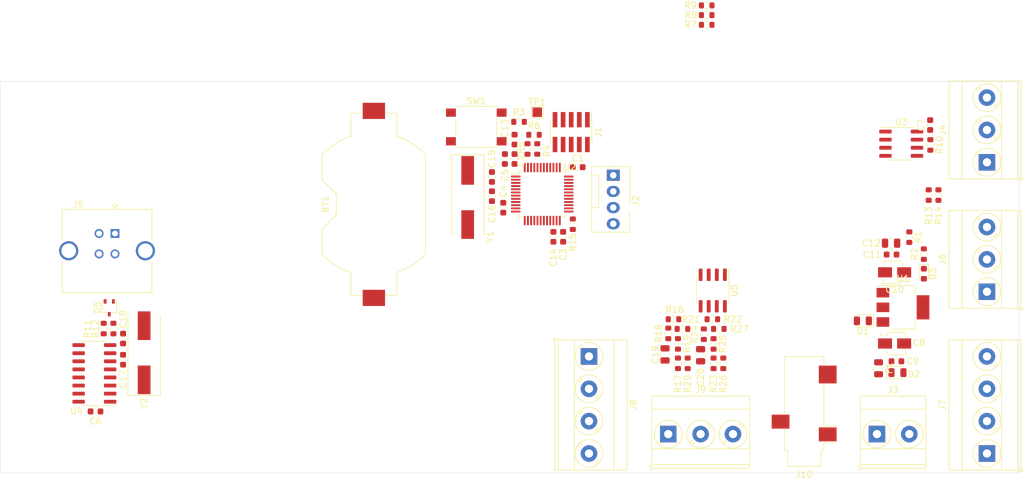
<source format=kicad_pcb>
(kicad_pcb (version 20171130) (host pcbnew 5.1.7)

  (general
    (thickness 1.6)
    (drawings 4)
    (tracks 0)
    (zones 0)
    (modules 72)
    (nets 77)
  )

  (page A4)
  (layers
    (0 F.Cu signal)
    (31 B.Cu signal)
    (32 B.Adhes user)
    (33 F.Adhes user)
    (34 B.Paste user)
    (35 F.Paste user)
    (36 B.SilkS user)
    (37 F.SilkS user)
    (38 B.Mask user)
    (39 F.Mask user)
    (40 Dwgs.User user)
    (41 Cmts.User user)
    (42 Eco1.User user)
    (43 Eco2.User user)
    (44 Edge.Cuts user)
    (45 Margin user)
    (46 B.CrtYd user)
    (47 F.CrtYd user)
    (48 B.Fab user)
    (49 F.Fab user hide)
  )

  (setup
    (last_trace_width 0.25)
    (trace_clearance 0.2)
    (zone_clearance 0.508)
    (zone_45_only no)
    (trace_min 0.2)
    (via_size 0.8)
    (via_drill 0.4)
    (via_min_size 0.4)
    (via_min_drill 0.3)
    (uvia_size 0.3)
    (uvia_drill 0.1)
    (uvias_allowed no)
    (uvia_min_size 0.2)
    (uvia_min_drill 0.1)
    (edge_width 0.05)
    (segment_width 0.2)
    (pcb_text_width 0.3)
    (pcb_text_size 1.5 1.5)
    (mod_edge_width 0.12)
    (mod_text_size 1 1)
    (mod_text_width 0.15)
    (pad_size 1.524 1.524)
    (pad_drill 0.762)
    (pad_to_mask_clearance 0)
    (aux_axis_origin 0 0)
    (visible_elements FFFFFF7F)
    (pcbplotparams
      (layerselection 0x010fc_ffffffff)
      (usegerberextensions false)
      (usegerberattributes true)
      (usegerberadvancedattributes true)
      (creategerberjobfile true)
      (excludeedgelayer true)
      (linewidth 0.100000)
      (plotframeref false)
      (viasonmask false)
      (mode 1)
      (useauxorigin false)
      (hpglpennumber 1)
      (hpglpenspeed 20)
      (hpglpendiameter 15.000000)
      (psnegative false)
      (psa4output false)
      (plotreference true)
      (plotvalue true)
      (plotinvisibletext false)
      (padsonsilk false)
      (subtractmaskfromsilk false)
      (outputformat 1)
      (mirror false)
      (drillshape 1)
      (scaleselection 1)
      (outputdirectory ""))
  )

  (net 0 "")
  (net 1 +BATT)
  (net 2 GND)
  (net 3 +3V3)
  (net 4 VDDA)
  (net 5 +5V)
  (net 6 /cpu/RST_N)
  (net 7 "Net-(C14-Pad1)")
  (net 8 /cpu/XTAL0)
  (net 9 /cpu/XTAL1)
  (net 10 "Net-(C17-Pad1)")
  (net 11 "Net-(C18-Pad1)")
  (net 12 /io/AUDIO_IN_L)
  (net 13 "Net-(C19-Pad1)")
  (net 14 "Net-(C20-Pad1)")
  (net 15 /io/AUDIO_IN_R)
  (net 16 VBUS)
  (net 17 "Net-(D3-Pad1)")
  (net 18 "Net-(D5-Pad1)")
  (net 19 "Net-(D5-Pad2)")
  (net 20 VIN)
  (net 21 /cpu/JTMS)
  (net 22 /cpu/JTCK)
  (net 23 /cpu/JTDO)
  (net 24 "Net-(J1-Pad7)")
  (net 25 /cpu/JTDI)
  (net 26 "Net-(J1-Pad10)")
  (net 27 /cpu/PA9)
  (net 28 /cpu/PA8)
  (net 29 /io/DMXL)
  (net 30 /io/DMXH)
  (net 31 "Net-(J6-Pad2)")
  (net 32 "Net-(J6-Pad1)")
  (net 33 /cpu/WS0_TX)
  (net 34 /cpu/WS0_RX)
  (net 35 /cpu/WS1_RX)
  (net 36 /cpu/WS1_TX)
  (net 37 "Net-(R4-Pad1)")
  (net 38 "Net-(R5-Pad1)")
  (net 39 "Net-(D4-Pad4)")
  (net 40 "Net-(R7-Pad1)")
  (net 41 "Net-(R8-Pad1)")
  (net 42 "Net-(D4-Pad3)")
  (net 43 "Net-(R9-Pad1)")
  (net 44 "Net-(D4-Pad2)")
  (net 45 /io/USB_DP)
  (net 46 /io/USB_DM)
  (net 47 "Net-(R16-Pad2)")
  (net 48 /cpu/AUDIO_L)
  (net 49 "Net-(R19-Pad1)")
  (net 50 "Net-(R22-Pad2)")
  (net 51 /cpu/AUDIO_R)
  (net 52 "Net-(R25-Pad1)")
  (net 53 /cpu/JTRST_N)
  (net 54 "Net-(U2-Pad2)")
  (net 55 "Net-(U2-Pad3)")
  (net 56 "Net-(U2-Pad4)")
  (net 57 /cpu/DMX_RE)
  (net 58 /cpu/DMX_DE)
  (net 59 /cpu/DMX_DI)
  (net 60 /cpu/DMX_RO)
  (net 61 "Net-(U2-Pad18)")
  (net 62 "Net-(U2-Pad19)")
  (net 63 "Net-(U2-Pad20)")
  (net 64 "Net-(U2-Pad21)")
  (net 65 "Net-(U2-Pad25)")
  (net 66 "Net-(U2-Pad32)")
  (net 67 "Net-(U2-Pad41)")
  (net 68 /cpu/CONTROL_UART_OUT)
  (net 69 /cpu/CONTROL_UART_IN)
  (net 70 /cpu/CONTROL_UART_RST)
  (net 71 "Net-(U4-Pad9)")
  (net 72 "Net-(U4-Pad10)")
  (net 73 "Net-(U4-Pad11)")
  (net 74 "Net-(U4-Pad12)")
  (net 75 "Net-(U4-Pad14)")
  (net 76 "Net-(U4-Pad15)")

  (net_class Default "This is the default net class."
    (clearance 0.2)
    (trace_width 0.25)
    (via_dia 0.8)
    (via_drill 0.4)
    (uvia_dia 0.3)
    (uvia_drill 0.1)
    (add_net +3V3)
    (add_net +5V)
    (add_net +BATT)
    (add_net /cpu/AUDIO_L)
    (add_net /cpu/AUDIO_R)
    (add_net /cpu/CONTROL_UART_IN)
    (add_net /cpu/CONTROL_UART_OUT)
    (add_net /cpu/CONTROL_UART_RST)
    (add_net /cpu/DMX_DE)
    (add_net /cpu/DMX_DI)
    (add_net /cpu/DMX_RE)
    (add_net /cpu/DMX_RO)
    (add_net /cpu/JTCK)
    (add_net /cpu/JTDI)
    (add_net /cpu/JTDO)
    (add_net /cpu/JTMS)
    (add_net /cpu/JTRST_N)
    (add_net /cpu/PA8)
    (add_net /cpu/PA9)
    (add_net /cpu/RST_N)
    (add_net /cpu/WS0_RX)
    (add_net /cpu/WS0_TX)
    (add_net /cpu/WS1_RX)
    (add_net /cpu/WS1_TX)
    (add_net /cpu/XTAL0)
    (add_net /cpu/XTAL1)
    (add_net /io/AUDIO_IN_L)
    (add_net /io/AUDIO_IN_R)
    (add_net /io/DMXH)
    (add_net /io/DMXL)
    (add_net /io/USB_DM)
    (add_net /io/USB_DP)
    (add_net GND)
    (add_net "Net-(C14-Pad1)")
    (add_net "Net-(C17-Pad1)")
    (add_net "Net-(C18-Pad1)")
    (add_net "Net-(C19-Pad1)")
    (add_net "Net-(C20-Pad1)")
    (add_net "Net-(D3-Pad1)")
    (add_net "Net-(D4-Pad2)")
    (add_net "Net-(D4-Pad3)")
    (add_net "Net-(D4-Pad4)")
    (add_net "Net-(D5-Pad1)")
    (add_net "Net-(D5-Pad2)")
    (add_net "Net-(J1-Pad10)")
    (add_net "Net-(J1-Pad7)")
    (add_net "Net-(J6-Pad1)")
    (add_net "Net-(J6-Pad2)")
    (add_net "Net-(R16-Pad2)")
    (add_net "Net-(R19-Pad1)")
    (add_net "Net-(R22-Pad2)")
    (add_net "Net-(R25-Pad1)")
    (add_net "Net-(R4-Pad1)")
    (add_net "Net-(R5-Pad1)")
    (add_net "Net-(R7-Pad1)")
    (add_net "Net-(R8-Pad1)")
    (add_net "Net-(R9-Pad1)")
    (add_net "Net-(U2-Pad18)")
    (add_net "Net-(U2-Pad19)")
    (add_net "Net-(U2-Pad2)")
    (add_net "Net-(U2-Pad20)")
    (add_net "Net-(U2-Pad21)")
    (add_net "Net-(U2-Pad25)")
    (add_net "Net-(U2-Pad3)")
    (add_net "Net-(U2-Pad32)")
    (add_net "Net-(U2-Pad4)")
    (add_net "Net-(U2-Pad41)")
    (add_net "Net-(U4-Pad10)")
    (add_net "Net-(U4-Pad11)")
    (add_net "Net-(U4-Pad12)")
    (add_net "Net-(U4-Pad14)")
    (add_net "Net-(U4-Pad15)")
    (add_net "Net-(U4-Pad9)")
    (add_net VBUS)
    (add_net VDDA)
    (add_net VIN)
  )

  (module Battery:BatteryHolder_Keystone_1058_1x2032 (layer F.Cu) (tedit 589EE147) (tstamp 5F95E812)
    (at 132.334 6.604 270)
    (descr http://www.keyelco.com/product-pdf.cfm?p=14028)
    (tags "Keystone type 1058 coin cell retainer")
    (path /5F7CBB94/5F7D3481)
    (attr smd)
    (fp_text reference BT1 (at 0 7.62 90) (layer F.SilkS)
      (effects (font (size 1 1) (thickness 0.15)))
    )
    (fp_text value CR2032 (at 0 -9.398 90) (layer F.Fab)
      (effects (font (size 1 1) (thickness 0.15)))
    )
    (fp_circle (center 0 0) (end 10 0) (layer Dwgs.User) (width 0.15))
    (fp_line (start -7.8026 -8) (end 7.8026 -8) (layer F.Fab) (width 0.1))
    (fp_line (start -3.9 8) (end -7.8026 8) (layer F.Fab) (width 0.1))
    (fp_line (start -14.2 -3.5) (end -14.2 -1.9) (layer F.Fab) (width 0.1))
    (fp_line (start -14.2 -3.5) (end -10.61275 -3.5) (layer F.Fab) (width 0.1))
    (fp_line (start -1.7 5.8) (end 1.7 5.8) (layer F.Fab) (width 0.1))
    (fp_line (start -1.7 5.8) (end -3.9 8) (layer F.Fab) (width 0.1))
    (fp_line (start 1.7 5.8) (end 3.9 8) (layer F.Fab) (width 0.1))
    (fp_line (start 3.9 8) (end 7.8026 8) (layer F.Fab) (width 0.1))
    (fp_line (start -14.2 3.5) (end -10.61275 3.5) (layer F.Fab) (width 0.1))
    (fp_line (start -14.2 1.9) (end -14.2 3.5) (layer F.Fab) (width 0.1))
    (fp_line (start 14.2 -3.5) (end 14.2 -1.9) (layer F.Fab) (width 0.1))
    (fp_line (start 10.61275 -3.5) (end 14.2 -3.5) (layer F.Fab) (width 0.1))
    (fp_line (start 14.2 3.5) (end 10.61275 3.5) (layer F.Fab) (width 0.1))
    (fp_line (start 14.2 1.9) (end 14.2 3.5) (layer F.Fab) (width 0.1))
    (fp_line (start -14.31 -3.61) (end -10.692 -3.61) (layer F.SilkS) (width 0.12))
    (fp_line (start -14.31 -1.9) (end -14.31 -3.61) (layer F.SilkS) (width 0.12))
    (fp_line (start -7.8473 -8.11) (end 7.8473 -8.11) (layer F.SilkS) (width 0.12))
    (fp_line (start 14.31 -1.9) (end 14.31 -3.61) (layer F.SilkS) (width 0.12))
    (fp_line (start 10.692 -3.61) (end 14.31 -3.61) (layer F.SilkS) (width 0.12))
    (fp_line (start 14.31 3.61) (end 10.692 3.61) (layer F.SilkS) (width 0.12))
    (fp_line (start 14.31 1.9) (end 14.31 3.61) (layer F.SilkS) (width 0.12))
    (fp_line (start 7.8473 8.11) (end 3.86 8.11) (layer F.SilkS) (width 0.12))
    (fp_line (start 1.66 5.91) (end 3.86 8.11) (layer F.SilkS) (width 0.12))
    (fp_line (start 1.66 5.91) (end -1.66 5.91) (layer F.SilkS) (width 0.12))
    (fp_line (start -1.66 5.91) (end -3.86 8.11) (layer F.SilkS) (width 0.12))
    (fp_line (start -3.86 8.11) (end -7.8473 8.11) (layer F.SilkS) (width 0.12))
    (fp_line (start -10.692 3.61) (end -14.31 3.61) (layer F.SilkS) (width 0.12))
    (fp_line (start -14.31 1.9) (end -14.31 3.61) (layer F.SilkS) (width 0.12))
    (fp_line (start -16.45 4.11) (end -11.06 4.11) (layer F.CrtYd) (width 0.05))
    (fp_line (start -16.45 -4.11) (end -16.45 4.11) (layer F.CrtYd) (width 0.05))
    (fp_line (start -16.45 -4.11) (end -11.06 -4.11) (layer F.CrtYd) (width 0.05))
    (fp_line (start 16.45 -4.11) (end 11.06 -4.11) (layer F.CrtYd) (width 0.05))
    (fp_line (start 16.45 4.11) (end 16.45 -4.11) (layer F.CrtYd) (width 0.05))
    (fp_line (start 11.06 4.11) (end 16.45 4.11) (layer F.CrtYd) (width 0.05))
    (fp_text user %R (at 0 0 90) (layer F.Fab)
      (effects (font (size 1 1) (thickness 0.15)))
    )
    (fp_arc (start 0 0) (end 11.06 4.11) (angle 139.2) (layer F.CrtYd) (width 0.05))
    (fp_arc (start 0 0) (end -11.06 -4.11) (angle 139.2) (layer F.CrtYd) (width 0.05))
    (fp_arc (start 0 0) (end -10.692 3.61) (angle -27.3) (layer F.SilkS) (width 0.12))
    (fp_arc (start 0 0) (end 10.692 -3.61) (angle -27.3) (layer F.SilkS) (width 0.12))
    (fp_arc (start 0 0) (end 10.692 3.61) (angle 27.3) (layer F.SilkS) (width 0.12))
    (fp_arc (start 0 0) (end -10.692 -3.61) (angle 27.3) (layer F.SilkS) (width 0.12))
    (fp_arc (start 0 0) (end -10.61275 3.5) (angle -27.4635) (layer F.Fab) (width 0.1))
    (fp_arc (start 0 0) (end 10.61275 -3.5) (angle -27.4635) (layer F.Fab) (width 0.1))
    (fp_arc (start 0 0) (end 10.61275 3.5) (angle 27.4635) (layer F.Fab) (width 0.1))
    (fp_arc (start 0 0) (end -10.61275 -3.5) (angle 27.4635) (layer F.Fab) (width 0.1))
    (pad 1 smd rect (at -14.68 0 270) (size 2.54 3.51) (layers F.Cu F.Paste F.Mask)
      (net 1 +BATT))
    (pad 2 smd rect (at 14.68 0 270) (size 2.54 3.51) (layers F.Cu F.Paste F.Mask)
      (net 2 GND))
    (model ${KISYS3DMOD}/Battery.3dshapes/BatteryHolder_Keystone_1058_1x2032.wrl
      (at (xyz 0 0 0))
      (scale (xyz 1 1 1))
      (rotate (xyz 0 0 0))
    )
  )

  (module Capacitor_SMD:C_0603_1608Metric (layer F.Cu) (tedit 5F68FEEE) (tstamp 5F95E823)
    (at 164.351 0.762)
    (descr "Capacitor SMD 0603 (1608 Metric), square (rectangular) end terminal, IPC_7351 nominal, (Body size source: IPC-SM-782 page 76, https://www.pcb-3d.com/wordpress/wp-content/uploads/ipc-sm-782a_amendment_1_and_2.pdf), generated with kicad-footprint-generator")
    (tags capacitor)
    (path /5F7CBB94/5F7E167B)
    (attr smd)
    (fp_text reference C1 (at 0 -1.43) (layer F.SilkS)
      (effects (font (size 1 1) (thickness 0.15)))
    )
    (fp_text value 100n (at 0 1.43) (layer F.Fab)
      (effects (font (size 1 1) (thickness 0.15)))
    )
    (fp_line (start 1.48 0.73) (end -1.48 0.73) (layer F.CrtYd) (width 0.05))
    (fp_line (start 1.48 -0.73) (end 1.48 0.73) (layer F.CrtYd) (width 0.05))
    (fp_line (start -1.48 -0.73) (end 1.48 -0.73) (layer F.CrtYd) (width 0.05))
    (fp_line (start -1.48 0.73) (end -1.48 -0.73) (layer F.CrtYd) (width 0.05))
    (fp_line (start -0.14058 0.51) (end 0.14058 0.51) (layer F.SilkS) (width 0.12))
    (fp_line (start -0.14058 -0.51) (end 0.14058 -0.51) (layer F.SilkS) (width 0.12))
    (fp_line (start 0.8 0.4) (end -0.8 0.4) (layer F.Fab) (width 0.1))
    (fp_line (start 0.8 -0.4) (end 0.8 0.4) (layer F.Fab) (width 0.1))
    (fp_line (start -0.8 -0.4) (end 0.8 -0.4) (layer F.Fab) (width 0.1))
    (fp_line (start -0.8 0.4) (end -0.8 -0.4) (layer F.Fab) (width 0.1))
    (fp_text user %R (at 0 0) (layer F.Fab)
      (effects (font (size 0.4 0.4) (thickness 0.06)))
    )
    (pad 1 smd roundrect (at -0.775 0) (size 0.9 0.95) (layers F.Cu F.Paste F.Mask) (roundrect_rratio 0.25)
      (net 3 +3V3))
    (pad 2 smd roundrect (at 0.775 0) (size 0.9 0.95) (layers F.Cu F.Paste F.Mask) (roundrect_rratio 0.25)
      (net 2 GND))
    (model ${KISYS3DMOD}/Capacitor_SMD.3dshapes/C_0603_1608Metric.wrl
      (at (xyz 0 0 0))
      (scale (xyz 1 1 1))
      (rotate (xyz 0 0 0))
    )
  )

  (module Capacitor_SMD:C_0603_1608Metric (layer F.Cu) (tedit 5F68FEEE) (tstamp 5F95E834)
    (at 154.432 -0.521 90)
    (descr "Capacitor SMD 0603 (1608 Metric), square (rectangular) end terminal, IPC_7351 nominal, (Body size source: IPC-SM-782 page 76, https://www.pcb-3d.com/wordpress/wp-content/uploads/ipc-sm-782a_amendment_1_and_2.pdf), generated with kicad-footprint-generator")
    (tags capacitor)
    (path /5F7CBB94/5F7D34D6)
    (attr smd)
    (fp_text reference C2 (at -0.267 1.016 90) (layer F.SilkS)
      (effects (font (size 1 1) (thickness 0.15)))
    )
    (fp_text value 100n (at 0 1.43 90) (layer F.Fab)
      (effects (font (size 1 1) (thickness 0.15)))
    )
    (fp_line (start 1.48 0.73) (end -1.48 0.73) (layer F.CrtYd) (width 0.05))
    (fp_line (start 1.48 -0.73) (end 1.48 0.73) (layer F.CrtYd) (width 0.05))
    (fp_line (start -1.48 -0.73) (end 1.48 -0.73) (layer F.CrtYd) (width 0.05))
    (fp_line (start -1.48 0.73) (end -1.48 -0.73) (layer F.CrtYd) (width 0.05))
    (fp_line (start -0.14058 0.51) (end 0.14058 0.51) (layer F.SilkS) (width 0.12))
    (fp_line (start -0.14058 -0.51) (end 0.14058 -0.51) (layer F.SilkS) (width 0.12))
    (fp_line (start 0.8 0.4) (end -0.8 0.4) (layer F.Fab) (width 0.1))
    (fp_line (start 0.8 -0.4) (end 0.8 0.4) (layer F.Fab) (width 0.1))
    (fp_line (start -0.8 -0.4) (end 0.8 -0.4) (layer F.Fab) (width 0.1))
    (fp_line (start -0.8 0.4) (end -0.8 -0.4) (layer F.Fab) (width 0.1))
    (fp_text user %R (at 0 0 90) (layer F.Fab)
      (effects (font (size 0.4 0.4) (thickness 0.06)))
    )
    (pad 1 smd roundrect (at -0.775 0 90) (size 0.9 0.95) (layers F.Cu F.Paste F.Mask) (roundrect_rratio 0.25)
      (net 3 +3V3))
    (pad 2 smd roundrect (at 0.775 0 90) (size 0.9 0.95) (layers F.Cu F.Paste F.Mask) (roundrect_rratio 0.25)
      (net 2 GND))
    (model ${KISYS3DMOD}/Capacitor_SMD.3dshapes/C_0603_1608Metric.wrl
      (at (xyz 0 0 0))
      (scale (xyz 1 1 1))
      (rotate (xyz 0 0 0))
    )
  )

  (module Capacitor_SMD:C_0603_1608Metric (layer F.Cu) (tedit 5F68FEEE) (tstamp 5F95E845)
    (at 162.052 11.697 270)
    (descr "Capacitor SMD 0603 (1608 Metric), square (rectangular) end terminal, IPC_7351 nominal, (Body size source: IPC-SM-782 page 76, https://www.pcb-3d.com/wordpress/wp-content/uploads/ipc-sm-782a_amendment_1_and_2.pdf), generated with kicad-footprint-generator")
    (tags capacitor)
    (path /5F7CBB94/5F7D34DC)
    (attr smd)
    (fp_text reference C3 (at 2.781 0 90) (layer F.SilkS)
      (effects (font (size 1 1) (thickness 0.15)))
    )
    (fp_text value 100n (at 0 1.43 90) (layer F.Fab)
      (effects (font (size 1 1) (thickness 0.15)))
    )
    (fp_text user %R (at 0 0 90) (layer F.Fab)
      (effects (font (size 0.4 0.4) (thickness 0.06)))
    )
    (fp_line (start -0.8 0.4) (end -0.8 -0.4) (layer F.Fab) (width 0.1))
    (fp_line (start -0.8 -0.4) (end 0.8 -0.4) (layer F.Fab) (width 0.1))
    (fp_line (start 0.8 -0.4) (end 0.8 0.4) (layer F.Fab) (width 0.1))
    (fp_line (start 0.8 0.4) (end -0.8 0.4) (layer F.Fab) (width 0.1))
    (fp_line (start -0.14058 -0.51) (end 0.14058 -0.51) (layer F.SilkS) (width 0.12))
    (fp_line (start -0.14058 0.51) (end 0.14058 0.51) (layer F.SilkS) (width 0.12))
    (fp_line (start -1.48 0.73) (end -1.48 -0.73) (layer F.CrtYd) (width 0.05))
    (fp_line (start -1.48 -0.73) (end 1.48 -0.73) (layer F.CrtYd) (width 0.05))
    (fp_line (start 1.48 -0.73) (end 1.48 0.73) (layer F.CrtYd) (width 0.05))
    (fp_line (start 1.48 0.73) (end -1.48 0.73) (layer F.CrtYd) (width 0.05))
    (pad 2 smd roundrect (at 0.775 0 270) (size 0.9 0.95) (layers F.Cu F.Paste F.Mask) (roundrect_rratio 0.25)
      (net 2 GND))
    (pad 1 smd roundrect (at -0.775 0 270) (size 0.9 0.95) (layers F.Cu F.Paste F.Mask) (roundrect_rratio 0.25)
      (net 3 +3V3))
    (model ${KISYS3DMOD}/Capacitor_SMD.3dshapes/C_0603_1608Metric.wrl
      (at (xyz 0 0 0))
      (scale (xyz 1 1 1))
      (rotate (xyz 0 0 0))
    )
  )

  (module Capacitor_SMD:C_0603_1608Metric (layer F.Cu) (tedit 5F68FEEE) (tstamp 5F95E856)
    (at 152.654 7.125 270)
    (descr "Capacitor SMD 0603 (1608 Metric), square (rectangular) end terminal, IPC_7351 nominal, (Body size source: IPC-SM-782 page 76, https://www.pcb-3d.com/wordpress/wp-content/uploads/ipc-sm-782a_amendment_1_and_2.pdf), generated with kicad-footprint-generator")
    (tags capacitor)
    (path /5F7CBB94/5F7D34BF)
    (attr smd)
    (fp_text reference C4 (at -2.553 0 90) (layer F.SilkS)
      (effects (font (size 1 1) (thickness 0.15)))
    )
    (fp_text value 100n (at 0 1.43 90) (layer F.Fab)
      (effects (font (size 1 1) (thickness 0.15)))
    )
    (fp_text user %R (at 0 0 90) (layer F.Fab)
      (effects (font (size 0.4 0.4) (thickness 0.06)))
    )
    (fp_line (start -0.8 0.4) (end -0.8 -0.4) (layer F.Fab) (width 0.1))
    (fp_line (start -0.8 -0.4) (end 0.8 -0.4) (layer F.Fab) (width 0.1))
    (fp_line (start 0.8 -0.4) (end 0.8 0.4) (layer F.Fab) (width 0.1))
    (fp_line (start 0.8 0.4) (end -0.8 0.4) (layer F.Fab) (width 0.1))
    (fp_line (start -0.14058 -0.51) (end 0.14058 -0.51) (layer F.SilkS) (width 0.12))
    (fp_line (start -0.14058 0.51) (end 0.14058 0.51) (layer F.SilkS) (width 0.12))
    (fp_line (start -1.48 0.73) (end -1.48 -0.73) (layer F.CrtYd) (width 0.05))
    (fp_line (start -1.48 -0.73) (end 1.48 -0.73) (layer F.CrtYd) (width 0.05))
    (fp_line (start 1.48 -0.73) (end 1.48 0.73) (layer F.CrtYd) (width 0.05))
    (fp_line (start 1.48 0.73) (end -1.48 0.73) (layer F.CrtYd) (width 0.05))
    (pad 2 smd roundrect (at 0.775 0 270) (size 0.9 0.95) (layers F.Cu F.Paste F.Mask) (roundrect_rratio 0.25)
      (net 2 GND))
    (pad 1 smd roundrect (at -0.775 0 270) (size 0.9 0.95) (layers F.Cu F.Paste F.Mask) (roundrect_rratio 0.25)
      (net 4 VDDA))
    (model ${KISYS3DMOD}/Capacitor_SMD.3dshapes/C_0603_1608Metric.wrl
      (at (xyz 0 0 0))
      (scale (xyz 1 1 1))
      (rotate (xyz 0 0 0))
    )
  )

  (module Capacitor_SMD:C_0603_1608Metric (layer F.Cu) (tedit 5F68FEEE) (tstamp 5F95E867)
    (at 152.908 -0.521 90)
    (descr "Capacitor SMD 0603 (1608 Metric), square (rectangular) end terminal, IPC_7351 nominal, (Body size source: IPC-SM-782 page 76, https://www.pcb-3d.com/wordpress/wp-content/uploads/ipc-sm-782a_amendment_1_and_2.pdf), generated with kicad-footprint-generator")
    (tags capacitor)
    (path /5F7CBB94/5F7D3495)
    (attr smd)
    (fp_text reference C5 (at -2.553 0 90) (layer F.SilkS)
      (effects (font (size 1 1) (thickness 0.15)))
    )
    (fp_text value 100n (at 0 1.43 90) (layer F.Fab)
      (effects (font (size 1 1) (thickness 0.15)))
    )
    (fp_line (start 1.48 0.73) (end -1.48 0.73) (layer F.CrtYd) (width 0.05))
    (fp_line (start 1.48 -0.73) (end 1.48 0.73) (layer F.CrtYd) (width 0.05))
    (fp_line (start -1.48 -0.73) (end 1.48 -0.73) (layer F.CrtYd) (width 0.05))
    (fp_line (start -1.48 0.73) (end -1.48 -0.73) (layer F.CrtYd) (width 0.05))
    (fp_line (start -0.14058 0.51) (end 0.14058 0.51) (layer F.SilkS) (width 0.12))
    (fp_line (start -0.14058 -0.51) (end 0.14058 -0.51) (layer F.SilkS) (width 0.12))
    (fp_line (start 0.8 0.4) (end -0.8 0.4) (layer F.Fab) (width 0.1))
    (fp_line (start 0.8 -0.4) (end 0.8 0.4) (layer F.Fab) (width 0.1))
    (fp_line (start -0.8 -0.4) (end 0.8 -0.4) (layer F.Fab) (width 0.1))
    (fp_line (start -0.8 0.4) (end -0.8 -0.4) (layer F.Fab) (width 0.1))
    (fp_text user %R (at 0 0 90) (layer F.Fab)
      (effects (font (size 0.4 0.4) (thickness 0.06)))
    )
    (pad 1 smd roundrect (at -0.775 0 90) (size 0.9 0.95) (layers F.Cu F.Paste F.Mask) (roundrect_rratio 0.25)
      (net 1 +BATT))
    (pad 2 smd roundrect (at 0.775 0 90) (size 0.9 0.95) (layers F.Cu F.Paste F.Mask) (roundrect_rratio 0.25)
      (net 2 GND))
    (model ${KISYS3DMOD}/Capacitor_SMD.3dshapes/C_0603_1608Metric.wrl
      (at (xyz 0 0 0))
      (scale (xyz 1 1 1))
      (rotate (xyz 0 0 0))
    )
  )

  (module Capacitor_SMD:C_0603_1608Metric (layer F.Cu) (tedit 5F68FEEE) (tstamp 5F95E878)
    (at 88.633 39.116)
    (descr "Capacitor SMD 0603 (1608 Metric), square (rectangular) end terminal, IPC_7351 nominal, (Body size source: IPC-SM-782 page 76, https://www.pcb-3d.com/wordpress/wp-content/uploads/ipc-sm-782a_amendment_1_and_2.pdf), generated with kicad-footprint-generator")
    (tags capacitor)
    (path /5F7CBB94/5F90151D)
    (attr smd)
    (fp_text reference C6 (at 0 1.524) (layer F.SilkS)
      (effects (font (size 1 1) (thickness 0.15)))
    )
    (fp_text value 100n (at 0 1.43) (layer F.Fab)
      (effects (font (size 1 1) (thickness 0.15)))
    )
    (fp_text user %R (at 0 0) (layer F.Fab)
      (effects (font (size 0.4 0.4) (thickness 0.06)))
    )
    (fp_line (start -0.8 0.4) (end -0.8 -0.4) (layer F.Fab) (width 0.1))
    (fp_line (start -0.8 -0.4) (end 0.8 -0.4) (layer F.Fab) (width 0.1))
    (fp_line (start 0.8 -0.4) (end 0.8 0.4) (layer F.Fab) (width 0.1))
    (fp_line (start 0.8 0.4) (end -0.8 0.4) (layer F.Fab) (width 0.1))
    (fp_line (start -0.14058 -0.51) (end 0.14058 -0.51) (layer F.SilkS) (width 0.12))
    (fp_line (start -0.14058 0.51) (end 0.14058 0.51) (layer F.SilkS) (width 0.12))
    (fp_line (start -1.48 0.73) (end -1.48 -0.73) (layer F.CrtYd) (width 0.05))
    (fp_line (start -1.48 -0.73) (end 1.48 -0.73) (layer F.CrtYd) (width 0.05))
    (fp_line (start 1.48 -0.73) (end 1.48 0.73) (layer F.CrtYd) (width 0.05))
    (fp_line (start 1.48 0.73) (end -1.48 0.73) (layer F.CrtYd) (width 0.05))
    (pad 2 smd roundrect (at 0.775 0) (size 0.9 0.95) (layers F.Cu F.Paste F.Mask) (roundrect_rratio 0.25)
      (net 2 GND))
    (pad 1 smd roundrect (at -0.775 0) (size 0.9 0.95) (layers F.Cu F.Paste F.Mask) (roundrect_rratio 0.25)
      (net 3 +3V3))
    (model ${KISYS3DMOD}/Capacitor_SMD.3dshapes/C_0603_1608Metric.wrl
      (at (xyz 0 0 0))
      (scale (xyz 1 1 1))
      (rotate (xyz 0 0 0))
    )
  )

  (module Capacitor_SMD:C_0603_1608Metric (layer F.Cu) (tedit 5F68FEEE) (tstamp 5F95E889)
    (at 219.684 -5.855 90)
    (descr "Capacitor SMD 0603 (1608 Metric), square (rectangular) end terminal, IPC_7351 nominal, (Body size source: IPC-SM-782 page 76, https://www.pcb-3d.com/wordpress/wp-content/uploads/ipc-sm-782a_amendment_1_and_2.pdf), generated with kicad-footprint-generator")
    (tags capacitor)
    (path /5F7CBB94/5F8C1E0D)
    (attr smd)
    (fp_text reference C7 (at 0 -1.43 90) (layer F.SilkS)
      (effects (font (size 1 1) (thickness 0.15)))
    )
    (fp_text value 100n (at 0 1.43 90) (layer F.Fab)
      (effects (font (size 1 1) (thickness 0.15)))
    )
    (fp_line (start 1.48 0.73) (end -1.48 0.73) (layer F.CrtYd) (width 0.05))
    (fp_line (start 1.48 -0.73) (end 1.48 0.73) (layer F.CrtYd) (width 0.05))
    (fp_line (start -1.48 -0.73) (end 1.48 -0.73) (layer F.CrtYd) (width 0.05))
    (fp_line (start -1.48 0.73) (end -1.48 -0.73) (layer F.CrtYd) (width 0.05))
    (fp_line (start -0.14058 0.51) (end 0.14058 0.51) (layer F.SilkS) (width 0.12))
    (fp_line (start -0.14058 -0.51) (end 0.14058 -0.51) (layer F.SilkS) (width 0.12))
    (fp_line (start 0.8 0.4) (end -0.8 0.4) (layer F.Fab) (width 0.1))
    (fp_line (start 0.8 -0.4) (end 0.8 0.4) (layer F.Fab) (width 0.1))
    (fp_line (start -0.8 -0.4) (end 0.8 -0.4) (layer F.Fab) (width 0.1))
    (fp_line (start -0.8 0.4) (end -0.8 -0.4) (layer F.Fab) (width 0.1))
    (fp_text user %R (at 0 0 90) (layer F.Fab)
      (effects (font (size 0.4 0.4) (thickness 0.06)))
    )
    (pad 1 smd roundrect (at -0.775 0 90) (size 0.9 0.95) (layers F.Cu F.Paste F.Mask) (roundrect_rratio 0.25)
      (net 3 +3V3))
    (pad 2 smd roundrect (at 0.775 0 90) (size 0.9 0.95) (layers F.Cu F.Paste F.Mask) (roundrect_rratio 0.25)
      (net 2 GND))
    (model ${KISYS3DMOD}/Capacitor_SMD.3dshapes/C_0603_1608Metric.wrl
      (at (xyz 0 0 0))
      (scale (xyz 1 1 1))
      (rotate (xyz 0 0 0))
    )
  )

  (module Capacitor_SMD:CP_Elec_3x5.3 (layer F.Cu) (tedit 5B303299) (tstamp 5F95E8AD)
    (at 214.098 28.448)
    (descr "SMT capacitor, aluminium electrolytic, 3x5.3, Cornell Dubilier Electronics ")
    (tags "Capacitor Electrolytic")
    (path /5F7CBB94/5F7E4819)
    (attr smd)
    (fp_text reference C8 (at 3.834 -0.107001) (layer F.SilkS)
      (effects (font (size 1 1) (thickness 0.15)))
    )
    (fp_text value 4.7u (at 0 2.7) (layer F.Fab)
      (effects (font (size 1 1) (thickness 0.15)))
    )
    (fp_line (start -2.85 1.05) (end -1.78 1.05) (layer F.CrtYd) (width 0.05))
    (fp_line (start -2.85 -1.05) (end -2.85 1.05) (layer F.CrtYd) (width 0.05))
    (fp_line (start -1.78 -1.05) (end -2.85 -1.05) (layer F.CrtYd) (width 0.05))
    (fp_line (start -1.78 -1.05) (end -0.93 -1.9) (layer F.CrtYd) (width 0.05))
    (fp_line (start -1.78 1.05) (end -0.93 1.9) (layer F.CrtYd) (width 0.05))
    (fp_line (start -0.93 -1.9) (end 1.9 -1.9) (layer F.CrtYd) (width 0.05))
    (fp_line (start -0.93 1.9) (end 1.9 1.9) (layer F.CrtYd) (width 0.05))
    (fp_line (start 1.9 1.05) (end 1.9 1.9) (layer F.CrtYd) (width 0.05))
    (fp_line (start 2.85 1.05) (end 1.9 1.05) (layer F.CrtYd) (width 0.05))
    (fp_line (start 2.85 -1.05) (end 2.85 1.05) (layer F.CrtYd) (width 0.05))
    (fp_line (start 1.9 -1.05) (end 2.85 -1.05) (layer F.CrtYd) (width 0.05))
    (fp_line (start 1.9 -1.9) (end 1.9 -1.05) (layer F.CrtYd) (width 0.05))
    (fp_line (start -2.1875 -1.6225) (end -2.1875 -1.2475) (layer F.SilkS) (width 0.12))
    (fp_line (start -2.375 -1.435) (end -2 -1.435) (layer F.SilkS) (width 0.12))
    (fp_line (start -1.570563 1.06) (end -0.870563 1.76) (layer F.SilkS) (width 0.12))
    (fp_line (start -1.570563 -1.06) (end -0.870563 -1.76) (layer F.SilkS) (width 0.12))
    (fp_line (start -0.870563 1.76) (end 1.76 1.76) (layer F.SilkS) (width 0.12))
    (fp_line (start -0.870563 -1.76) (end 1.76 -1.76) (layer F.SilkS) (width 0.12))
    (fp_line (start 1.76 -1.76) (end 1.76 -1.06) (layer F.SilkS) (width 0.12))
    (fp_line (start 1.76 1.76) (end 1.76 1.06) (layer F.SilkS) (width 0.12))
    (fp_line (start -0.960469 -0.95) (end -0.960469 -0.65) (layer F.Fab) (width 0.1))
    (fp_line (start -1.110469 -0.8) (end -0.810469 -0.8) (layer F.Fab) (width 0.1))
    (fp_line (start -1.65 0.825) (end -0.825 1.65) (layer F.Fab) (width 0.1))
    (fp_line (start -1.65 -0.825) (end -0.825 -1.65) (layer F.Fab) (width 0.1))
    (fp_line (start -1.65 -0.825) (end -1.65 0.825) (layer F.Fab) (width 0.1))
    (fp_line (start -0.825 1.65) (end 1.65 1.65) (layer F.Fab) (width 0.1))
    (fp_line (start -0.825 -1.65) (end 1.65 -1.65) (layer F.Fab) (width 0.1))
    (fp_line (start 1.65 -1.65) (end 1.65 1.65) (layer F.Fab) (width 0.1))
    (fp_circle (center 0 0) (end 1.5 0) (layer F.Fab) (width 0.1))
    (fp_text user %R (at 0 0) (layer F.Fab)
      (effects (font (size 0.6 0.6) (thickness 0.09)))
    )
    (pad 1 smd rect (at -1.5 0) (size 2.2 1.6) (layers F.Cu F.Paste F.Mask)
      (net 5 +5V))
    (pad 2 smd rect (at 1.5 0) (size 2.2 1.6) (layers F.Cu F.Paste F.Mask)
      (net 2 GND))
    (model ${KISYS3DMOD}/Capacitor_SMD.3dshapes/CP_Elec_3x5.3.wrl
      (at (xyz 0 0 0))
      (scale (xyz 1 1 1))
      (rotate (xyz 0 0 0))
    )
  )

  (module Capacitor_SMD:C_0603_1608Metric (layer F.Cu) (tedit 5F68FEEE) (tstamp 5F95E8BE)
    (at 214.389 31.242)
    (descr "Capacitor SMD 0603 (1608 Metric), square (rectangular) end terminal, IPC_7351 nominal, (Body size source: IPC-SM-782 page 76, https://www.pcb-3d.com/wordpress/wp-content/uploads/ipc-sm-782a_amendment_1_and_2.pdf), generated with kicad-footprint-generator")
    (tags capacitor)
    (path /5F7CBB94/5F7D3455)
    (attr smd)
    (fp_text reference C9 (at 2.553 0) (layer F.SilkS)
      (effects (font (size 1 1) (thickness 0.15)))
    )
    (fp_text value 100n (at 0 1.43) (layer F.Fab)
      (effects (font (size 1 1) (thickness 0.15)))
    )
    (fp_text user %R (at 0 0) (layer F.Fab)
      (effects (font (size 0.4 0.4) (thickness 0.06)))
    )
    (fp_line (start -0.8 0.4) (end -0.8 -0.4) (layer F.Fab) (width 0.1))
    (fp_line (start -0.8 -0.4) (end 0.8 -0.4) (layer F.Fab) (width 0.1))
    (fp_line (start 0.8 -0.4) (end 0.8 0.4) (layer F.Fab) (width 0.1))
    (fp_line (start 0.8 0.4) (end -0.8 0.4) (layer F.Fab) (width 0.1))
    (fp_line (start -0.14058 -0.51) (end 0.14058 -0.51) (layer F.SilkS) (width 0.12))
    (fp_line (start -0.14058 0.51) (end 0.14058 0.51) (layer F.SilkS) (width 0.12))
    (fp_line (start -1.48 0.73) (end -1.48 -0.73) (layer F.CrtYd) (width 0.05))
    (fp_line (start -1.48 -0.73) (end 1.48 -0.73) (layer F.CrtYd) (width 0.05))
    (fp_line (start 1.48 -0.73) (end 1.48 0.73) (layer F.CrtYd) (width 0.05))
    (fp_line (start 1.48 0.73) (end -1.48 0.73) (layer F.CrtYd) (width 0.05))
    (pad 2 smd roundrect (at 0.775 0) (size 0.9 0.95) (layers F.Cu F.Paste F.Mask) (roundrect_rratio 0.25)
      (net 2 GND))
    (pad 1 smd roundrect (at -0.775 0) (size 0.9 0.95) (layers F.Cu F.Paste F.Mask) (roundrect_rratio 0.25)
      (net 5 +5V))
    (model ${KISYS3DMOD}/Capacitor_SMD.3dshapes/C_0603_1608Metric.wrl
      (at (xyz 0 0 0))
      (scale (xyz 1 1 1))
      (rotate (xyz 0 0 0))
    )
  )

  (module Capacitor_SMD:CP_Elec_3x5.3 (layer F.Cu) (tedit 5B303299) (tstamp 5F95E8E2)
    (at 214.098 17.272 180)
    (descr "SMT capacitor, aluminium electrolytic, 3x5.3, Cornell Dubilier Electronics ")
    (tags "Capacitor Electrolytic")
    (path /5F7CBB94/5F7E48E5)
    (attr smd)
    (fp_text reference C10 (at 0 -2.7) (layer F.SilkS)
      (effects (font (size 1 1) (thickness 0.15)))
    )
    (fp_text value 4.7u (at 0 2.7) (layer F.Fab)
      (effects (font (size 1 1) (thickness 0.15)))
    )
    (fp_text user %R (at 0 0) (layer F.Fab)
      (effects (font (size 0.6 0.6) (thickness 0.09)))
    )
    (fp_circle (center 0 0) (end 1.5 0) (layer F.Fab) (width 0.1))
    (fp_line (start 1.65 -1.65) (end 1.65 1.65) (layer F.Fab) (width 0.1))
    (fp_line (start -0.825 -1.65) (end 1.65 -1.65) (layer F.Fab) (width 0.1))
    (fp_line (start -0.825 1.65) (end 1.65 1.65) (layer F.Fab) (width 0.1))
    (fp_line (start -1.65 -0.825) (end -1.65 0.825) (layer F.Fab) (width 0.1))
    (fp_line (start -1.65 -0.825) (end -0.825 -1.65) (layer F.Fab) (width 0.1))
    (fp_line (start -1.65 0.825) (end -0.825 1.65) (layer F.Fab) (width 0.1))
    (fp_line (start -1.110469 -0.8) (end -0.810469 -0.8) (layer F.Fab) (width 0.1))
    (fp_line (start -0.960469 -0.95) (end -0.960469 -0.65) (layer F.Fab) (width 0.1))
    (fp_line (start 1.76 1.76) (end 1.76 1.06) (layer F.SilkS) (width 0.12))
    (fp_line (start 1.76 -1.76) (end 1.76 -1.06) (layer F.SilkS) (width 0.12))
    (fp_line (start -0.870563 -1.76) (end 1.76 -1.76) (layer F.SilkS) (width 0.12))
    (fp_line (start -0.870563 1.76) (end 1.76 1.76) (layer F.SilkS) (width 0.12))
    (fp_line (start -1.570563 -1.06) (end -0.870563 -1.76) (layer F.SilkS) (width 0.12))
    (fp_line (start -1.570563 1.06) (end -0.870563 1.76) (layer F.SilkS) (width 0.12))
    (fp_line (start -2.375 -1.435) (end -2 -1.435) (layer F.SilkS) (width 0.12))
    (fp_line (start -2.1875 -1.6225) (end -2.1875 -1.2475) (layer F.SilkS) (width 0.12))
    (fp_line (start 1.9 -1.9) (end 1.9 -1.05) (layer F.CrtYd) (width 0.05))
    (fp_line (start 1.9 -1.05) (end 2.85 -1.05) (layer F.CrtYd) (width 0.05))
    (fp_line (start 2.85 -1.05) (end 2.85 1.05) (layer F.CrtYd) (width 0.05))
    (fp_line (start 2.85 1.05) (end 1.9 1.05) (layer F.CrtYd) (width 0.05))
    (fp_line (start 1.9 1.05) (end 1.9 1.9) (layer F.CrtYd) (width 0.05))
    (fp_line (start -0.93 1.9) (end 1.9 1.9) (layer F.CrtYd) (width 0.05))
    (fp_line (start -0.93 -1.9) (end 1.9 -1.9) (layer F.CrtYd) (width 0.05))
    (fp_line (start -1.78 1.05) (end -0.93 1.9) (layer F.CrtYd) (width 0.05))
    (fp_line (start -1.78 -1.05) (end -0.93 -1.9) (layer F.CrtYd) (width 0.05))
    (fp_line (start -1.78 -1.05) (end -2.85 -1.05) (layer F.CrtYd) (width 0.05))
    (fp_line (start -2.85 -1.05) (end -2.85 1.05) (layer F.CrtYd) (width 0.05))
    (fp_line (start -2.85 1.05) (end -1.78 1.05) (layer F.CrtYd) (width 0.05))
    (pad 2 smd rect (at 1.5 0 180) (size 2.2 1.6) (layers F.Cu F.Paste F.Mask)
      (net 2 GND))
    (pad 1 smd rect (at -1.5 0 180) (size 2.2 1.6) (layers F.Cu F.Paste F.Mask)
      (net 3 +3V3))
    (model ${KISYS3DMOD}/Capacitor_SMD.3dshapes/CP_Elec_3x5.3.wrl
      (at (xyz 0 0 0))
      (scale (xyz 1 1 1))
      (rotate (xyz 0 0 0))
    )
  )

  (module Capacitor_SMD:C_0603_1608Metric (layer F.Cu) (tedit 5F68FEEE) (tstamp 5F95E8F3)
    (at 213.627 14.478 180)
    (descr "Capacitor SMD 0603 (1608 Metric), square (rectangular) end terminal, IPC_7351 nominal, (Body size source: IPC-SM-782 page 76, https://www.pcb-3d.com/wordpress/wp-content/uploads/ipc-sm-782a_amendment_1_and_2.pdf), generated with kicad-footprint-generator")
    (tags capacitor)
    (path /5F7CBB94/5F7D345B)
    (attr smd)
    (fp_text reference C11 (at 3.061 0) (layer F.SilkS)
      (effects (font (size 1 1) (thickness 0.15)))
    )
    (fp_text value 100n (at 0 1.43) (layer F.Fab)
      (effects (font (size 1 1) (thickness 0.15)))
    )
    (fp_line (start 1.48 0.73) (end -1.48 0.73) (layer F.CrtYd) (width 0.05))
    (fp_line (start 1.48 -0.73) (end 1.48 0.73) (layer F.CrtYd) (width 0.05))
    (fp_line (start -1.48 -0.73) (end 1.48 -0.73) (layer F.CrtYd) (width 0.05))
    (fp_line (start -1.48 0.73) (end -1.48 -0.73) (layer F.CrtYd) (width 0.05))
    (fp_line (start -0.14058 0.51) (end 0.14058 0.51) (layer F.SilkS) (width 0.12))
    (fp_line (start -0.14058 -0.51) (end 0.14058 -0.51) (layer F.SilkS) (width 0.12))
    (fp_line (start 0.8 0.4) (end -0.8 0.4) (layer F.Fab) (width 0.1))
    (fp_line (start 0.8 -0.4) (end 0.8 0.4) (layer F.Fab) (width 0.1))
    (fp_line (start -0.8 -0.4) (end 0.8 -0.4) (layer F.Fab) (width 0.1))
    (fp_line (start -0.8 0.4) (end -0.8 -0.4) (layer F.Fab) (width 0.1))
    (fp_text user %R (at 0 0) (layer F.Fab)
      (effects (font (size 0.4 0.4) (thickness 0.06)))
    )
    (pad 1 smd roundrect (at -0.775 0 180) (size 0.9 0.95) (layers F.Cu F.Paste F.Mask) (roundrect_rratio 0.25)
      (net 3 +3V3))
    (pad 2 smd roundrect (at 0.775 0 180) (size 0.9 0.95) (layers F.Cu F.Paste F.Mask) (roundrect_rratio 0.25)
      (net 2 GND))
    (model ${KISYS3DMOD}/Capacitor_SMD.3dshapes/C_0603_1608Metric.wrl
      (at (xyz 0 0 0))
      (scale (xyz 1 1 1))
      (rotate (xyz 0 0 0))
    )
  )

  (module Capacitor_SMD:C_0805_2012Metric (layer F.Cu) (tedit 5F68FEEE) (tstamp 5F95E904)
    (at 213.548 12.7 180)
    (descr "Capacitor SMD 0805 (2012 Metric), square (rectangular) end terminal, IPC_7351 nominal, (Body size source: IPC-SM-782 page 76, https://www.pcb-3d.com/wordpress/wp-content/uploads/ipc-sm-782a_amendment_1_and_2.pdf, https://docs.google.com/spreadsheets/d/1BsfQQcO9C6DZCsRaXUlFlo91Tg2WpOkGARC1WS5S8t0/edit?usp=sharing), generated with kicad-footprint-generator")
    (tags capacitor)
    (path /5F7CBB94/5F7D34EF)
    (attr smd)
    (fp_text reference C12 (at 3.114 0) (layer F.SilkS)
      (effects (font (size 1 1) (thickness 0.15)))
    )
    (fp_text value 1u (at 0 1.68) (layer F.Fab)
      (effects (font (size 1 1) (thickness 0.15)))
    )
    (fp_line (start 1.7 0.98) (end -1.7 0.98) (layer F.CrtYd) (width 0.05))
    (fp_line (start 1.7 -0.98) (end 1.7 0.98) (layer F.CrtYd) (width 0.05))
    (fp_line (start -1.7 -0.98) (end 1.7 -0.98) (layer F.CrtYd) (width 0.05))
    (fp_line (start -1.7 0.98) (end -1.7 -0.98) (layer F.CrtYd) (width 0.05))
    (fp_line (start -0.261252 0.735) (end 0.261252 0.735) (layer F.SilkS) (width 0.12))
    (fp_line (start -0.261252 -0.735) (end 0.261252 -0.735) (layer F.SilkS) (width 0.12))
    (fp_line (start 1 0.625) (end -1 0.625) (layer F.Fab) (width 0.1))
    (fp_line (start 1 -0.625) (end 1 0.625) (layer F.Fab) (width 0.1))
    (fp_line (start -1 -0.625) (end 1 -0.625) (layer F.Fab) (width 0.1))
    (fp_line (start -1 0.625) (end -1 -0.625) (layer F.Fab) (width 0.1))
    (fp_text user %R (at 0 0) (layer F.Fab)
      (effects (font (size 0.5 0.5) (thickness 0.08)))
    )
    (pad 1 smd roundrect (at -0.95 0 180) (size 1 1.45) (layers F.Cu F.Paste F.Mask) (roundrect_rratio 0.25)
      (net 4 VDDA))
    (pad 2 smd roundrect (at 0.95 0 180) (size 1 1.45) (layers F.Cu F.Paste F.Mask) (roundrect_rratio 0.25)
      (net 2 GND))
    (model ${KISYS3DMOD}/Capacitor_SMD.3dshapes/C_0805_2012Metric.wrl
      (at (xyz 0 0 0))
      (scale (xyz 1 1 1))
      (rotate (xyz 0 0 0))
    )
  )

  (module Capacitor_SMD:C_0603_1608Metric (layer F.Cu) (tedit 5F68FEEE) (tstamp 5F95E915)
    (at 154.432 -3.569 90)
    (descr "Capacitor SMD 0603 (1608 Metric), square (rectangular) end terminal, IPC_7351 nominal, (Body size source: IPC-SM-782 page 76, https://www.pcb-3d.com/wordpress/wp-content/uploads/ipc-sm-782a_amendment_1_and_2.pdf), generated with kicad-footprint-generator")
    (tags capacitor)
    (path /5F7D680C/5F8D70AA)
    (attr smd)
    (fp_text reference C13 (at 1.765 -1.524 90) (layer F.SilkS)
      (effects (font (size 1 1) (thickness 0.15)))
    )
    (fp_text value 100n (at 0 1.43 90) (layer F.Fab)
      (effects (font (size 1 1) (thickness 0.15)))
    )
    (fp_text user %R (at 0 0 90) (layer F.Fab)
      (effects (font (size 0.4 0.4) (thickness 0.06)))
    )
    (fp_line (start -0.8 0.4) (end -0.8 -0.4) (layer F.Fab) (width 0.1))
    (fp_line (start -0.8 -0.4) (end 0.8 -0.4) (layer F.Fab) (width 0.1))
    (fp_line (start 0.8 -0.4) (end 0.8 0.4) (layer F.Fab) (width 0.1))
    (fp_line (start 0.8 0.4) (end -0.8 0.4) (layer F.Fab) (width 0.1))
    (fp_line (start -0.14058 -0.51) (end 0.14058 -0.51) (layer F.SilkS) (width 0.12))
    (fp_line (start -0.14058 0.51) (end 0.14058 0.51) (layer F.SilkS) (width 0.12))
    (fp_line (start -1.48 0.73) (end -1.48 -0.73) (layer F.CrtYd) (width 0.05))
    (fp_line (start -1.48 -0.73) (end 1.48 -0.73) (layer F.CrtYd) (width 0.05))
    (fp_line (start 1.48 -0.73) (end 1.48 0.73) (layer F.CrtYd) (width 0.05))
    (fp_line (start 1.48 0.73) (end -1.48 0.73) (layer F.CrtYd) (width 0.05))
    (pad 2 smd roundrect (at 0.775 0 90) (size 0.9 0.95) (layers F.Cu F.Paste F.Mask) (roundrect_rratio 0.25)
      (net 6 /cpu/RST_N))
    (pad 1 smd roundrect (at -0.775 0 90) (size 0.9 0.95) (layers F.Cu F.Paste F.Mask) (roundrect_rratio 0.25)
      (net 2 GND))
    (model ${KISYS3DMOD}/Capacitor_SMD.3dshapes/C_0603_1608Metric.wrl
      (at (xyz 0 0 0))
      (scale (xyz 1 1 1))
      (rotate (xyz 0 0 0))
    )
  )

  (module Capacitor_SMD:C_0603_1608Metric (layer F.Cu) (tedit 5F68FEEE) (tstamp 5F95E926)
    (at 160.528 11.697 270)
    (descr "Capacitor SMD 0603 (1608 Metric), square (rectangular) end terminal, IPC_7351 nominal, (Body size source: IPC-SM-782 page 76, https://www.pcb-3d.com/wordpress/wp-content/uploads/ipc-sm-782a_amendment_1_and_2.pdf), generated with kicad-footprint-generator")
    (tags capacitor)
    (path /5F7D680C/5F87B5BD)
    (attr smd)
    (fp_text reference C14 (at 3.289 0 90) (layer F.SilkS)
      (effects (font (size 1 1) (thickness 0.15)))
    )
    (fp_text value 100n (at 0 1.43 90) (layer F.Fab)
      (effects (font (size 1 1) (thickness 0.15)))
    )
    (fp_line (start 1.48 0.73) (end -1.48 0.73) (layer F.CrtYd) (width 0.05))
    (fp_line (start 1.48 -0.73) (end 1.48 0.73) (layer F.CrtYd) (width 0.05))
    (fp_line (start -1.48 -0.73) (end 1.48 -0.73) (layer F.CrtYd) (width 0.05))
    (fp_line (start -1.48 0.73) (end -1.48 -0.73) (layer F.CrtYd) (width 0.05))
    (fp_line (start -0.14058 0.51) (end 0.14058 0.51) (layer F.SilkS) (width 0.12))
    (fp_line (start -0.14058 -0.51) (end 0.14058 -0.51) (layer F.SilkS) (width 0.12))
    (fp_line (start 0.8 0.4) (end -0.8 0.4) (layer F.Fab) (width 0.1))
    (fp_line (start 0.8 -0.4) (end 0.8 0.4) (layer F.Fab) (width 0.1))
    (fp_line (start -0.8 -0.4) (end 0.8 -0.4) (layer F.Fab) (width 0.1))
    (fp_line (start -0.8 0.4) (end -0.8 -0.4) (layer F.Fab) (width 0.1))
    (fp_text user %R (at 0 0 90) (layer F.Fab)
      (effects (font (size 0.4 0.4) (thickness 0.06)))
    )
    (pad 1 smd roundrect (at -0.775 0 270) (size 0.9 0.95) (layers F.Cu F.Paste F.Mask) (roundrect_rratio 0.25)
      (net 7 "Net-(C14-Pad1)"))
    (pad 2 smd roundrect (at 0.775 0 270) (size 0.9 0.95) (layers F.Cu F.Paste F.Mask) (roundrect_rratio 0.25)
      (net 2 GND))
    (model ${KISYS3DMOD}/Capacitor_SMD.3dshapes/C_0603_1608Metric.wrl
      (at (xyz 0 0 0))
      (scale (xyz 1 1 1))
      (rotate (xyz 0 0 0))
    )
  )

  (module Capacitor_SMD:C_0603_1608Metric (layer F.Cu) (tedit 5F68FEEE) (tstamp 5F95E937)
    (at 150.876 2.299 270)
    (descr "Capacitor SMD 0603 (1608 Metric), square (rectangular) end terminal, IPC_7351 nominal, (Body size source: IPC-SM-782 page 76, https://www.pcb-3d.com/wordpress/wp-content/uploads/ipc-sm-782a_amendment_1_and_2.pdf), generated with kicad-footprint-generator")
    (tags capacitor)
    (path /5F7D680C/5F89C461)
    (attr smd)
    (fp_text reference C15 (at -2.807 0 90) (layer F.SilkS)
      (effects (font (size 1 1) (thickness 0.15)))
    )
    (fp_text value 22P (at 0 1.43 90) (layer F.Fab)
      (effects (font (size 1 1) (thickness 0.15)))
    )
    (fp_text user %R (at 0 0 90) (layer F.Fab)
      (effects (font (size 0.4 0.4) (thickness 0.06)))
    )
    (fp_line (start -0.8 0.4) (end -0.8 -0.4) (layer F.Fab) (width 0.1))
    (fp_line (start -0.8 -0.4) (end 0.8 -0.4) (layer F.Fab) (width 0.1))
    (fp_line (start 0.8 -0.4) (end 0.8 0.4) (layer F.Fab) (width 0.1))
    (fp_line (start 0.8 0.4) (end -0.8 0.4) (layer F.Fab) (width 0.1))
    (fp_line (start -0.14058 -0.51) (end 0.14058 -0.51) (layer F.SilkS) (width 0.12))
    (fp_line (start -0.14058 0.51) (end 0.14058 0.51) (layer F.SilkS) (width 0.12))
    (fp_line (start -1.48 0.73) (end -1.48 -0.73) (layer F.CrtYd) (width 0.05))
    (fp_line (start -1.48 -0.73) (end 1.48 -0.73) (layer F.CrtYd) (width 0.05))
    (fp_line (start 1.48 -0.73) (end 1.48 0.73) (layer F.CrtYd) (width 0.05))
    (fp_line (start 1.48 0.73) (end -1.48 0.73) (layer F.CrtYd) (width 0.05))
    (pad 2 smd roundrect (at 0.775 0 270) (size 0.9 0.95) (layers F.Cu F.Paste F.Mask) (roundrect_rratio 0.25)
      (net 2 GND))
    (pad 1 smd roundrect (at -0.775 0 270) (size 0.9 0.95) (layers F.Cu F.Paste F.Mask) (roundrect_rratio 0.25)
      (net 8 /cpu/XTAL0))
    (model ${KISYS3DMOD}/Capacitor_SMD.3dshapes/C_0603_1608Metric.wrl
      (at (xyz 0 0 0))
      (scale (xyz 1 1 1))
      (rotate (xyz 0 0 0))
    )
  )

  (module Capacitor_SMD:C_0603_1608Metric (layer F.Cu) (tedit 5F68FEEE) (tstamp 5F95E948)
    (at 150.876 5.321 90)
    (descr "Capacitor SMD 0603 (1608 Metric), square (rectangular) end terminal, IPC_7351 nominal, (Body size source: IPC-SM-782 page 76, https://www.pcb-3d.com/wordpress/wp-content/uploads/ipc-sm-782a_amendment_1_and_2.pdf), generated with kicad-footprint-generator")
    (tags capacitor)
    (path /5F7D680C/5F8906AA)
    (attr smd)
    (fp_text reference C16 (at -2.807 0 90) (layer F.SilkS)
      (effects (font (size 1 1) (thickness 0.15)))
    )
    (fp_text value 22p (at 0 1.43 90) (layer F.Fab)
      (effects (font (size 1 1) (thickness 0.15)))
    )
    (fp_line (start 1.48 0.73) (end -1.48 0.73) (layer F.CrtYd) (width 0.05))
    (fp_line (start 1.48 -0.73) (end 1.48 0.73) (layer F.CrtYd) (width 0.05))
    (fp_line (start -1.48 -0.73) (end 1.48 -0.73) (layer F.CrtYd) (width 0.05))
    (fp_line (start -1.48 0.73) (end -1.48 -0.73) (layer F.CrtYd) (width 0.05))
    (fp_line (start -0.14058 0.51) (end 0.14058 0.51) (layer F.SilkS) (width 0.12))
    (fp_line (start -0.14058 -0.51) (end 0.14058 -0.51) (layer F.SilkS) (width 0.12))
    (fp_line (start 0.8 0.4) (end -0.8 0.4) (layer F.Fab) (width 0.1))
    (fp_line (start 0.8 -0.4) (end 0.8 0.4) (layer F.Fab) (width 0.1))
    (fp_line (start -0.8 -0.4) (end 0.8 -0.4) (layer F.Fab) (width 0.1))
    (fp_line (start -0.8 0.4) (end -0.8 -0.4) (layer F.Fab) (width 0.1))
    (fp_text user %R (at 0 0 90) (layer F.Fab)
      (effects (font (size 0.4 0.4) (thickness 0.06)))
    )
    (pad 1 smd roundrect (at -0.775 0 90) (size 0.9 0.95) (layers F.Cu F.Paste F.Mask) (roundrect_rratio 0.25)
      (net 9 /cpu/XTAL1))
    (pad 2 smd roundrect (at 0.775 0 90) (size 0.9 0.95) (layers F.Cu F.Paste F.Mask) (roundrect_rratio 0.25)
      (net 2 GND))
    (model ${KISYS3DMOD}/Capacitor_SMD.3dshapes/C_0603_1608Metric.wrl
      (at (xyz 0 0 0))
      (scale (xyz 1 1 1))
      (rotate (xyz 0 0 0))
    )
  )

  (module Capacitor_SMD:C_0603_1608Metric (layer F.Cu) (tedit 5F68FEEE) (tstamp 5F95E959)
    (at 92.964 31.001 270)
    (descr "Capacitor SMD 0603 (1608 Metric), square (rectangular) end terminal, IPC_7351 nominal, (Body size source: IPC-SM-782 page 76, https://www.pcb-3d.com/wordpress/wp-content/uploads/ipc-sm-782a_amendment_1_and_2.pdf), generated with kicad-footprint-generator")
    (tags capacitor)
    (path /5F8467A7/5F7BD5C2)
    (attr smd)
    (fp_text reference C17 (at 3.048 0 90) (layer F.SilkS)
      (effects (font (size 1 1) (thickness 0.15)))
    )
    (fp_text value 22p (at 0 1.43 90) (layer F.Fab)
      (effects (font (size 1 1) (thickness 0.15)))
    )
    (fp_line (start 1.48 0.73) (end -1.48 0.73) (layer F.CrtYd) (width 0.05))
    (fp_line (start 1.48 -0.73) (end 1.48 0.73) (layer F.CrtYd) (width 0.05))
    (fp_line (start -1.48 -0.73) (end 1.48 -0.73) (layer F.CrtYd) (width 0.05))
    (fp_line (start -1.48 0.73) (end -1.48 -0.73) (layer F.CrtYd) (width 0.05))
    (fp_line (start -0.14058 0.51) (end 0.14058 0.51) (layer F.SilkS) (width 0.12))
    (fp_line (start -0.14058 -0.51) (end 0.14058 -0.51) (layer F.SilkS) (width 0.12))
    (fp_line (start 0.8 0.4) (end -0.8 0.4) (layer F.Fab) (width 0.1))
    (fp_line (start 0.8 -0.4) (end 0.8 0.4) (layer F.Fab) (width 0.1))
    (fp_line (start -0.8 -0.4) (end 0.8 -0.4) (layer F.Fab) (width 0.1))
    (fp_line (start -0.8 0.4) (end -0.8 -0.4) (layer F.Fab) (width 0.1))
    (fp_text user %R (at 0 0 90) (layer F.Fab)
      (effects (font (size 0.4 0.4) (thickness 0.06)))
    )
    (pad 1 smd roundrect (at -0.775 0 270) (size 0.9 0.95) (layers F.Cu F.Paste F.Mask) (roundrect_rratio 0.25)
      (net 10 "Net-(C17-Pad1)"))
    (pad 2 smd roundrect (at 0.775 0 270) (size 0.9 0.95) (layers F.Cu F.Paste F.Mask) (roundrect_rratio 0.25)
      (net 2 GND))
    (model ${KISYS3DMOD}/Capacitor_SMD.3dshapes/C_0603_1608Metric.wrl
      (at (xyz 0 0 0))
      (scale (xyz 1 1 1))
      (rotate (xyz 0 0 0))
    )
  )

  (module Capacitor_SMD:C_0603_1608Metric (layer F.Cu) (tedit 5F68FEEE) (tstamp 5F95E96A)
    (at 92.964 27.673 90)
    (descr "Capacitor SMD 0603 (1608 Metric), square (rectangular) end terminal, IPC_7351 nominal, (Body size source: IPC-SM-782 page 76, https://www.pcb-3d.com/wordpress/wp-content/uploads/ipc-sm-782a_amendment_1_and_2.pdf), generated with kicad-footprint-generator")
    (tags capacitor)
    (path /5F8467A7/5F7B9DAD)
    (attr smd)
    (fp_text reference C18 (at 3.035 0 90) (layer F.SilkS)
      (effects (font (size 1 1) (thickness 0.15)))
    )
    (fp_text value 22p (at 0 1.43 90) (layer F.Fab)
      (effects (font (size 1 1) (thickness 0.15)))
    )
    (fp_text user %R (at 0 0 90) (layer F.Fab)
      (effects (font (size 0.4 0.4) (thickness 0.06)))
    )
    (fp_line (start -0.8 0.4) (end -0.8 -0.4) (layer F.Fab) (width 0.1))
    (fp_line (start -0.8 -0.4) (end 0.8 -0.4) (layer F.Fab) (width 0.1))
    (fp_line (start 0.8 -0.4) (end 0.8 0.4) (layer F.Fab) (width 0.1))
    (fp_line (start 0.8 0.4) (end -0.8 0.4) (layer F.Fab) (width 0.1))
    (fp_line (start -0.14058 -0.51) (end 0.14058 -0.51) (layer F.SilkS) (width 0.12))
    (fp_line (start -0.14058 0.51) (end 0.14058 0.51) (layer F.SilkS) (width 0.12))
    (fp_line (start -1.48 0.73) (end -1.48 -0.73) (layer F.CrtYd) (width 0.05))
    (fp_line (start -1.48 -0.73) (end 1.48 -0.73) (layer F.CrtYd) (width 0.05))
    (fp_line (start 1.48 -0.73) (end 1.48 0.73) (layer F.CrtYd) (width 0.05))
    (fp_line (start 1.48 0.73) (end -1.48 0.73) (layer F.CrtYd) (width 0.05))
    (pad 2 smd roundrect (at 0.775 0 90) (size 0.9 0.95) (layers F.Cu F.Paste F.Mask) (roundrect_rratio 0.25)
      (net 2 GND))
    (pad 1 smd roundrect (at -0.775 0 90) (size 0.9 0.95) (layers F.Cu F.Paste F.Mask) (roundrect_rratio 0.25)
      (net 11 "Net-(C18-Pad1)"))
    (model ${KISYS3DMOD}/Capacitor_SMD.3dshapes/C_0603_1608Metric.wrl
      (at (xyz 0 0 0))
      (scale (xyz 1 1 1))
      (rotate (xyz 0 0 0))
    )
  )

  (module Capacitor_SMD:C_0805_2012Metric (layer F.Cu) (tedit 5F68FEEE) (tstamp 5F95E97B)
    (at 178.054 30.16 270)
    (descr "Capacitor SMD 0805 (2012 Metric), square (rectangular) end terminal, IPC_7351 nominal, (Body size source: IPC-SM-782 page 76, https://www.pcb-3d.com/wordpress/wp-content/uploads/ipc-sm-782a_amendment_1_and_2.pdf, https://docs.google.com/spreadsheets/d/1BsfQQcO9C6DZCsRaXUlFlo91Tg2WpOkGARC1WS5S8t0/edit?usp=sharing), generated with kicad-footprint-generator")
    (tags capacitor)
    (path /5F8467A7/5F7AA6CA)
    (attr smd)
    (fp_text reference C19 (at 0.066 1.524 90) (layer F.SilkS)
      (effects (font (size 1 1) (thickness 0.15)))
    )
    (fp_text value 1u (at 0 1.68 90) (layer F.Fab)
      (effects (font (size 1 1) (thickness 0.15)))
    )
    (fp_text user %R (at 0 0 90) (layer F.Fab)
      (effects (font (size 0.5 0.5) (thickness 0.08)))
    )
    (fp_line (start -1 0.625) (end -1 -0.625) (layer F.Fab) (width 0.1))
    (fp_line (start -1 -0.625) (end 1 -0.625) (layer F.Fab) (width 0.1))
    (fp_line (start 1 -0.625) (end 1 0.625) (layer F.Fab) (width 0.1))
    (fp_line (start 1 0.625) (end -1 0.625) (layer F.Fab) (width 0.1))
    (fp_line (start -0.261252 -0.735) (end 0.261252 -0.735) (layer F.SilkS) (width 0.12))
    (fp_line (start -0.261252 0.735) (end 0.261252 0.735) (layer F.SilkS) (width 0.12))
    (fp_line (start -1.7 0.98) (end -1.7 -0.98) (layer F.CrtYd) (width 0.05))
    (fp_line (start -1.7 -0.98) (end 1.7 -0.98) (layer F.CrtYd) (width 0.05))
    (fp_line (start 1.7 -0.98) (end 1.7 0.98) (layer F.CrtYd) (width 0.05))
    (fp_line (start 1.7 0.98) (end -1.7 0.98) (layer F.CrtYd) (width 0.05))
    (pad 2 smd roundrect (at 0.95 0 270) (size 1 1.45) (layers F.Cu F.Paste F.Mask) (roundrect_rratio 0.25)
      (net 12 /io/AUDIO_IN_L))
    (pad 1 smd roundrect (at -0.95 0 270) (size 1 1.45) (layers F.Cu F.Paste F.Mask) (roundrect_rratio 0.25)
      (net 13 "Net-(C19-Pad1)"))
    (model ${KISYS3DMOD}/Capacitor_SMD.3dshapes/C_0805_2012Metric.wrl
      (at (xyz 0 0 0))
      (scale (xyz 1 1 1))
      (rotate (xyz 0 0 0))
    )
  )

  (module Capacitor_SMD:C_0805_2012Metric (layer F.Cu) (tedit 5F68FEEE) (tstamp 5F95E98C)
    (at 183.642 30.292 270)
    (descr "Capacitor SMD 0805 (2012 Metric), square (rectangular) end terminal, IPC_7351 nominal, (Body size source: IPC-SM-782 page 76, https://www.pcb-3d.com/wordpress/wp-content/uploads/ipc-sm-782a_amendment_1_and_2.pdf, https://docs.google.com/spreadsheets/d/1BsfQQcO9C6DZCsRaXUlFlo91Tg2WpOkGARC1WS5S8t0/edit?usp=sharing), generated with kicad-footprint-generator")
    (tags capacitor)
    (path /5F8467A7/5F849CDE)
    (attr smd)
    (fp_text reference C20 (at 3.49 0 90) (layer F.SilkS)
      (effects (font (size 1 1) (thickness 0.15)))
    )
    (fp_text value 1u (at 0 1.68 90) (layer F.Fab)
      (effects (font (size 1 1) (thickness 0.15)))
    )
    (fp_line (start 1.7 0.98) (end -1.7 0.98) (layer F.CrtYd) (width 0.05))
    (fp_line (start 1.7 -0.98) (end 1.7 0.98) (layer F.CrtYd) (width 0.05))
    (fp_line (start -1.7 -0.98) (end 1.7 -0.98) (layer F.CrtYd) (width 0.05))
    (fp_line (start -1.7 0.98) (end -1.7 -0.98) (layer F.CrtYd) (width 0.05))
    (fp_line (start -0.261252 0.735) (end 0.261252 0.735) (layer F.SilkS) (width 0.12))
    (fp_line (start -0.261252 -0.735) (end 0.261252 -0.735) (layer F.SilkS) (width 0.12))
    (fp_line (start 1 0.625) (end -1 0.625) (layer F.Fab) (width 0.1))
    (fp_line (start 1 -0.625) (end 1 0.625) (layer F.Fab) (width 0.1))
    (fp_line (start -1 -0.625) (end 1 -0.625) (layer F.Fab) (width 0.1))
    (fp_line (start -1 0.625) (end -1 -0.625) (layer F.Fab) (width 0.1))
    (fp_text user %R (at 0 0 90) (layer F.Fab)
      (effects (font (size 0.5 0.5) (thickness 0.08)))
    )
    (pad 1 smd roundrect (at -0.95 0 270) (size 1 1.45) (layers F.Cu F.Paste F.Mask) (roundrect_rratio 0.25)
      (net 14 "Net-(C20-Pad1)"))
    (pad 2 smd roundrect (at 0.95 0 270) (size 1 1.45) (layers F.Cu F.Paste F.Mask) (roundrect_rratio 0.25)
      (net 15 /io/AUDIO_IN_R))
    (model ${KISYS3DMOD}/Capacitor_SMD.3dshapes/C_0805_2012Metric.wrl
      (at (xyz 0 0 0))
      (scale (xyz 1 1 1))
      (rotate (xyz 0 0 0))
    )
  )

  (module Diode_SMD:D_0805_2012Metric (layer F.Cu) (tedit 5F68FEF0) (tstamp 5F95E99F)
    (at 209.1205 24.892 180)
    (descr "Diode SMD 0805 (2012 Metric), square (rectangular) end terminal, IPC_7351 nominal, (Body size source: https://docs.google.com/spreadsheets/d/1BsfQQcO9C6DZCsRaXUlFlo91Tg2WpOkGARC1WS5S8t0/edit?usp=sharing), generated with kicad-footprint-generator")
    (tags diode)
    (path /5F7CBB94/5FA5A321)
    (attr smd)
    (fp_text reference D1 (at 0 -1.65) (layer F.SilkS)
      (effects (font (size 1 1) (thickness 0.15)))
    )
    (fp_text value Schottky (at 0 1.65) (layer F.Fab)
      (effects (font (size 1 1) (thickness 0.15)))
    )
    (fp_text user %R (at 0 0) (layer F.Fab)
      (effects (font (size 0.5 0.5) (thickness 0.08)))
    )
    (fp_line (start 1 -0.6) (end -0.7 -0.6) (layer F.Fab) (width 0.1))
    (fp_line (start -0.7 -0.6) (end -1 -0.3) (layer F.Fab) (width 0.1))
    (fp_line (start -1 -0.3) (end -1 0.6) (layer F.Fab) (width 0.1))
    (fp_line (start -1 0.6) (end 1 0.6) (layer F.Fab) (width 0.1))
    (fp_line (start 1 0.6) (end 1 -0.6) (layer F.Fab) (width 0.1))
    (fp_line (start 1 -0.96) (end -1.685 -0.96) (layer F.SilkS) (width 0.12))
    (fp_line (start -1.685 -0.96) (end -1.685 0.96) (layer F.SilkS) (width 0.12))
    (fp_line (start -1.685 0.96) (end 1 0.96) (layer F.SilkS) (width 0.12))
    (fp_line (start -1.68 0.95) (end -1.68 -0.95) (layer F.CrtYd) (width 0.05))
    (fp_line (start -1.68 -0.95) (end 1.68 -0.95) (layer F.CrtYd) (width 0.05))
    (fp_line (start 1.68 -0.95) (end 1.68 0.95) (layer F.CrtYd) (width 0.05))
    (fp_line (start 1.68 0.95) (end -1.68 0.95) (layer F.CrtYd) (width 0.05))
    (pad 2 smd roundrect (at 0.9375 0 180) (size 0.975 1.4) (layers F.Cu F.Paste F.Mask) (roundrect_rratio 0.25)
      (net 16 VBUS))
    (pad 1 smd roundrect (at -0.9375 0 180) (size 0.975 1.4) (layers F.Cu F.Paste F.Mask) (roundrect_rratio 0.25)
      (net 5 +5V))
    (model ${KISYS3DMOD}/Diode_SMD.3dshapes/D_0805_2012Metric.wrl
      (at (xyz 0 0 0))
      (scale (xyz 1 1 1))
      (rotate (xyz 0 0 0))
    )
  )

  (module Diode_SMD:D_0805_2012Metric (layer F.Cu) (tedit 5F68FEF0) (tstamp 5F95E9B2)
    (at 214.5515 33.02)
    (descr "Diode SMD 0805 (2012 Metric), square (rectangular) end terminal, IPC_7351 nominal, (Body size source: https://docs.google.com/spreadsheets/d/1BsfQQcO9C6DZCsRaXUlFlo91Tg2WpOkGARC1WS5S8t0/edit?usp=sharing), generated with kicad-footprint-generator")
    (tags diode)
    (path /5F7CBB94/5FA5A33D)
    (attr smd)
    (fp_text reference D2 (at 2.572999 0.254) (layer F.SilkS)
      (effects (font (size 1 1) (thickness 0.15)))
    )
    (fp_text value 5.6V (at 0 1.65) (layer F.Fab)
      (effects (font (size 1 1) (thickness 0.15)))
    )
    (fp_line (start 1.68 0.95) (end -1.68 0.95) (layer F.CrtYd) (width 0.05))
    (fp_line (start 1.68 -0.95) (end 1.68 0.95) (layer F.CrtYd) (width 0.05))
    (fp_line (start -1.68 -0.95) (end 1.68 -0.95) (layer F.CrtYd) (width 0.05))
    (fp_line (start -1.68 0.95) (end -1.68 -0.95) (layer F.CrtYd) (width 0.05))
    (fp_line (start -1.685 0.96) (end 1 0.96) (layer F.SilkS) (width 0.12))
    (fp_line (start -1.685 -0.96) (end -1.685 0.96) (layer F.SilkS) (width 0.12))
    (fp_line (start 1 -0.96) (end -1.685 -0.96) (layer F.SilkS) (width 0.12))
    (fp_line (start 1 0.6) (end 1 -0.6) (layer F.Fab) (width 0.1))
    (fp_line (start -1 0.6) (end 1 0.6) (layer F.Fab) (width 0.1))
    (fp_line (start -1 -0.3) (end -1 0.6) (layer F.Fab) (width 0.1))
    (fp_line (start -0.7 -0.6) (end -1 -0.3) (layer F.Fab) (width 0.1))
    (fp_line (start 1 -0.6) (end -0.7 -0.6) (layer F.Fab) (width 0.1))
    (fp_text user %R (at 0 0) (layer F.Fab)
      (effects (font (size 0.5 0.5) (thickness 0.08)))
    )
    (pad 1 smd roundrect (at -0.9375 0) (size 0.975 1.4) (layers F.Cu F.Paste F.Mask) (roundrect_rratio 0.25)
      (net 5 +5V))
    (pad 2 smd roundrect (at 0.9375 0) (size 0.975 1.4) (layers F.Cu F.Paste F.Mask) (roundrect_rratio 0.25)
      (net 2 GND))
    (model ${KISYS3DMOD}/Diode_SMD.3dshapes/D_0805_2012Metric.wrl
      (at (xyz 0 0 0))
      (scale (xyz 1 1 1))
      (rotate (xyz 0 0 0))
    )
  )

  (module LED_SMD:LED_0603_1608Metric (layer F.Cu) (tedit 5F68FEF1) (tstamp 5F95E9C5)
    (at 218.694 17.5005 270)
    (descr "LED SMD 0603 (1608 Metric), square (rectangular) end terminal, IPC_7351 nominal, (Body size source: http://www.tortai-tech.com/upload/download/2011102023233369053.pdf), generated with kicad-footprint-generator")
    (tags LED)
    (path /5F7CBB94/5F953F4D)
    (attr smd)
    (fp_text reference D3 (at 0 -1.43 90) (layer F.SilkS)
      (effects (font (size 1 1) (thickness 0.15)))
    )
    (fp_text value Power (at 0 1.43 90) (layer F.Fab)
      (effects (font (size 1 1) (thickness 0.15)))
    )
    (fp_line (start 1.48 0.73) (end -1.48 0.73) (layer F.CrtYd) (width 0.05))
    (fp_line (start 1.48 -0.73) (end 1.48 0.73) (layer F.CrtYd) (width 0.05))
    (fp_line (start -1.48 -0.73) (end 1.48 -0.73) (layer F.CrtYd) (width 0.05))
    (fp_line (start -1.48 0.73) (end -1.48 -0.73) (layer F.CrtYd) (width 0.05))
    (fp_line (start -1.485 0.735) (end 0.8 0.735) (layer F.SilkS) (width 0.12))
    (fp_line (start -1.485 -0.735) (end -1.485 0.735) (layer F.SilkS) (width 0.12))
    (fp_line (start 0.8 -0.735) (end -1.485 -0.735) (layer F.SilkS) (width 0.12))
    (fp_line (start 0.8 0.4) (end 0.8 -0.4) (layer F.Fab) (width 0.1))
    (fp_line (start -0.8 0.4) (end 0.8 0.4) (layer F.Fab) (width 0.1))
    (fp_line (start -0.8 -0.1) (end -0.8 0.4) (layer F.Fab) (width 0.1))
    (fp_line (start -0.5 -0.4) (end -0.8 -0.1) (layer F.Fab) (width 0.1))
    (fp_line (start 0.8 -0.4) (end -0.5 -0.4) (layer F.Fab) (width 0.1))
    (fp_text user %R (at 0 0 90) (layer F.Fab)
      (effects (font (size 0.4 0.4) (thickness 0.06)))
    )
    (pad 1 smd roundrect (at -0.7875 0 270) (size 0.875 0.95) (layers F.Cu F.Paste F.Mask) (roundrect_rratio 0.25)
      (net 17 "Net-(D3-Pad1)"))
    (pad 2 smd roundrect (at 0.7875 0 270) (size 0.875 0.95) (layers F.Cu F.Paste F.Mask) (roundrect_rratio 0.25)
      (net 3 +3V3))
    (model ${KISYS3DMOD}/LED_SMD.3dshapes/LED_0603_1608Metric.wrl
      (at (xyz 0 0 0))
      (scale (xyz 1 1 1))
      (rotate (xyz 0 0 0))
    )
  )

  (module Package_TO_SOT_SMD:SOT-323_SC-70 (layer F.Cu) (tedit 5A02FF57) (tstamp 5F95E9DA)
    (at 90.79 22.844 270)
    (descr "SOT-323, SC-70")
    (tags "SOT-323 SC-70")
    (path /5F8467A7/5F8CC95D)
    (attr smd)
    (fp_text reference D5 (at -0.05 1.89 90) (layer F.SilkS)
      (effects (font (size 1 1) (thickness 0.15)))
    )
    (fp_text value SP0502BAJT (at -0.05 2.05 90) (layer F.Fab)
      (effects (font (size 1 1) (thickness 0.15)))
    )
    (fp_line (start -0.18 -1.1) (end -0.68 -0.6) (layer F.Fab) (width 0.1))
    (fp_line (start 0.67 1.1) (end -0.68 1.1) (layer F.Fab) (width 0.1))
    (fp_line (start 0.67 -1.1) (end 0.67 1.1) (layer F.Fab) (width 0.1))
    (fp_line (start -0.68 -0.6) (end -0.68 1.1) (layer F.Fab) (width 0.1))
    (fp_line (start 0.67 -1.1) (end -0.18 -1.1) (layer F.Fab) (width 0.1))
    (fp_line (start -0.68 1.16) (end 0.73 1.16) (layer F.SilkS) (width 0.12))
    (fp_line (start 0.73 -1.16) (end -1.3 -1.16) (layer F.SilkS) (width 0.12))
    (fp_line (start -1.7 1.3) (end -1.7 -1.3) (layer F.CrtYd) (width 0.05))
    (fp_line (start -1.7 -1.3) (end 1.7 -1.3) (layer F.CrtYd) (width 0.05))
    (fp_line (start 1.7 -1.3) (end 1.7 1.3) (layer F.CrtYd) (width 0.05))
    (fp_line (start 1.7 1.3) (end -1.7 1.3) (layer F.CrtYd) (width 0.05))
    (fp_line (start 0.73 -1.16) (end 0.73 -0.5) (layer F.SilkS) (width 0.12))
    (fp_line (start 0.73 0.5) (end 0.73 1.16) (layer F.SilkS) (width 0.12))
    (fp_text user %R (at 0 0) (layer F.Fab)
      (effects (font (size 0.5 0.5) (thickness 0.075)))
    )
    (pad 1 smd rect (at -1 -0.65 180) (size 0.45 0.7) (layers F.Cu F.Paste F.Mask)
      (net 18 "Net-(D5-Pad1)"))
    (pad 2 smd rect (at -1 0.65 180) (size 0.45 0.7) (layers F.Cu F.Paste F.Mask)
      (net 19 "Net-(D5-Pad2)"))
    (pad 3 smd rect (at 1 0 180) (size 0.45 0.7) (layers F.Cu F.Paste F.Mask)
      (net 2 GND))
    (model ${KISYS3DMOD}/Package_TO_SOT_SMD.3dshapes/SOT-323_SC-70.wrl
      (at (xyz 0 0 0))
      (scale (xyz 1 1 1))
      (rotate (xyz 0 0 0))
    )
  )

  (module Fuse:Fuse_0805_2012Metric (layer F.Cu) (tedit 5F68FEF1) (tstamp 5F95E9EB)
    (at 211.582 32.3365 270)
    (descr "Fuse SMD 0805 (2012 Metric), square (rectangular) end terminal, IPC_7351 nominal, (Body size source: https://docs.google.com/spreadsheets/d/1BsfQQcO9C6DZCsRaXUlFlo91Tg2WpOkGARC1WS5S8t0/edit?usp=sharing), generated with kicad-footprint-generator")
    (tags fuse)
    (path /5F7CBB94/5FA5A327)
    (attr smd)
    (fp_text reference F1 (at 0 -1.65 90) (layer F.SilkS)
      (effects (font (size 1 1) (thickness 0.15)))
    )
    (fp_text value 2A (at 0 1.65 90) (layer F.Fab)
      (effects (font (size 1 1) (thickness 0.15)))
    )
    (fp_line (start 1.68 0.95) (end -1.68 0.95) (layer F.CrtYd) (width 0.05))
    (fp_line (start 1.68 -0.95) (end 1.68 0.95) (layer F.CrtYd) (width 0.05))
    (fp_line (start -1.68 -0.95) (end 1.68 -0.95) (layer F.CrtYd) (width 0.05))
    (fp_line (start -1.68 0.95) (end -1.68 -0.95) (layer F.CrtYd) (width 0.05))
    (fp_line (start -0.258578 0.71) (end 0.258578 0.71) (layer F.SilkS) (width 0.12))
    (fp_line (start -0.258578 -0.71) (end 0.258578 -0.71) (layer F.SilkS) (width 0.12))
    (fp_line (start 1 0.6) (end -1 0.6) (layer F.Fab) (width 0.1))
    (fp_line (start 1 -0.6) (end 1 0.6) (layer F.Fab) (width 0.1))
    (fp_line (start -1 -0.6) (end 1 -0.6) (layer F.Fab) (width 0.1))
    (fp_line (start -1 0.6) (end -1 -0.6) (layer F.Fab) (width 0.1))
    (fp_text user %R (at 0 0 90) (layer F.Fab)
      (effects (font (size 0.5 0.5) (thickness 0.08)))
    )
    (pad 1 smd roundrect (at -0.9375 0 270) (size 0.975 1.4) (layers F.Cu F.Paste F.Mask) (roundrect_rratio 0.25)
      (net 5 +5V))
    (pad 2 smd roundrect (at 0.9375 0 270) (size 0.975 1.4) (layers F.Cu F.Paste F.Mask) (roundrect_rratio 0.25)
      (net 20 VIN))
    (model ${KISYS3DMOD}/Fuse.3dshapes/Fuse_0805_2012Metric.wrl
      (at (xyz 0 0 0))
      (scale (xyz 1 1 1))
      (rotate (xyz 0 0 0))
    )
  )

  (module Connector_PinHeader_1.27mm:PinHeader_2x05_P1.27mm_Vertical_SMD (layer F.Cu) (tedit 59FED6E3) (tstamp 5F95EA28)
    (at 163.322 -4.744 270)
    (descr "surface-mounted straight pin header, 2x05, 1.27mm pitch, double rows")
    (tags "Surface mounted pin header SMD 2x05 1.27mm double row")
    (path /5F7D680C/5F908B18)
    (attr smd)
    (fp_text reference J1 (at 0 -4.235 90) (layer F.SilkS)
      (effects (font (size 1 1) (thickness 0.15)))
    )
    (fp_text value JTAG (at 0 4.235 90) (layer F.Fab)
      (effects (font (size 1 1) (thickness 0.15)))
    )
    (fp_line (start 4.3 -3.7) (end -4.3 -3.7) (layer F.CrtYd) (width 0.05))
    (fp_line (start 4.3 3.7) (end 4.3 -3.7) (layer F.CrtYd) (width 0.05))
    (fp_line (start -4.3 3.7) (end 4.3 3.7) (layer F.CrtYd) (width 0.05))
    (fp_line (start -4.3 -3.7) (end -4.3 3.7) (layer F.CrtYd) (width 0.05))
    (fp_line (start 1.765 3.17) (end 1.765 3.235) (layer F.SilkS) (width 0.12))
    (fp_line (start -1.765 3.17) (end -1.765 3.235) (layer F.SilkS) (width 0.12))
    (fp_line (start 1.765 -3.235) (end 1.765 -3.17) (layer F.SilkS) (width 0.12))
    (fp_line (start -1.765 -3.235) (end -1.765 -3.17) (layer F.SilkS) (width 0.12))
    (fp_line (start -3.09 -3.17) (end -1.765 -3.17) (layer F.SilkS) (width 0.12))
    (fp_line (start -1.765 3.235) (end 1.765 3.235) (layer F.SilkS) (width 0.12))
    (fp_line (start -1.765 -3.235) (end 1.765 -3.235) (layer F.SilkS) (width 0.12))
    (fp_line (start 2.75 2.74) (end 1.705 2.74) (layer F.Fab) (width 0.1))
    (fp_line (start 2.75 2.34) (end 2.75 2.74) (layer F.Fab) (width 0.1))
    (fp_line (start 1.705 2.34) (end 2.75 2.34) (layer F.Fab) (width 0.1))
    (fp_line (start -2.75 2.74) (end -1.705 2.74) (layer F.Fab) (width 0.1))
    (fp_line (start -2.75 2.34) (end -2.75 2.74) (layer F.Fab) (width 0.1))
    (fp_line (start -1.705 2.34) (end -2.75 2.34) (layer F.Fab) (width 0.1))
    (fp_line (start 2.75 1.47) (end 1.705 1.47) (layer F.Fab) (width 0.1))
    (fp_line (start 2.75 1.07) (end 2.75 1.47) (layer F.Fab) (width 0.1))
    (fp_line (start 1.705 1.07) (end 2.75 1.07) (layer F.Fab) (width 0.1))
    (fp_line (start -2.75 1.47) (end -1.705 1.47) (layer F.Fab) (width 0.1))
    (fp_line (start -2.75 1.07) (end -2.75 1.47) (layer F.Fab) (width 0.1))
    (fp_line (start -1.705 1.07) (end -2.75 1.07) (layer F.Fab) (width 0.1))
    (fp_line (start 2.75 0.2) (end 1.705 0.2) (layer F.Fab) (width 0.1))
    (fp_line (start 2.75 -0.2) (end 2.75 0.2) (layer F.Fab) (width 0.1))
    (fp_line (start 1.705 -0.2) (end 2.75 -0.2) (layer F.Fab) (width 0.1))
    (fp_line (start -2.75 0.2) (end -1.705 0.2) (layer F.Fab) (width 0.1))
    (fp_line (start -2.75 -0.2) (end -2.75 0.2) (layer F.Fab) (width 0.1))
    (fp_line (start -1.705 -0.2) (end -2.75 -0.2) (layer F.Fab) (width 0.1))
    (fp_line (start 2.75 -1.07) (end 1.705 -1.07) (layer F.Fab) (width 0.1))
    (fp_line (start 2.75 -1.47) (end 2.75 -1.07) (layer F.Fab) (width 0.1))
    (fp_line (start 1.705 -1.47) (end 2.75 -1.47) (layer F.Fab) (width 0.1))
    (fp_line (start -2.75 -1.07) (end -1.705 -1.07) (layer F.Fab) (width 0.1))
    (fp_line (start -2.75 -1.47) (end -2.75 -1.07) (layer F.Fab) (width 0.1))
    (fp_line (start -1.705 -1.47) (end -2.75 -1.47) (layer F.Fab) (width 0.1))
    (fp_line (start 2.75 -2.34) (end 1.705 -2.34) (layer F.Fab) (width 0.1))
    (fp_line (start 2.75 -2.74) (end 2.75 -2.34) (layer F.Fab) (width 0.1))
    (fp_line (start 1.705 -2.74) (end 2.75 -2.74) (layer F.Fab) (width 0.1))
    (fp_line (start -2.75 -2.34) (end -1.705 -2.34) (layer F.Fab) (width 0.1))
    (fp_line (start -2.75 -2.74) (end -2.75 -2.34) (layer F.Fab) (width 0.1))
    (fp_line (start -1.705 -2.74) (end -2.75 -2.74) (layer F.Fab) (width 0.1))
    (fp_line (start 1.705 -3.175) (end 1.705 3.175) (layer F.Fab) (width 0.1))
    (fp_line (start -1.705 -2.74) (end -1.27 -3.175) (layer F.Fab) (width 0.1))
    (fp_line (start -1.705 3.175) (end -1.705 -2.74) (layer F.Fab) (width 0.1))
    (fp_line (start -1.27 -3.175) (end 1.705 -3.175) (layer F.Fab) (width 0.1))
    (fp_line (start 1.705 3.175) (end -1.705 3.175) (layer F.Fab) (width 0.1))
    (fp_text user %R (at 0 0) (layer F.Fab)
      (effects (font (size 1 1) (thickness 0.15)))
    )
    (pad 1 smd rect (at -1.95 -2.54 270) (size 2.4 0.74) (layers F.Cu F.Paste F.Mask)
      (net 3 +3V3))
    (pad 2 smd rect (at 1.95 -2.54 270) (size 2.4 0.74) (layers F.Cu F.Paste F.Mask)
      (net 21 /cpu/JTMS))
    (pad 3 smd rect (at -1.95 -1.27 270) (size 2.4 0.74) (layers F.Cu F.Paste F.Mask)
      (net 2 GND))
    (pad 4 smd rect (at 1.95 -1.27 270) (size 2.4 0.74) (layers F.Cu F.Paste F.Mask)
      (net 22 /cpu/JTCK))
    (pad 5 smd rect (at -1.95 0 270) (size 2.4 0.74) (layers F.Cu F.Paste F.Mask)
      (net 2 GND))
    (pad 6 smd rect (at 1.95 0 270) (size 2.4 0.74) (layers F.Cu F.Paste F.Mask)
      (net 23 /cpu/JTDO))
    (pad 7 smd rect (at -1.95 1.27 270) (size 2.4 0.74) (layers F.Cu F.Paste F.Mask)
      (net 24 "Net-(J1-Pad7)"))
    (pad 8 smd rect (at 1.95 1.27 270) (size 2.4 0.74) (layers F.Cu F.Paste F.Mask)
      (net 25 /cpu/JTDI))
    (pad 9 smd rect (at -1.95 2.54 270) (size 2.4 0.74) (layers F.Cu F.Paste F.Mask)
      (net 2 GND))
    (pad 10 smd rect (at 1.95 2.54 270) (size 2.4 0.74) (layers F.Cu F.Paste F.Mask)
      (net 26 "Net-(J1-Pad10)"))
    (model ${KISYS3DMOD}/Connector_PinHeader_1.27mm.3dshapes/PinHeader_2x05_P1.27mm_Vertical_SMD.wrl
      (at (xyz 0 0 0))
      (scale (xyz 1 1 1))
      (rotate (xyz 0 0 0))
    )
  )

  (module Connector:FanPinHeader_1x04_P2.54mm_Vertical (layer F.Cu) (tedit 5A19DE55) (tstamp 5F95EA47)
    (at 169.926 2.032 270)
    (descr "4-pin CPU fan Through hole pin header, e.g. for Wieson part number 2366C888-007 Molex 47053-1000, Foxconn HF27040-M1, Tyco 1470947-1 or equivalent, see http://www.formfactors.org/developer%5Cspecs%5Crev1_2_public.pdf")
    (tags "pin header 4-pin CPU fan")
    (path /5F7D680C/5F8C85D1)
    (fp_text reference J2 (at 4 -3.55 90) (layer F.SilkS)
      (effects (font (size 1 1) (thickness 0.15)))
    )
    (fp_text value GPIO (at 4.05 4.35 90) (layer F.Fab)
      (effects (font (size 1 1) (thickness 0.15)))
    )
    (fp_line (start 9.35 -3.2) (end 9.35 3.8) (layer F.CrtYd) (width 0.05))
    (fp_line (start 9.35 -3.2) (end -1.75 -3.2) (layer F.CrtYd) (width 0.05))
    (fp_line (start -1.75 3.8) (end 9.35 3.8) (layer F.CrtYd) (width 0.05))
    (fp_line (start -1.75 3.8) (end -1.75 -3.2) (layer F.CrtYd) (width 0.05))
    (fp_line (start 5.08 2.29) (end 5.08 3.3) (layer F.SilkS) (width 0.12))
    (fp_line (start 0 2.29) (end 5.08 2.29) (layer F.SilkS) (width 0.12))
    (fp_line (start 0 3.3) (end 0 2.29) (layer F.SilkS) (width 0.12))
    (fp_line (start -1.25 -2.5) (end 4.4 -2.5) (layer F.Fab) (width 0.1))
    (fp_line (start -1.25 3.3) (end -1.25 -2.5) (layer F.Fab) (width 0.1))
    (fp_line (start -1.2 3.3) (end -1.25 3.3) (layer F.Fab) (width 0.1))
    (fp_line (start 8.85 3.3) (end -1.2 3.3) (layer F.Fab) (width 0.1))
    (fp_line (start 8.85 -2.5) (end 8.85 3.3) (layer F.Fab) (width 0.1))
    (fp_line (start 5.75 -2.5) (end 8.85 -2.5) (layer F.Fab) (width 0.1))
    (fp_line (start 0 2.3) (end 0 3.3) (layer F.Fab) (width 0.1))
    (fp_line (start 5.1 2.3) (end 0 2.3) (layer F.Fab) (width 0.1))
    (fp_line (start 5.1 3.3) (end 5.1 2.3) (layer F.Fab) (width 0.1))
    (fp_line (start -1.35 3.4) (end -1.35 -2.6) (layer F.SilkS) (width 0.12))
    (fp_line (start 8.95 3.4) (end -1.35 3.4) (layer F.SilkS) (width 0.12))
    (fp_line (start 8.95 -2.55) (end 8.95 3.4) (layer F.SilkS) (width 0.12))
    (fp_line (start 5.75 -2.55) (end 8.95 -2.55) (layer F.SilkS) (width 0.12))
    (fp_line (start -1.35 -2.6) (end 4.4 -2.6) (layer F.SilkS) (width 0.12))
    (fp_text user %R (at 1.85 -1.75 90) (layer F.Fab)
      (effects (font (size 1 1) (thickness 0.15)))
    )
    (pad 1 thru_hole rect (at 0 0) (size 2.03 1.73) (drill 1.02) (layers *.Cu *.Mask)
      (net 2 GND))
    (pad 2 thru_hole oval (at 2.54 0) (size 2.03 1.73) (drill 1.02) (layers *.Cu *.Mask)
      (net 27 /cpu/PA9))
    (pad 3 thru_hole oval (at 5.08 0) (size 2.03 1.73) (drill 1.02) (layers *.Cu *.Mask)
      (net 28 /cpu/PA8))
    (pad 4 thru_hole oval (at 7.62 0) (size 2.03 1.73) (drill 1.02) (layers *.Cu *.Mask)
      (net 3 +3V3))
    (pad "" np_thru_hole circle (at 5.08 -2.16) (size 1.1 1.1) (drill 1.1) (layers *.Cu *.Mask))
    (model ${KISYS3DMOD}/Connector.3dshapes/FanPinHeader_1x04_P2.54mm_Vertical.wrl
      (at (xyz 0 0 0))
      (scale (xyz 1 1 1))
      (rotate (xyz 0 0 0))
    )
  )

  (module TerminalBlock_Phoenix:TerminalBlock_Phoenix_MKDS-3-2-5.08_1x02_P5.08mm_Horizontal (layer F.Cu) (tedit 5B294F11) (tstamp 5F95EA73)
    (at 211.328 42.672)
    (descr "Terminal Block Phoenix MKDS-3-2-5.08, 2 pins, pitch 5.08mm, size 10.2x11.2mm^2, drill diamater 1.3mm, pad diameter 2.6mm, see http://www.farnell.com/datasheets/2138224.pdf, script-generated using https://github.com/pointhi/kicad-footprint-generator/scripts/TerminalBlock_Phoenix")
    (tags "THT Terminal Block Phoenix MKDS-3-2-5.08 pitch 5.08mm size 10.2x11.2mm^2 drill 1.3mm pad 2.6mm")
    (path /5F8467A7/5F876E47)
    (fp_text reference J3 (at 2.54 -6.96) (layer F.SilkS)
      (effects (font (size 1 1) (thickness 0.15)))
    )
    (fp_text value Power (at 2.54 6.36) (layer F.Fab)
      (effects (font (size 1 1) (thickness 0.15)))
    )
    (fp_line (start 8.13 -6.4) (end -3.04 -6.4) (layer F.CrtYd) (width 0.05))
    (fp_line (start 8.13 5.8) (end 8.13 -6.4) (layer F.CrtYd) (width 0.05))
    (fp_line (start -3.04 5.8) (end 8.13 5.8) (layer F.CrtYd) (width 0.05))
    (fp_line (start -3.04 -6.4) (end -3.04 5.8) (layer F.CrtYd) (width 0.05))
    (fp_line (start -2.84 5.6) (end -2.34 5.6) (layer F.SilkS) (width 0.12))
    (fp_line (start -2.84 4.86) (end -2.84 5.6) (layer F.SilkS) (width 0.12))
    (fp_line (start 3.822 0.992) (end 3.427 1.388) (layer F.SilkS) (width 0.12))
    (fp_line (start 6.468 -1.654) (end 6.088 -1.274) (layer F.SilkS) (width 0.12))
    (fp_line (start 4.073 1.274) (end 3.693 1.654) (layer F.SilkS) (width 0.12))
    (fp_line (start 6.734 -1.388) (end 6.339 -0.992) (layer F.SilkS) (width 0.12))
    (fp_line (start 6.353 -1.517) (end 3.564 1.273) (layer F.Fab) (width 0.1))
    (fp_line (start 6.597 -1.273) (end 3.808 1.517) (layer F.Fab) (width 0.1))
    (fp_line (start -1.548 1.281) (end -1.654 1.388) (layer F.SilkS) (width 0.12))
    (fp_line (start 1.388 -1.654) (end 1.281 -1.547) (layer F.SilkS) (width 0.12))
    (fp_line (start -1.282 1.547) (end -1.388 1.654) (layer F.SilkS) (width 0.12))
    (fp_line (start 1.654 -1.388) (end 1.547 -1.281) (layer F.SilkS) (width 0.12))
    (fp_line (start 1.273 -1.517) (end -1.517 1.273) (layer F.Fab) (width 0.1))
    (fp_line (start 1.517 -1.273) (end -1.273 1.517) (layer F.Fab) (width 0.1))
    (fp_line (start 7.68 -5.96) (end 7.68 5.36) (layer F.SilkS) (width 0.12))
    (fp_line (start -2.6 -5.96) (end -2.6 5.36) (layer F.SilkS) (width 0.12))
    (fp_line (start -2.6 5.36) (end 7.68 5.36) (layer F.SilkS) (width 0.12))
    (fp_line (start -2.6 -5.96) (end 7.68 -5.96) (layer F.SilkS) (width 0.12))
    (fp_line (start -2.6 -3.9) (end 7.68 -3.9) (layer F.SilkS) (width 0.12))
    (fp_line (start -2.54 -3.9) (end 7.62 -3.9) (layer F.Fab) (width 0.1))
    (fp_line (start -2.6 2.3) (end 7.68 2.3) (layer F.SilkS) (width 0.12))
    (fp_line (start -2.54 2.3) (end 7.62 2.3) (layer F.Fab) (width 0.1))
    (fp_line (start -2.6 4.8) (end 7.68 4.8) (layer F.SilkS) (width 0.12))
    (fp_line (start -2.54 4.8) (end 7.62 4.8) (layer F.Fab) (width 0.1))
    (fp_line (start -2.54 4.8) (end -2.54 -5.9) (layer F.Fab) (width 0.1))
    (fp_line (start -2.04 5.3) (end -2.54 4.8) (layer F.Fab) (width 0.1))
    (fp_line (start 7.62 5.3) (end -2.04 5.3) (layer F.Fab) (width 0.1))
    (fp_line (start 7.62 -5.9) (end 7.62 5.3) (layer F.Fab) (width 0.1))
    (fp_line (start -2.54 -5.9) (end 7.62 -5.9) (layer F.Fab) (width 0.1))
    (fp_circle (center 5.08 0) (end 7.26 0) (layer F.SilkS) (width 0.12))
    (fp_circle (center 5.08 0) (end 7.08 0) (layer F.Fab) (width 0.1))
    (fp_circle (center 0 0) (end 2.18 0) (layer F.SilkS) (width 0.12))
    (fp_circle (center 0 0) (end 2 0) (layer F.Fab) (width 0.1))
    (fp_text user %R (at 2.54 3.1) (layer F.Fab)
      (effects (font (size 1 1) (thickness 0.15)))
    )
    (pad 1 thru_hole rect (at 0 0) (size 2.6 2.6) (drill 1.3) (layers *.Cu *.Mask)
      (net 20 VIN))
    (pad 2 thru_hole circle (at 5.08 0) (size 2.6 2.6) (drill 1.3) (layers *.Cu *.Mask)
      (net 2 GND))
    (model ${KISYS3DMOD}/TerminalBlock_Phoenix.3dshapes/TerminalBlock_Phoenix_MKDS-3-2-5.08_1x02_P5.08mm_Horizontal.wrl
      (at (xyz 0 0 0))
      (scale (xyz 1 1 1))
      (rotate (xyz 0 0 0))
    )
  )

  (module TerminalBlock_Phoenix:TerminalBlock_Phoenix_MKDS-3-3-5.08_1x03_P5.08mm_Horizontal (layer F.Cu) (tedit 5B294F11) (tstamp 5F95EAA8)
    (at 228.6 0 90)
    (descr "Terminal Block Phoenix MKDS-3-3-5.08, 3 pins, pitch 5.08mm, size 15.2x11.2mm^2, drill diamater 1.3mm, pad diameter 2.6mm, see http://www.farnell.com/datasheets/2138224.pdf, script-generated using https://github.com/pointhi/kicad-footprint-generator/scripts/TerminalBlock_Phoenix")
    (tags "THT Terminal Block Phoenix MKDS-3-3-5.08 pitch 5.08mm size 15.2x11.2mm^2 drill 1.3mm pad 2.6mm")
    (path /5F8467A7/5F7904F0)
    (fp_text reference J4 (at 5.08 -6.96 90) (layer F.SilkS)
      (effects (font (size 1 1) (thickness 0.15)))
    )
    (fp_text value DMX-IN (at 5.08 6.36 90) (layer F.Fab)
      (effects (font (size 1 1) (thickness 0.15)))
    )
    (fp_line (start 13.21 -6.4) (end -3.04 -6.4) (layer F.CrtYd) (width 0.05))
    (fp_line (start 13.21 5.8) (end 13.21 -6.4) (layer F.CrtYd) (width 0.05))
    (fp_line (start -3.04 5.8) (end 13.21 5.8) (layer F.CrtYd) (width 0.05))
    (fp_line (start -3.04 -6.4) (end -3.04 5.8) (layer F.CrtYd) (width 0.05))
    (fp_line (start -2.84 5.6) (end -2.34 5.6) (layer F.SilkS) (width 0.12))
    (fp_line (start -2.84 4.86) (end -2.84 5.6) (layer F.SilkS) (width 0.12))
    (fp_line (start 8.902 0.992) (end 8.507 1.388) (layer F.SilkS) (width 0.12))
    (fp_line (start 11.548 -1.654) (end 11.168 -1.274) (layer F.SilkS) (width 0.12))
    (fp_line (start 9.153 1.274) (end 8.773 1.654) (layer F.SilkS) (width 0.12))
    (fp_line (start 11.814 -1.388) (end 11.419 -0.992) (layer F.SilkS) (width 0.12))
    (fp_line (start 11.433 -1.517) (end 8.644 1.273) (layer F.Fab) (width 0.1))
    (fp_line (start 11.677 -1.273) (end 8.888 1.517) (layer F.Fab) (width 0.1))
    (fp_line (start 3.822 0.992) (end 3.427 1.388) (layer F.SilkS) (width 0.12))
    (fp_line (start 6.468 -1.654) (end 6.088 -1.274) (layer F.SilkS) (width 0.12))
    (fp_line (start 4.073 1.274) (end 3.693 1.654) (layer F.SilkS) (width 0.12))
    (fp_line (start 6.734 -1.388) (end 6.339 -0.992) (layer F.SilkS) (width 0.12))
    (fp_line (start 6.353 -1.517) (end 3.564 1.273) (layer F.Fab) (width 0.1))
    (fp_line (start 6.597 -1.273) (end 3.808 1.517) (layer F.Fab) (width 0.1))
    (fp_line (start -1.548 1.281) (end -1.654 1.388) (layer F.SilkS) (width 0.12))
    (fp_line (start 1.388 -1.654) (end 1.281 -1.547) (layer F.SilkS) (width 0.12))
    (fp_line (start -1.282 1.547) (end -1.388 1.654) (layer F.SilkS) (width 0.12))
    (fp_line (start 1.654 -1.388) (end 1.547 -1.281) (layer F.SilkS) (width 0.12))
    (fp_line (start 1.273 -1.517) (end -1.517 1.273) (layer F.Fab) (width 0.1))
    (fp_line (start 1.517 -1.273) (end -1.273 1.517) (layer F.Fab) (width 0.1))
    (fp_line (start 12.76 -5.96) (end 12.76 5.36) (layer F.SilkS) (width 0.12))
    (fp_line (start -2.6 -5.96) (end -2.6 5.36) (layer F.SilkS) (width 0.12))
    (fp_line (start -2.6 5.36) (end 12.76 5.36) (layer F.SilkS) (width 0.12))
    (fp_line (start -2.6 -5.96) (end 12.76 -5.96) (layer F.SilkS) (width 0.12))
    (fp_line (start -2.6 -3.9) (end 12.76 -3.9) (layer F.SilkS) (width 0.12))
    (fp_line (start -2.54 -3.9) (end 12.7 -3.9) (layer F.Fab) (width 0.1))
    (fp_line (start -2.6 2.3) (end 12.76 2.3) (layer F.SilkS) (width 0.12))
    (fp_line (start -2.54 2.3) (end 12.7 2.3) (layer F.Fab) (width 0.1))
    (fp_line (start -2.6 4.8) (end 12.76 4.8) (layer F.SilkS) (width 0.12))
    (fp_line (start -2.54 4.8) (end 12.7 4.8) (layer F.Fab) (width 0.1))
    (fp_line (start -2.54 4.8) (end -2.54 -5.9) (layer F.Fab) (width 0.1))
    (fp_line (start -2.04 5.3) (end -2.54 4.8) (layer F.Fab) (width 0.1))
    (fp_line (start 12.7 5.3) (end -2.04 5.3) (layer F.Fab) (width 0.1))
    (fp_line (start 12.7 -5.9) (end 12.7 5.3) (layer F.Fab) (width 0.1))
    (fp_line (start -2.54 -5.9) (end 12.7 -5.9) (layer F.Fab) (width 0.1))
    (fp_circle (center 10.16 0) (end 12.34 0) (layer F.SilkS) (width 0.12))
    (fp_circle (center 10.16 0) (end 12.16 0) (layer F.Fab) (width 0.1))
    (fp_circle (center 5.08 0) (end 7.26 0) (layer F.SilkS) (width 0.12))
    (fp_circle (center 5.08 0) (end 7.08 0) (layer F.Fab) (width 0.1))
    (fp_circle (center 0 0) (end 2.18 0) (layer F.SilkS) (width 0.12))
    (fp_circle (center 0 0) (end 2 0) (layer F.Fab) (width 0.1))
    (fp_text user %R (at 5.08 3.1 90) (layer F.Fab)
      (effects (font (size 1 1) (thickness 0.15)))
    )
    (pad 1 thru_hole rect (at 0 0 90) (size 2.6 2.6) (drill 1.3) (layers *.Cu *.Mask)
      (net 29 /io/DMXL))
    (pad 2 thru_hole circle (at 5.08 0 90) (size 2.6 2.6) (drill 1.3) (layers *.Cu *.Mask)
      (net 30 /io/DMXH))
    (pad 3 thru_hole circle (at 10.16 0 90) (size 2.6 2.6) (drill 1.3) (layers *.Cu *.Mask)
      (net 2 GND))
    (model ${KISYS3DMOD}/TerminalBlock_Phoenix.3dshapes/TerminalBlock_Phoenix_MKDS-3-3-5.08_1x03_P5.08mm_Horizontal.wrl
      (at (xyz 0 0 0))
      (scale (xyz 1 1 1))
      (rotate (xyz 0 0 0))
    )
  )

  (module TerminalBlock_Phoenix:TerminalBlock_Phoenix_MKDS-3-3-5.08_1x03_P5.08mm_Horizontal (layer F.Cu) (tedit 5B294F11) (tstamp 5F95EB06)
    (at 228.6 20.32 90)
    (descr "Terminal Block Phoenix MKDS-3-3-5.08, 3 pins, pitch 5.08mm, size 15.2x11.2mm^2, drill diamater 1.3mm, pad diameter 2.6mm, see http://www.farnell.com/datasheets/2138224.pdf, script-generated using https://github.com/pointhi/kicad-footprint-generator/scripts/TerminalBlock_Phoenix")
    (tags "THT Terminal Block Phoenix MKDS-3-3-5.08 pitch 5.08mm size 15.2x11.2mm^2 drill 1.3mm pad 2.6mm")
    (path /5F8467A7/5F793A79)
    (fp_text reference J6 (at 5.08 -6.96 90) (layer F.SilkS)
      (effects (font (size 1 1) (thickness 0.15)))
    )
    (fp_text value DMX-OUT (at 5.08 6.36 90) (layer F.Fab)
      (effects (font (size 1 1) (thickness 0.15)))
    )
    (fp_text user %R (at 5.08 3.1 90) (layer F.Fab)
      (effects (font (size 1 1) (thickness 0.15)))
    )
    (fp_circle (center 0 0) (end 2 0) (layer F.Fab) (width 0.1))
    (fp_circle (center 0 0) (end 2.18 0) (layer F.SilkS) (width 0.12))
    (fp_circle (center 5.08 0) (end 7.08 0) (layer F.Fab) (width 0.1))
    (fp_circle (center 5.08 0) (end 7.26 0) (layer F.SilkS) (width 0.12))
    (fp_circle (center 10.16 0) (end 12.16 0) (layer F.Fab) (width 0.1))
    (fp_circle (center 10.16 0) (end 12.34 0) (layer F.SilkS) (width 0.12))
    (fp_line (start -2.54 -5.9) (end 12.7 -5.9) (layer F.Fab) (width 0.1))
    (fp_line (start 12.7 -5.9) (end 12.7 5.3) (layer F.Fab) (width 0.1))
    (fp_line (start 12.7 5.3) (end -2.04 5.3) (layer F.Fab) (width 0.1))
    (fp_line (start -2.04 5.3) (end -2.54 4.8) (layer F.Fab) (width 0.1))
    (fp_line (start -2.54 4.8) (end -2.54 -5.9) (layer F.Fab) (width 0.1))
    (fp_line (start -2.54 4.8) (end 12.7 4.8) (layer F.Fab) (width 0.1))
    (fp_line (start -2.6 4.8) (end 12.76 4.8) (layer F.SilkS) (width 0.12))
    (fp_line (start -2.54 2.3) (end 12.7 2.3) (layer F.Fab) (width 0.1))
    (fp_line (start -2.6 2.3) (end 12.76 2.3) (layer F.SilkS) (width 0.12))
    (fp_line (start -2.54 -3.9) (end 12.7 -3.9) (layer F.Fab) (width 0.1))
    (fp_line (start -2.6 -3.9) (end 12.76 -3.9) (layer F.SilkS) (width 0.12))
    (fp_line (start -2.6 -5.96) (end 12.76 -5.96) (layer F.SilkS) (width 0.12))
    (fp_line (start -2.6 5.36) (end 12.76 5.36) (layer F.SilkS) (width 0.12))
    (fp_line (start -2.6 -5.96) (end -2.6 5.36) (layer F.SilkS) (width 0.12))
    (fp_line (start 12.76 -5.96) (end 12.76 5.36) (layer F.SilkS) (width 0.12))
    (fp_line (start 1.517 -1.273) (end -1.273 1.517) (layer F.Fab) (width 0.1))
    (fp_line (start 1.273 -1.517) (end -1.517 1.273) (layer F.Fab) (width 0.1))
    (fp_line (start 1.654 -1.388) (end 1.547 -1.281) (layer F.SilkS) (width 0.12))
    (fp_line (start -1.282 1.547) (end -1.388 1.654) (layer F.SilkS) (width 0.12))
    (fp_line (start 1.388 -1.654) (end 1.281 -1.547) (layer F.SilkS) (width 0.12))
    (fp_line (start -1.548 1.281) (end -1.654 1.388) (layer F.SilkS) (width 0.12))
    (fp_line (start 6.597 -1.273) (end 3.808 1.517) (layer F.Fab) (width 0.1))
    (fp_line (start 6.353 -1.517) (end 3.564 1.273) (layer F.Fab) (width 0.1))
    (fp_line (start 6.734 -1.388) (end 6.339 -0.992) (layer F.SilkS) (width 0.12))
    (fp_line (start 4.073 1.274) (end 3.693 1.654) (layer F.SilkS) (width 0.12))
    (fp_line (start 6.468 -1.654) (end 6.088 -1.274) (layer F.SilkS) (width 0.12))
    (fp_line (start 3.822 0.992) (end 3.427 1.388) (layer F.SilkS) (width 0.12))
    (fp_line (start 11.677 -1.273) (end 8.888 1.517) (layer F.Fab) (width 0.1))
    (fp_line (start 11.433 -1.517) (end 8.644 1.273) (layer F.Fab) (width 0.1))
    (fp_line (start 11.814 -1.388) (end 11.419 -0.992) (layer F.SilkS) (width 0.12))
    (fp_line (start 9.153 1.274) (end 8.773 1.654) (layer F.SilkS) (width 0.12))
    (fp_line (start 11.548 -1.654) (end 11.168 -1.274) (layer F.SilkS) (width 0.12))
    (fp_line (start 8.902 0.992) (end 8.507 1.388) (layer F.SilkS) (width 0.12))
    (fp_line (start -2.84 4.86) (end -2.84 5.6) (layer F.SilkS) (width 0.12))
    (fp_line (start -2.84 5.6) (end -2.34 5.6) (layer F.SilkS) (width 0.12))
    (fp_line (start -3.04 -6.4) (end -3.04 5.8) (layer F.CrtYd) (width 0.05))
    (fp_line (start -3.04 5.8) (end 13.21 5.8) (layer F.CrtYd) (width 0.05))
    (fp_line (start 13.21 5.8) (end 13.21 -6.4) (layer F.CrtYd) (width 0.05))
    (fp_line (start 13.21 -6.4) (end -3.04 -6.4) (layer F.CrtYd) (width 0.05))
    (pad 3 thru_hole circle (at 10.16 0 90) (size 2.6 2.6) (drill 1.3) (layers *.Cu *.Mask)
      (net 2 GND))
    (pad 2 thru_hole circle (at 5.08 0 90) (size 2.6 2.6) (drill 1.3) (layers *.Cu *.Mask)
      (net 31 "Net-(J6-Pad2)"))
    (pad 1 thru_hole rect (at 0 0 90) (size 2.6 2.6) (drill 1.3) (layers *.Cu *.Mask)
      (net 32 "Net-(J6-Pad1)"))
    (model ${KISYS3DMOD}/TerminalBlock_Phoenix.3dshapes/TerminalBlock_Phoenix_MKDS-3-3-5.08_1x03_P5.08mm_Horizontal.wrl
      (at (xyz 0 0 0))
      (scale (xyz 1 1 1))
      (rotate (xyz 0 0 0))
    )
  )

  (module TerminalBlock_Phoenix:TerminalBlock_Phoenix_MKDS-3-4-5.08_1x04_P5.08mm_Horizontal (layer F.Cu) (tedit 5B294F11) (tstamp 5F95EB44)
    (at 228.6 45.72 90)
    (descr "Terminal Block Phoenix MKDS-3-4-5.08, 4 pins, pitch 5.08mm, size 20.3x11.2mm^2, drill diamater 1.3mm, pad diameter 2.6mm, see http://www.farnell.com/datasheets/2138224.pdf, script-generated using https://github.com/pointhi/kicad-footprint-generator/scripts/TerminalBlock_Phoenix")
    (tags "THT Terminal Block Phoenix MKDS-3-4-5.08 pitch 5.08mm size 20.3x11.2mm^2 drill 1.3mm pad 2.6mm")
    (path /5F8467A7/5F79C1C7)
    (fp_text reference J7 (at 7.62 -6.96 90) (layer F.SilkS)
      (effects (font (size 1 1) (thickness 0.15)))
    )
    (fp_text value WS-0 (at 7.62 6.36 90) (layer F.Fab)
      (effects (font (size 1 1) (thickness 0.15)))
    )
    (fp_line (start 18.28 -6.4) (end -3.04 -6.4) (layer F.CrtYd) (width 0.05))
    (fp_line (start 18.28 5.8) (end 18.28 -6.4) (layer F.CrtYd) (width 0.05))
    (fp_line (start -3.04 5.8) (end 18.28 5.8) (layer F.CrtYd) (width 0.05))
    (fp_line (start -3.04 -6.4) (end -3.04 5.8) (layer F.CrtYd) (width 0.05))
    (fp_line (start -2.84 5.6) (end -2.34 5.6) (layer F.SilkS) (width 0.12))
    (fp_line (start -2.84 4.86) (end -2.84 5.6) (layer F.SilkS) (width 0.12))
    (fp_line (start 13.982 0.992) (end 13.587 1.388) (layer F.SilkS) (width 0.12))
    (fp_line (start 16.628 -1.654) (end 16.248 -1.274) (layer F.SilkS) (width 0.12))
    (fp_line (start 14.233 1.274) (end 13.853 1.654) (layer F.SilkS) (width 0.12))
    (fp_line (start 16.894 -1.388) (end 16.499 -0.992) (layer F.SilkS) (width 0.12))
    (fp_line (start 16.513 -1.517) (end 13.724 1.273) (layer F.Fab) (width 0.1))
    (fp_line (start 16.757 -1.273) (end 13.968 1.517) (layer F.Fab) (width 0.1))
    (fp_line (start 8.902 0.992) (end 8.507 1.388) (layer F.SilkS) (width 0.12))
    (fp_line (start 11.548 -1.654) (end 11.168 -1.274) (layer F.SilkS) (width 0.12))
    (fp_line (start 9.153 1.274) (end 8.773 1.654) (layer F.SilkS) (width 0.12))
    (fp_line (start 11.814 -1.388) (end 11.419 -0.992) (layer F.SilkS) (width 0.12))
    (fp_line (start 11.433 -1.517) (end 8.644 1.273) (layer F.Fab) (width 0.1))
    (fp_line (start 11.677 -1.273) (end 8.888 1.517) (layer F.Fab) (width 0.1))
    (fp_line (start 3.822 0.992) (end 3.427 1.388) (layer F.SilkS) (width 0.12))
    (fp_line (start 6.468 -1.654) (end 6.088 -1.274) (layer F.SilkS) (width 0.12))
    (fp_line (start 4.073 1.274) (end 3.693 1.654) (layer F.SilkS) (width 0.12))
    (fp_line (start 6.734 -1.388) (end 6.339 -0.992) (layer F.SilkS) (width 0.12))
    (fp_line (start 6.353 -1.517) (end 3.564 1.273) (layer F.Fab) (width 0.1))
    (fp_line (start 6.597 -1.273) (end 3.808 1.517) (layer F.Fab) (width 0.1))
    (fp_line (start -1.548 1.281) (end -1.654 1.388) (layer F.SilkS) (width 0.12))
    (fp_line (start 1.388 -1.654) (end 1.281 -1.547) (layer F.SilkS) (width 0.12))
    (fp_line (start -1.282 1.547) (end -1.388 1.654) (layer F.SilkS) (width 0.12))
    (fp_line (start 1.654 -1.388) (end 1.547 -1.281) (layer F.SilkS) (width 0.12))
    (fp_line (start 1.273 -1.517) (end -1.517 1.273) (layer F.Fab) (width 0.1))
    (fp_line (start 1.517 -1.273) (end -1.273 1.517) (layer F.Fab) (width 0.1))
    (fp_line (start 17.84 -5.96) (end 17.84 5.36) (layer F.SilkS) (width 0.12))
    (fp_line (start -2.6 -5.96) (end -2.6 5.36) (layer F.SilkS) (width 0.12))
    (fp_line (start -2.6 5.36) (end 17.84 5.36) (layer F.SilkS) (width 0.12))
    (fp_line (start -2.6 -5.96) (end 17.84 -5.96) (layer F.SilkS) (width 0.12))
    (fp_line (start -2.6 -3.9) (end 17.84 -3.9) (layer F.SilkS) (width 0.12))
    (fp_line (start -2.54 -3.9) (end 17.78 -3.9) (layer F.Fab) (width 0.1))
    (fp_line (start -2.6 2.3) (end 17.84 2.3) (layer F.SilkS) (width 0.12))
    (fp_line (start -2.54 2.3) (end 17.78 2.3) (layer F.Fab) (width 0.1))
    (fp_line (start -2.6 4.8) (end 17.84 4.8) (layer F.SilkS) (width 0.12))
    (fp_line (start -2.54 4.8) (end 17.78 4.8) (layer F.Fab) (width 0.1))
    (fp_line (start -2.54 4.8) (end -2.54 -5.9) (layer F.Fab) (width 0.1))
    (fp_line (start -2.04 5.3) (end -2.54 4.8) (layer F.Fab) (width 0.1))
    (fp_line (start 17.78 5.3) (end -2.04 5.3) (layer F.Fab) (width 0.1))
    (fp_line (start 17.78 -5.9) (end 17.78 5.3) (layer F.Fab) (width 0.1))
    (fp_line (start -2.54 -5.9) (end 17.78 -5.9) (layer F.Fab) (width 0.1))
    (fp_circle (center 15.24 0) (end 17.42 0) (layer F.SilkS) (width 0.12))
    (fp_circle (center 15.24 0) (end 17.24 0) (layer F.Fab) (width 0.1))
    (fp_circle (center 10.16 0) (end 12.34 0) (layer F.SilkS) (width 0.12))
    (fp_circle (center 10.16 0) (end 12.16 0) (layer F.Fab) (width 0.1))
    (fp_circle (center 5.08 0) (end 7.26 0) (layer F.SilkS) (width 0.12))
    (fp_circle (center 5.08 0) (end 7.08 0) (layer F.Fab) (width 0.1))
    (fp_circle (center 0 0) (end 2.18 0) (layer F.SilkS) (width 0.12))
    (fp_circle (center 0 0) (end 2 0) (layer F.Fab) (width 0.1))
    (fp_text user %R (at 7.62 3.1 90) (layer F.Fab)
      (effects (font (size 1 1) (thickness 0.15)))
    )
    (pad 1 thru_hole rect (at 0 0 90) (size 2.6 2.6) (drill 1.3) (layers *.Cu *.Mask)
      (net 33 /cpu/WS0_TX))
    (pad 2 thru_hole circle (at 5.08 0 90) (size 2.6 2.6) (drill 1.3) (layers *.Cu *.Mask)
      (net 34 /cpu/WS0_RX))
    (pad 3 thru_hole circle (at 10.16 0 90) (size 2.6 2.6) (drill 1.3) (layers *.Cu *.Mask)
      (net 5 +5V))
    (pad 4 thru_hole circle (at 15.24 0 90) (size 2.6 2.6) (drill 1.3) (layers *.Cu *.Mask)
      (net 2 GND))
    (model ${KISYS3DMOD}/TerminalBlock_Phoenix.3dshapes/TerminalBlock_Phoenix_MKDS-3-4-5.08_1x04_P5.08mm_Horizontal.wrl
      (at (xyz 0 0 0))
      (scale (xyz 1 1 1))
      (rotate (xyz 0 0 0))
    )
  )

  (module TerminalBlock_Phoenix:TerminalBlock_Phoenix_MKDS-3-4-5.08_1x04_P5.08mm_Horizontal (layer F.Cu) (tedit 5B294F11) (tstamp 5F95EB82)
    (at 166.116 30.48 270)
    (descr "Terminal Block Phoenix MKDS-3-4-5.08, 4 pins, pitch 5.08mm, size 20.3x11.2mm^2, drill diamater 1.3mm, pad diameter 2.6mm, see http://www.farnell.com/datasheets/2138224.pdf, script-generated using https://github.com/pointhi/kicad-footprint-generator/scripts/TerminalBlock_Phoenix")
    (tags "THT Terminal Block Phoenix MKDS-3-4-5.08 pitch 5.08mm size 20.3x11.2mm^2 drill 1.3mm pad 2.6mm")
    (path /5F8467A7/5F79C92B)
    (fp_text reference J8 (at 7.62 -6.96 90) (layer F.SilkS)
      (effects (font (size 1 1) (thickness 0.15)))
    )
    (fp_text value WS-1 (at 7.62 6.36 90) (layer F.Fab)
      (effects (font (size 1 1) (thickness 0.15)))
    )
    (fp_text user %R (at 7.62 3.1 90) (layer F.Fab)
      (effects (font (size 1 1) (thickness 0.15)))
    )
    (fp_circle (center 0 0) (end 2 0) (layer F.Fab) (width 0.1))
    (fp_circle (center 0 0) (end 2.18 0) (layer F.SilkS) (width 0.12))
    (fp_circle (center 5.08 0) (end 7.08 0) (layer F.Fab) (width 0.1))
    (fp_circle (center 5.08 0) (end 7.26 0) (layer F.SilkS) (width 0.12))
    (fp_circle (center 10.16 0) (end 12.16 0) (layer F.Fab) (width 0.1))
    (fp_circle (center 10.16 0) (end 12.34 0) (layer F.SilkS) (width 0.12))
    (fp_circle (center 15.24 0) (end 17.24 0) (layer F.Fab) (width 0.1))
    (fp_circle (center 15.24 0) (end 17.42 0) (layer F.SilkS) (width 0.12))
    (fp_line (start -2.54 -5.9) (end 17.78 -5.9) (layer F.Fab) (width 0.1))
    (fp_line (start 17.78 -5.9) (end 17.78 5.3) (layer F.Fab) (width 0.1))
    (fp_line (start 17.78 5.3) (end -2.04 5.3) (layer F.Fab) (width 0.1))
    (fp_line (start -2.04 5.3) (end -2.54 4.8) (layer F.Fab) (width 0.1))
    (fp_line (start -2.54 4.8) (end -2.54 -5.9) (layer F.Fab) (width 0.1))
    (fp_line (start -2.54 4.8) (end 17.78 4.8) (layer F.Fab) (width 0.1))
    (fp_line (start -2.6 4.8) (end 17.84 4.8) (layer F.SilkS) (width 0.12))
    (fp_line (start -2.54 2.3) (end 17.78 2.3) (layer F.Fab) (width 0.1))
    (fp_line (start -2.6 2.3) (end 17.84 2.3) (layer F.SilkS) (width 0.12))
    (fp_line (start -2.54 -3.9) (end 17.78 -3.9) (layer F.Fab) (width 0.1))
    (fp_line (start -2.6 -3.9) (end 17.84 -3.9) (layer F.SilkS) (width 0.12))
    (fp_line (start -2.6 -5.96) (end 17.84 -5.96) (layer F.SilkS) (width 0.12))
    (fp_line (start -2.6 5.36) (end 17.84 5.36) (layer F.SilkS) (width 0.12))
    (fp_line (start -2.6 -5.96) (end -2.6 5.36) (layer F.SilkS) (width 0.12))
    (fp_line (start 17.84 -5.96) (end 17.84 5.36) (layer F.SilkS) (width 0.12))
    (fp_line (start 1.517 -1.273) (end -1.273 1.517) (layer F.Fab) (width 0.1))
    (fp_line (start 1.273 -1.517) (end -1.517 1.273) (layer F.Fab) (width 0.1))
    (fp_line (start 1.654 -1.388) (end 1.547 -1.281) (layer F.SilkS) (width 0.12))
    (fp_line (start -1.282 1.547) (end -1.388 1.654) (layer F.SilkS) (width 0.12))
    (fp_line (start 1.388 -1.654) (end 1.281 -1.547) (layer F.SilkS) (width 0.12))
    (fp_line (start -1.548 1.281) (end -1.654 1.388) (layer F.SilkS) (width 0.12))
    (fp_line (start 6.597 -1.273) (end 3.808 1.517) (layer F.Fab) (width 0.1))
    (fp_line (start 6.353 -1.517) (end 3.564 1.273) (layer F.Fab) (width 0.1))
    (fp_line (start 6.734 -1.388) (end 6.339 -0.992) (layer F.SilkS) (width 0.12))
    (fp_line (start 4.073 1.274) (end 3.693 1.654) (layer F.SilkS) (width 0.12))
    (fp_line (start 6.468 -1.654) (end 6.088 -1.274) (layer F.SilkS) (width 0.12))
    (fp_line (start 3.822 0.992) (end 3.427 1.388) (layer F.SilkS) (width 0.12))
    (fp_line (start 11.677 -1.273) (end 8.888 1.517) (layer F.Fab) (width 0.1))
    (fp_line (start 11.433 -1.517) (end 8.644 1.273) (layer F.Fab) (width 0.1))
    (fp_line (start 11.814 -1.388) (end 11.419 -0.992) (layer F.SilkS) (width 0.12))
    (fp_line (start 9.153 1.274) (end 8.773 1.654) (layer F.SilkS) (width 0.12))
    (fp_line (start 11.548 -1.654) (end 11.168 -1.274) (layer F.SilkS) (width 0.12))
    (fp_line (start 8.902 0.992) (end 8.507 1.388) (layer F.SilkS) (width 0.12))
    (fp_line (start 16.757 -1.273) (end 13.968 1.517) (layer F.Fab) (width 0.1))
    (fp_line (start 16.513 -1.517) (end 13.724 1.273) (layer F.Fab) (width 0.1))
    (fp_line (start 16.894 -1.388) (end 16.499 -0.992) (layer F.SilkS) (width 0.12))
    (fp_line (start 14.233 1.274) (end 13.853 1.654) (layer F.SilkS) (width 0.12))
    (fp_line (start 16.628 -1.654) (end 16.248 -1.274) (layer F.SilkS) (width 0.12))
    (fp_line (start 13.982 0.992) (end 13.587 1.388) (layer F.SilkS) (width 0.12))
    (fp_line (start -2.84 4.86) (end -2.84 5.6) (layer F.SilkS) (width 0.12))
    (fp_line (start -2.84 5.6) (end -2.34 5.6) (layer F.SilkS) (width 0.12))
    (fp_line (start -3.04 -6.4) (end -3.04 5.8) (layer F.CrtYd) (width 0.05))
    (fp_line (start -3.04 5.8) (end 18.28 5.8) (layer F.CrtYd) (width 0.05))
    (fp_line (start 18.28 5.8) (end 18.28 -6.4) (layer F.CrtYd) (width 0.05))
    (fp_line (start 18.28 -6.4) (end -3.04 -6.4) (layer F.CrtYd) (width 0.05))
    (pad 4 thru_hole circle (at 15.24 0 270) (size 2.6 2.6) (drill 1.3) (layers *.Cu *.Mask)
      (net 2 GND))
    (pad 3 thru_hole circle (at 10.16 0 270) (size 2.6 2.6) (drill 1.3) (layers *.Cu *.Mask)
      (net 5 +5V))
    (pad 2 thru_hole circle (at 5.08 0 270) (size 2.6 2.6) (drill 1.3) (layers *.Cu *.Mask)
      (net 35 /cpu/WS1_RX))
    (pad 1 thru_hole rect (at 0 0 270) (size 2.6 2.6) (drill 1.3) (layers *.Cu *.Mask)
      (net 36 /cpu/WS1_TX))
    (model ${KISYS3DMOD}/TerminalBlock_Phoenix.3dshapes/TerminalBlock_Phoenix_MKDS-3-4-5.08_1x04_P5.08mm_Horizontal.wrl
      (at (xyz 0 0 0))
      (scale (xyz 1 1 1))
      (rotate (xyz 0 0 0))
    )
  )

  (module TerminalBlock_Phoenix:TerminalBlock_Phoenix_MKDS-3-3-5.08_1x03_P5.08mm_Horizontal (layer F.Cu) (tedit 5B294F11) (tstamp 5F95EBB7)
    (at 178.562 42.672)
    (descr "Terminal Block Phoenix MKDS-3-3-5.08, 3 pins, pitch 5.08mm, size 15.2x11.2mm^2, drill diamater 1.3mm, pad diameter 2.6mm, see http://www.farnell.com/datasheets/2138224.pdf, script-generated using https://github.com/pointhi/kicad-footprint-generator/scripts/TerminalBlock_Phoenix")
    (tags "THT Terminal Block Phoenix MKDS-3-3-5.08 pitch 5.08mm size 15.2x11.2mm^2 drill 1.3mm pad 2.6mm")
    (path /5F8467A7/5F8DE004)
    (fp_text reference J9 (at 5.08 -6.96) (layer F.SilkS)
      (effects (font (size 1 1) (thickness 0.15)))
    )
    (fp_text value AUDIO-IN (at 5.08 6.36) (layer F.Fab)
      (effects (font (size 1 1) (thickness 0.15)))
    )
    (fp_line (start 13.21 -6.4) (end -3.04 -6.4) (layer F.CrtYd) (width 0.05))
    (fp_line (start 13.21 5.8) (end 13.21 -6.4) (layer F.CrtYd) (width 0.05))
    (fp_line (start -3.04 5.8) (end 13.21 5.8) (layer F.CrtYd) (width 0.05))
    (fp_line (start -3.04 -6.4) (end -3.04 5.8) (layer F.CrtYd) (width 0.05))
    (fp_line (start -2.84 5.6) (end -2.34 5.6) (layer F.SilkS) (width 0.12))
    (fp_line (start -2.84 4.86) (end -2.84 5.6) (layer F.SilkS) (width 0.12))
    (fp_line (start 8.902 0.992) (end 8.507 1.388) (layer F.SilkS) (width 0.12))
    (fp_line (start 11.548 -1.654) (end 11.168 -1.274) (layer F.SilkS) (width 0.12))
    (fp_line (start 9.153 1.274) (end 8.773 1.654) (layer F.SilkS) (width 0.12))
    (fp_line (start 11.814 -1.388) (end 11.419 -0.992) (layer F.SilkS) (width 0.12))
    (fp_line (start 11.433 -1.517) (end 8.644 1.273) (layer F.Fab) (width 0.1))
    (fp_line (start 11.677 -1.273) (end 8.888 1.517) (layer F.Fab) (width 0.1))
    (fp_line (start 3.822 0.992) (end 3.427 1.388) (layer F.SilkS) (width 0.12))
    (fp_line (start 6.468 -1.654) (end 6.088 -1.274) (layer F.SilkS) (width 0.12))
    (fp_line (start 4.073 1.274) (end 3.693 1.654) (layer F.SilkS) (width 0.12))
    (fp_line (start 6.734 -1.388) (end 6.339 -0.992) (layer F.SilkS) (width 0.12))
    (fp_line (start 6.353 -1.517) (end 3.564 1.273) (layer F.Fab) (width 0.1))
    (fp_line (start 6.597 -1.273) (end 3.808 1.517) (layer F.Fab) (width 0.1))
    (fp_line (start -1.548 1.281) (end -1.654 1.388) (layer F.SilkS) (width 0.12))
    (fp_line (start 1.388 -1.654) (end 1.281 -1.547) (layer F.SilkS) (width 0.12))
    (fp_line (start -1.282 1.547) (end -1.388 1.654) (layer F.SilkS) (width 0.12))
    (fp_line (start 1.654 -1.388) (end 1.547 -1.281) (layer F.SilkS) (width 0.12))
    (fp_line (start 1.273 -1.517) (end -1.517 1.273) (layer F.Fab) (width 0.1))
    (fp_line (start 1.517 -1.273) (end -1.273 1.517) (layer F.Fab) (width 0.1))
    (fp_line (start 12.76 -5.96) (end 12.76 5.36) (layer F.SilkS) (width 0.12))
    (fp_line (start -2.6 -5.96) (end -2.6 5.36) (layer F.SilkS) (width 0.12))
    (fp_line (start -2.6 5.36) (end 12.76 5.36) (layer F.SilkS) (width 0.12))
    (fp_line (start -2.6 -5.96) (end 12.76 -5.96) (layer F.SilkS) (width 0.12))
    (fp_line (start -2.6 -3.9) (end 12.76 -3.9) (layer F.SilkS) (width 0.12))
    (fp_line (start -2.54 -3.9) (end 12.7 -3.9) (layer F.Fab) (width 0.1))
    (fp_line (start -2.6 2.3) (end 12.76 2.3) (layer F.SilkS) (width 0.12))
    (fp_line (start -2.54 2.3) (end 12.7 2.3) (layer F.Fab) (width 0.1))
    (fp_line (start -2.6 4.8) (end 12.76 4.8) (layer F.SilkS) (width 0.12))
    (fp_line (start -2.54 4.8) (end 12.7 4.8) (layer F.Fab) (width 0.1))
    (fp_line (start -2.54 4.8) (end -2.54 -5.9) (layer F.Fab) (width 0.1))
    (fp_line (start -2.04 5.3) (end -2.54 4.8) (layer F.Fab) (width 0.1))
    (fp_line (start 12.7 5.3) (end -2.04 5.3) (layer F.Fab) (width 0.1))
    (fp_line (start 12.7 -5.9) (end 12.7 5.3) (layer F.Fab) (width 0.1))
    (fp_line (start -2.54 -5.9) (end 12.7 -5.9) (layer F.Fab) (width 0.1))
    (fp_circle (center 10.16 0) (end 12.34 0) (layer F.SilkS) (width 0.12))
    (fp_circle (center 10.16 0) (end 12.16 0) (layer F.Fab) (width 0.1))
    (fp_circle (center 5.08 0) (end 7.26 0) (layer F.SilkS) (width 0.12))
    (fp_circle (center 5.08 0) (end 7.08 0) (layer F.Fab) (width 0.1))
    (fp_circle (center 0 0) (end 2.18 0) (layer F.SilkS) (width 0.12))
    (fp_circle (center 0 0) (end 2 0) (layer F.Fab) (width 0.1))
    (fp_text user %R (at 5.08 3.1) (layer F.Fab)
      (effects (font (size 1 1) (thickness 0.15)))
    )
    (pad 1 thru_hole rect (at 0 0) (size 2.6 2.6) (drill 1.3) (layers *.Cu *.Mask)
      (net 2 GND))
    (pad 2 thru_hole circle (at 5.08 0) (size 2.6 2.6) (drill 1.3) (layers *.Cu *.Mask)
      (net 15 /io/AUDIO_IN_R))
    (pad 3 thru_hole circle (at 10.16 0) (size 2.6 2.6) (drill 1.3) (layers *.Cu *.Mask)
      (net 12 /io/AUDIO_IN_L))
    (model ${KISYS3DMOD}/TerminalBlock_Phoenix.3dshapes/TerminalBlock_Phoenix_MKDS-3-3-5.08_1x03_P5.08mm_Horizontal.wrl
      (at (xyz 0 0 0))
      (scale (xyz 1 1 1))
      (rotate (xyz 0 0 0))
    )
  )

  (module Connector_Audio:Jack_3.5mm_CUI_SJ-3523-SMT_Horizontal (layer F.Cu) (tedit 5C635420) (tstamp 5F95EBDA)
    (at 199.898 39.116 180)
    (descr "3.5 mm, Stereo, Right Angle, Surface Mount (SMT), Audio Jack Connector (https://www.cui.com/product/resource/sj-352x-smt-series.pdf)")
    (tags "3.5mm audio cui horizontal jack stereo")
    (path /5F8467A7/5F8DF7AD)
    (attr smd)
    (fp_text reference J10 (at 0 -9.9) (layer F.SilkS)
      (effects (font (size 1 1) (thickness 0.15)))
    )
    (fp_text value AUDIO-IN (at 0 10.35) (layer F.Fab)
      (effects (font (size 1 1) (thickness 0.15)))
    )
    (fp_line (start -3.1 -2.3) (end -5.1 -2.3) (layer F.SilkS) (width 0.12))
    (fp_line (start -3.1 -4.9) (end -5.1 -4.9) (layer F.SilkS) (width 0.12))
    (fp_line (start -3.1 4.2) (end -3.1 -2.3) (layer F.SilkS) (width 0.12))
    (fp_line (start -3.1 8.6) (end -3.1 7.4) (layer F.SilkS) (width 0.12))
    (fp_line (start 3.1 8.6) (end -3.1 8.6) (layer F.SilkS) (width 0.12))
    (fp_line (start 3.1 -0.3) (end 3.1 8.6) (layer F.SilkS) (width 0.12))
    (fp_line (start 3.1 -6.1) (end 3.1 -2.9) (layer F.SilkS) (width 0.12))
    (fp_line (start 2.6 -6.1) (end 3.1 -6.1) (layer F.SilkS) (width 0.12))
    (fp_line (start 2.6 -8.6) (end 2.6 -6.1) (layer F.SilkS) (width 0.12))
    (fp_line (start -2.6 -8.6) (end 2.6 -8.6) (layer F.SilkS) (width 0.12))
    (fp_line (start -2.6 -6.1) (end -2.6 -8.6) (layer F.SilkS) (width 0.12))
    (fp_line (start -3.1 -6.1) (end -2.6 -6.1) (layer F.SilkS) (width 0.12))
    (fp_line (start -3.1 -4.9) (end -3.1 -6.1) (layer F.SilkS) (width 0.12))
    (fp_line (start -5.6 -9) (end 5.6 -9) (layer F.CrtYd) (width 0.05))
    (fp_line (start -5.6 9) (end -5.6 -9) (layer F.CrtYd) (width 0.05))
    (fp_line (start 5.6 9) (end -5.6 9) (layer F.CrtYd) (width 0.05))
    (fp_line (start 5.6 -9) (end 5.6 9) (layer F.CrtYd) (width 0.05))
    (fp_line (start 2.5 -6) (end 3 -6) (layer F.Fab) (width 0.1))
    (fp_line (start 2.5 -8.5) (end 2.5 -6) (layer F.Fab) (width 0.1))
    (fp_line (start -2.5 -8.5) (end 2.5 -8.5) (layer F.Fab) (width 0.1))
    (fp_line (start -2.5 -6) (end -2.5 -8.5) (layer F.Fab) (width 0.1))
    (fp_line (start -3 -6) (end -2.5 -6) (layer F.Fab) (width 0.1))
    (fp_line (start -3 8.5) (end -3 -6) (layer F.Fab) (width 0.1))
    (fp_line (start 3 8.5) (end -3 8.5) (layer F.Fab) (width 0.1))
    (fp_line (start 3 -6) (end 3 8.5) (layer F.Fab) (width 0.1))
    (fp_text user %R (at 0 0) (layer F.Fab)
      (effects (font (size 1 1) (thickness 0.15)))
    )
    (pad R smd rect (at 3.7 -1.6 180) (size 2.8 2.2) (layers F.Cu F.Paste F.Mask)
      (net 15 /io/AUDIO_IN_R))
    (pad S smd rect (at -3.7 -3.6 180) (size 2.8 2.2) (layers F.Cu F.Paste F.Mask)
      (net 2 GND))
    (pad T smd rect (at -3.7 5.8 180) (size 2.8 2.8) (layers F.Cu F.Paste F.Mask)
      (net 12 /io/AUDIO_IN_L))
    (pad "" np_thru_hole circle (at 0 -2.5 180) (size 1.7 1.7) (drill 1.7) (layers *.Cu *.Mask))
    (pad "" np_thru_hole circle (at 0 4.5 180) (size 1.7 1.7) (drill 1.7) (layers *.Cu *.Mask))
    (model ${KISYS3DMOD}/Connector_Audio.3dshapes/Jack_3.5mm_CUI_SJ-3523-SMT_Horizontal.wrl
      (at (xyz 0 0 0))
      (scale (xyz 1 1 1))
      (rotate (xyz 0 0 0))
    )
  )

  (module Resistor_SMD:R_0603_1608Metric (layer F.Cu) (tedit 5F68FEEE) (tstamp 5F95EBEB)
    (at 216.408 11.747 270)
    (descr "Resistor SMD 0603 (1608 Metric), square (rectangular) end terminal, IPC_7351 nominal, (Body size source: IPC-SM-782 page 72, https://www.pcb-3d.com/wordpress/wp-content/uploads/ipc-sm-782a_amendment_1_and_2.pdf), generated with kicad-footprint-generator")
    (tags resistor)
    (path /5F7CBB94/5F7D34AF)
    (attr smd)
    (fp_text reference R1 (at 0 -1.43 90) (layer F.SilkS)
      (effects (font (size 1 1) (thickness 0.15)))
    )
    (fp_text value 0 (at 0 1.43 90) (layer F.Fab)
      (effects (font (size 1 1) (thickness 0.15)))
    )
    (fp_text user %R (at 0 0 90) (layer F.Fab)
      (effects (font (size 0.4 0.4) (thickness 0.06)))
    )
    (fp_line (start -0.8 0.4125) (end -0.8 -0.4125) (layer F.Fab) (width 0.1))
    (fp_line (start -0.8 -0.4125) (end 0.8 -0.4125) (layer F.Fab) (width 0.1))
    (fp_line (start 0.8 -0.4125) (end 0.8 0.4125) (layer F.Fab) (width 0.1))
    (fp_line (start 0.8 0.4125) (end -0.8 0.4125) (layer F.Fab) (width 0.1))
    (fp_line (start -0.237258 -0.5225) (end 0.237258 -0.5225) (layer F.SilkS) (width 0.12))
    (fp_line (start -0.237258 0.5225) (end 0.237258 0.5225) (layer F.SilkS) (width 0.12))
    (fp_line (start -1.48 0.73) (end -1.48 -0.73) (layer F.CrtYd) (width 0.05))
    (fp_line (start -1.48 -0.73) (end 1.48 -0.73) (layer F.CrtYd) (width 0.05))
    (fp_line (start 1.48 -0.73) (end 1.48 0.73) (layer F.CrtYd) (width 0.05))
    (fp_line (start 1.48 0.73) (end -1.48 0.73) (layer F.CrtYd) (width 0.05))
    (pad 2 smd roundrect (at 0.825 0 270) (size 0.8 0.95) (layers F.Cu F.Paste F.Mask) (roundrect_rratio 0.25)
      (net 3 +3V3))
    (pad 1 smd roundrect (at -0.825 0 270) (size 0.8 0.95) (layers F.Cu F.Paste F.Mask) (roundrect_rratio 0.25)
      (net 4 VDDA))
    (model ${KISYS3DMOD}/Resistor_SMD.3dshapes/R_0603_1608Metric.wrl
      (at (xyz 0 0 0))
      (scale (xyz 1 1 1))
      (rotate (xyz 0 0 0))
    )
  )

  (module Resistor_SMD:R_0603_1608Metric (layer F.Cu) (tedit 5F68FEEE) (tstamp 5F95EBFC)
    (at 218.694 14.415 90)
    (descr "Resistor SMD 0603 (1608 Metric), square (rectangular) end terminal, IPC_7351 nominal, (Body size source: IPC-SM-782 page 72, https://www.pcb-3d.com/wordpress/wp-content/uploads/ipc-sm-782a_amendment_1_and_2.pdf), generated with kicad-footprint-generator")
    (tags resistor)
    (path /5F7CBB94/5F9546EB)
    (attr smd)
    (fp_text reference R2 (at 0 -1.43 90) (layer F.SilkS)
      (effects (font (size 1 1) (thickness 0.15)))
    )
    (fp_text value R (at 0 1.43 90) (layer F.Fab)
      (effects (font (size 1 1) (thickness 0.15)))
    )
    (fp_line (start 1.48 0.73) (end -1.48 0.73) (layer F.CrtYd) (width 0.05))
    (fp_line (start 1.48 -0.73) (end 1.48 0.73) (layer F.CrtYd) (width 0.05))
    (fp_line (start -1.48 -0.73) (end 1.48 -0.73) (layer F.CrtYd) (width 0.05))
    (fp_line (start -1.48 0.73) (end -1.48 -0.73) (layer F.CrtYd) (width 0.05))
    (fp_line (start -0.237258 0.5225) (end 0.237258 0.5225) (layer F.SilkS) (width 0.12))
    (fp_line (start -0.237258 -0.5225) (end 0.237258 -0.5225) (layer F.SilkS) (width 0.12))
    (fp_line (start 0.8 0.4125) (end -0.8 0.4125) (layer F.Fab) (width 0.1))
    (fp_line (start 0.8 -0.4125) (end 0.8 0.4125) (layer F.Fab) (width 0.1))
    (fp_line (start -0.8 -0.4125) (end 0.8 -0.4125) (layer F.Fab) (width 0.1))
    (fp_line (start -0.8 0.4125) (end -0.8 -0.4125) (layer F.Fab) (width 0.1))
    (fp_text user %R (at 0 0 90) (layer F.Fab)
      (effects (font (size 0.4 0.4) (thickness 0.06)))
    )
    (pad 1 smd roundrect (at -0.825 0 90) (size 0.8 0.95) (layers F.Cu F.Paste F.Mask) (roundrect_rratio 0.25)
      (net 17 "Net-(D3-Pad1)"))
    (pad 2 smd roundrect (at 0.825 0 90) (size 0.8 0.95) (layers F.Cu F.Paste F.Mask) (roundrect_rratio 0.25)
      (net 2 GND))
    (model ${KISYS3DMOD}/Resistor_SMD.3dshapes/R_0603_1608Metric.wrl
      (at (xyz 0 0 0))
      (scale (xyz 1 1 1))
      (rotate (xyz 0 0 0))
    )
  )

  (module Resistor_SMD:R_0603_1608Metric (layer F.Cu) (tedit 5F68FEEE) (tstamp 5F95EC0D)
    (at 155.131 -6.35 180)
    (descr "Resistor SMD 0603 (1608 Metric), square (rectangular) end terminal, IPC_7351 nominal, (Body size source: IPC-SM-782 page 72, https://www.pcb-3d.com/wordpress/wp-content/uploads/ipc-sm-782a_amendment_1_and_2.pdf), generated with kicad-footprint-generator")
    (tags resistor)
    (path /5F7D680C/5F83E819)
    (attr smd)
    (fp_text reference R3 (at 0 1.524) (layer F.SilkS)
      (effects (font (size 1 1) (thickness 0.15)))
    )
    (fp_text value 10k (at 0 1.43) (layer F.Fab)
      (effects (font (size 1 1) (thickness 0.15)))
    )
    (fp_text user %R (at 0 0) (layer F.Fab)
      (effects (font (size 0.4 0.4) (thickness 0.06)))
    )
    (fp_line (start -0.8 0.4125) (end -0.8 -0.4125) (layer F.Fab) (width 0.1))
    (fp_line (start -0.8 -0.4125) (end 0.8 -0.4125) (layer F.Fab) (width 0.1))
    (fp_line (start 0.8 -0.4125) (end 0.8 0.4125) (layer F.Fab) (width 0.1))
    (fp_line (start 0.8 0.4125) (end -0.8 0.4125) (layer F.Fab) (width 0.1))
    (fp_line (start -0.237258 -0.5225) (end 0.237258 -0.5225) (layer F.SilkS) (width 0.12))
    (fp_line (start -0.237258 0.5225) (end 0.237258 0.5225) (layer F.SilkS) (width 0.12))
    (fp_line (start -1.48 0.73) (end -1.48 -0.73) (layer F.CrtYd) (width 0.05))
    (fp_line (start -1.48 -0.73) (end 1.48 -0.73) (layer F.CrtYd) (width 0.05))
    (fp_line (start 1.48 -0.73) (end 1.48 0.73) (layer F.CrtYd) (width 0.05))
    (fp_line (start 1.48 0.73) (end -1.48 0.73) (layer F.CrtYd) (width 0.05))
    (pad 2 smd roundrect (at 0.825 0 180) (size 0.8 0.95) (layers F.Cu F.Paste F.Mask) (roundrect_rratio 0.25)
      (net 6 /cpu/RST_N))
    (pad 1 smd roundrect (at -0.825 0 180) (size 0.8 0.95) (layers F.Cu F.Paste F.Mask) (roundrect_rratio 0.25)
      (net 3 +3V3))
    (model ${KISYS3DMOD}/Resistor_SMD.3dshapes/R_0603_1608Metric.wrl
      (at (xyz 0 0 0))
      (scale (xyz 1 1 1))
      (rotate (xyz 0 0 0))
    )
  )

  (module Resistor_SMD:R_0603_1608Metric (layer F.Cu) (tedit 5F68FEEE) (tstamp 5F95EC1E)
    (at 157.988 -2.095 90)
    (descr "Resistor SMD 0603 (1608 Metric), square (rectangular) end terminal, IPC_7351 nominal, (Body size source: IPC-SM-782 page 72, https://www.pcb-3d.com/wordpress/wp-content/uploads/ipc-sm-782a_amendment_1_and_2.pdf), generated with kicad-footprint-generator")
    (tags resistor)
    (path /5F7D680C/5F868F3C)
    (attr smd)
    (fp_text reference R4 (at -0.317 1.524 90) (layer F.SilkS)
      (effects (font (size 1 1) (thickness 0.15)))
    )
    (fp_text value 0 (at 0 1.43 90) (layer F.Fab)
      (effects (font (size 1 1) (thickness 0.15)))
    )
    (fp_line (start 1.48 0.73) (end -1.48 0.73) (layer F.CrtYd) (width 0.05))
    (fp_line (start 1.48 -0.73) (end 1.48 0.73) (layer F.CrtYd) (width 0.05))
    (fp_line (start -1.48 -0.73) (end 1.48 -0.73) (layer F.CrtYd) (width 0.05))
    (fp_line (start -1.48 0.73) (end -1.48 -0.73) (layer F.CrtYd) (width 0.05))
    (fp_line (start -0.237258 0.5225) (end 0.237258 0.5225) (layer F.SilkS) (width 0.12))
    (fp_line (start -0.237258 -0.5225) (end 0.237258 -0.5225) (layer F.SilkS) (width 0.12))
    (fp_line (start 0.8 0.4125) (end -0.8 0.4125) (layer F.Fab) (width 0.1))
    (fp_line (start 0.8 -0.4125) (end 0.8 0.4125) (layer F.Fab) (width 0.1))
    (fp_line (start -0.8 -0.4125) (end 0.8 -0.4125) (layer F.Fab) (width 0.1))
    (fp_line (start -0.8 0.4125) (end -0.8 -0.4125) (layer F.Fab) (width 0.1))
    (fp_text user %R (at 0 0 90) (layer F.Fab)
      (effects (font (size 0.4 0.4) (thickness 0.06)))
    )
    (pad 1 smd roundrect (at -0.825 0 90) (size 0.8 0.95) (layers F.Cu F.Paste F.Mask) (roundrect_rratio 0.25)
      (net 37 "Net-(R4-Pad1)"))
    (pad 2 smd roundrect (at 0.825 0 90) (size 0.8 0.95) (layers F.Cu F.Paste F.Mask) (roundrect_rratio 0.25)
      (net 2 GND))
    (model ${KISYS3DMOD}/Resistor_SMD.3dshapes/R_0603_1608Metric.wrl
      (at (xyz 0 0 0))
      (scale (xyz 1 1 1))
      (rotate (xyz 0 0 0))
    )
  )

  (module Resistor_SMD:R_0603_1608Metric (layer F.Cu) (tedit 5F68FEEE) (tstamp 5F95EC2F)
    (at 156.464 -2.095 90)
    (descr "Resistor SMD 0603 (1608 Metric), square (rectangular) end terminal, IPC_7351 nominal, (Body size source: IPC-SM-782 page 72, https://www.pcb-3d.com/wordpress/wp-content/uploads/ipc-sm-782a_amendment_1_and_2.pdf), generated with kicad-footprint-generator")
    (tags resistor)
    (path /5F7D680C/5F86FB1A)
    (attr smd)
    (fp_text reference R5 (at 0.191 -1.016 90) (layer F.SilkS)
      (effects (font (size 1 1) (thickness 0.15)))
    )
    (fp_text value 0 (at 0 1.43 90) (layer F.Fab)
      (effects (font (size 1 1) (thickness 0.15)))
    )
    (fp_text user %R (at 0 0 90) (layer F.Fab)
      (effects (font (size 0.4 0.4) (thickness 0.06)))
    )
    (fp_line (start -0.8 0.4125) (end -0.8 -0.4125) (layer F.Fab) (width 0.1))
    (fp_line (start -0.8 -0.4125) (end 0.8 -0.4125) (layer F.Fab) (width 0.1))
    (fp_line (start 0.8 -0.4125) (end 0.8 0.4125) (layer F.Fab) (width 0.1))
    (fp_line (start 0.8 0.4125) (end -0.8 0.4125) (layer F.Fab) (width 0.1))
    (fp_line (start -0.237258 -0.5225) (end 0.237258 -0.5225) (layer F.SilkS) (width 0.12))
    (fp_line (start -0.237258 0.5225) (end 0.237258 0.5225) (layer F.SilkS) (width 0.12))
    (fp_line (start -1.48 0.73) (end -1.48 -0.73) (layer F.CrtYd) (width 0.05))
    (fp_line (start -1.48 -0.73) (end 1.48 -0.73) (layer F.CrtYd) (width 0.05))
    (fp_line (start 1.48 -0.73) (end 1.48 0.73) (layer F.CrtYd) (width 0.05))
    (fp_line (start 1.48 0.73) (end -1.48 0.73) (layer F.CrtYd) (width 0.05))
    (pad 2 smd roundrect (at 0.825 0 90) (size 0.8 0.95) (layers F.Cu F.Paste F.Mask) (roundrect_rratio 0.25)
      (net 3 +3V3))
    (pad 1 smd roundrect (at -0.825 0 90) (size 0.8 0.95) (layers F.Cu F.Paste F.Mask) (roundrect_rratio 0.25)
      (net 38 "Net-(R5-Pad1)"))
    (model ${KISYS3DMOD}/Resistor_SMD.3dshapes/R_0603_1608Metric.wrl
      (at (xyz 0 0 0))
      (scale (xyz 1 1 1))
      (rotate (xyz 0 0 0))
    )
  )

  (module Resistor_SMD:R_0603_1608Metric (layer F.Cu) (tedit 5F68FEEE) (tstamp 5F95EC40)
    (at 157.48 -4.318)
    (descr "Resistor SMD 0603 (1608 Metric), square (rectangular) end terminal, IPC_7351 nominal, (Body size source: IPC-SM-782 page 72, https://www.pcb-3d.com/wordpress/wp-content/uploads/ipc-sm-782a_amendment_1_and_2.pdf), generated with kicad-footprint-generator")
    (tags resistor)
    (path /5F7D680C/5F836AB5)
    (attr smd)
    (fp_text reference R6 (at 0 -1.43) (layer F.SilkS)
      (effects (font (size 1 1) (thickness 0.15)))
    )
    (fp_text value 0 (at 0 1.43) (layer F.Fab)
      (effects (font (size 1 1) (thickness 0.15)))
    )
    (fp_line (start 1.48 0.73) (end -1.48 0.73) (layer F.CrtYd) (width 0.05))
    (fp_line (start 1.48 -0.73) (end 1.48 0.73) (layer F.CrtYd) (width 0.05))
    (fp_line (start -1.48 -0.73) (end 1.48 -0.73) (layer F.CrtYd) (width 0.05))
    (fp_line (start -1.48 0.73) (end -1.48 -0.73) (layer F.CrtYd) (width 0.05))
    (fp_line (start -0.237258 0.5225) (end 0.237258 0.5225) (layer F.SilkS) (width 0.12))
    (fp_line (start -0.237258 -0.5225) (end 0.237258 -0.5225) (layer F.SilkS) (width 0.12))
    (fp_line (start 0.8 0.4125) (end -0.8 0.4125) (layer F.Fab) (width 0.1))
    (fp_line (start 0.8 -0.4125) (end 0.8 0.4125) (layer F.Fab) (width 0.1))
    (fp_line (start -0.8 -0.4125) (end 0.8 -0.4125) (layer F.Fab) (width 0.1))
    (fp_line (start -0.8 0.4125) (end -0.8 -0.4125) (layer F.Fab) (width 0.1))
    (fp_text user %R (at 0 0) (layer F.Fab)
      (effects (font (size 0.4 0.4) (thickness 0.06)))
    )
    (pad 1 smd roundrect (at -0.825 0) (size 0.8 0.95) (layers F.Cu F.Paste F.Mask) (roundrect_rratio 0.25)
      (net 6 /cpu/RST_N))
    (pad 2 smd roundrect (at 0.825 0) (size 0.8 0.95) (layers F.Cu F.Paste F.Mask) (roundrect_rratio 0.25)
      (net 26 "Net-(J1-Pad10)"))
    (model ${KISYS3DMOD}/Resistor_SMD.3dshapes/R_0603_1608Metric.wrl
      (at (xyz 0 0 0))
      (scale (xyz 1 1 1))
      (rotate (xyz 0 0 0))
    )
  )

  (module Resistor_SMD:R_0603_1608Metric (layer F.Cu) (tedit 5F68FEEE) (tstamp 5F95EC51)
    (at 184.595 -21.59)
    (descr "Resistor SMD 0603 (1608 Metric), square (rectangular) end terminal, IPC_7351 nominal, (Body size source: IPC-SM-782 page 72, https://www.pcb-3d.com/wordpress/wp-content/uploads/ipc-sm-782a_amendment_1_and_2.pdf), generated with kicad-footprint-generator")
    (tags resistor)
    (path /5F7D680C/5F855D14)
    (attr smd)
    (fp_text reference R7 (at -2.54 0) (layer F.SilkS)
      (effects (font (size 1 1) (thickness 0.15)))
    )
    (fp_text value TBD (at 0 1.43) (layer F.Fab)
      (effects (font (size 1 1) (thickness 0.15)))
    )
    (fp_text user %R (at 0 0) (layer F.Fab)
      (effects (font (size 0.4 0.4) (thickness 0.06)))
    )
    (fp_line (start -0.8 0.4125) (end -0.8 -0.4125) (layer F.Fab) (width 0.1))
    (fp_line (start -0.8 -0.4125) (end 0.8 -0.4125) (layer F.Fab) (width 0.1))
    (fp_line (start 0.8 -0.4125) (end 0.8 0.4125) (layer F.Fab) (width 0.1))
    (fp_line (start 0.8 0.4125) (end -0.8 0.4125) (layer F.Fab) (width 0.1))
    (fp_line (start -0.237258 -0.5225) (end 0.237258 -0.5225) (layer F.SilkS) (width 0.12))
    (fp_line (start -0.237258 0.5225) (end 0.237258 0.5225) (layer F.SilkS) (width 0.12))
    (fp_line (start -1.48 0.73) (end -1.48 -0.73) (layer F.CrtYd) (width 0.05))
    (fp_line (start -1.48 -0.73) (end 1.48 -0.73) (layer F.CrtYd) (width 0.05))
    (fp_line (start 1.48 -0.73) (end 1.48 0.73) (layer F.CrtYd) (width 0.05))
    (fp_line (start 1.48 0.73) (end -1.48 0.73) (layer F.CrtYd) (width 0.05))
    (pad 2 smd roundrect (at 0.825 0) (size 0.8 0.95) (layers F.Cu F.Paste F.Mask) (roundrect_rratio 0.25)
      (net 39 "Net-(D4-Pad4)"))
    (pad 1 smd roundrect (at -0.825 0) (size 0.8 0.95) (layers F.Cu F.Paste F.Mask) (roundrect_rratio 0.25)
      (net 40 "Net-(R7-Pad1)"))
    (model ${KISYS3DMOD}/Resistor_SMD.3dshapes/R_0603_1608Metric.wrl
      (at (xyz 0 0 0))
      (scale (xyz 1 1 1))
      (rotate (xyz 0 0 0))
    )
  )

  (module Resistor_SMD:R_0603_1608Metric (layer F.Cu) (tedit 5F68FEEE) (tstamp 5F95EC62)
    (at 184.595 -23.114)
    (descr "Resistor SMD 0603 (1608 Metric), square (rectangular) end terminal, IPC_7351 nominal, (Body size source: IPC-SM-782 page 72, https://www.pcb-3d.com/wordpress/wp-content/uploads/ipc-sm-782a_amendment_1_and_2.pdf), generated with kicad-footprint-generator")
    (tags resistor)
    (path /5F7D680C/5F854BA0)
    (attr smd)
    (fp_text reference R8 (at -2.477 0) (layer F.SilkS)
      (effects (font (size 1 1) (thickness 0.15)))
    )
    (fp_text value TBD (at 0 1.43) (layer F.Fab)
      (effects (font (size 1 1) (thickness 0.15)))
    )
    (fp_line (start 1.48 0.73) (end -1.48 0.73) (layer F.CrtYd) (width 0.05))
    (fp_line (start 1.48 -0.73) (end 1.48 0.73) (layer F.CrtYd) (width 0.05))
    (fp_line (start -1.48 -0.73) (end 1.48 -0.73) (layer F.CrtYd) (width 0.05))
    (fp_line (start -1.48 0.73) (end -1.48 -0.73) (layer F.CrtYd) (width 0.05))
    (fp_line (start -0.237258 0.5225) (end 0.237258 0.5225) (layer F.SilkS) (width 0.12))
    (fp_line (start -0.237258 -0.5225) (end 0.237258 -0.5225) (layer F.SilkS) (width 0.12))
    (fp_line (start 0.8 0.4125) (end -0.8 0.4125) (layer F.Fab) (width 0.1))
    (fp_line (start 0.8 -0.4125) (end 0.8 0.4125) (layer F.Fab) (width 0.1))
    (fp_line (start -0.8 -0.4125) (end 0.8 -0.4125) (layer F.Fab) (width 0.1))
    (fp_line (start -0.8 0.4125) (end -0.8 -0.4125) (layer F.Fab) (width 0.1))
    (fp_text user %R (at 0 0) (layer F.Fab)
      (effects (font (size 0.4 0.4) (thickness 0.06)))
    )
    (pad 1 smd roundrect (at -0.825 0) (size 0.8 0.95) (layers F.Cu F.Paste F.Mask) (roundrect_rratio 0.25)
      (net 41 "Net-(R8-Pad1)"))
    (pad 2 smd roundrect (at 0.825 0) (size 0.8 0.95) (layers F.Cu F.Paste F.Mask) (roundrect_rratio 0.25)
      (net 42 "Net-(D4-Pad3)"))
    (model ${KISYS3DMOD}/Resistor_SMD.3dshapes/R_0603_1608Metric.wrl
      (at (xyz 0 0 0))
      (scale (xyz 1 1 1))
      (rotate (xyz 0 0 0))
    )
  )

  (module Resistor_SMD:R_0603_1608Metric (layer F.Cu) (tedit 5F68FEEE) (tstamp 5F95EC73)
    (at 184.595 -24.638)
    (descr "Resistor SMD 0603 (1608 Metric), square (rectangular) end terminal, IPC_7351 nominal, (Body size source: IPC-SM-782 page 72, https://www.pcb-3d.com/wordpress/wp-content/uploads/ipc-sm-782a_amendment_1_and_2.pdf), generated with kicad-footprint-generator")
    (tags resistor)
    (path /5F7D680C/5F855F65)
    (attr smd)
    (fp_text reference R9 (at -2.54 0) (layer F.SilkS)
      (effects (font (size 1 1) (thickness 0.15)))
    )
    (fp_text value TBD (at 0 1.43) (layer F.Fab)
      (effects (font (size 1 1) (thickness 0.15)))
    )
    (fp_line (start 1.48 0.73) (end -1.48 0.73) (layer F.CrtYd) (width 0.05))
    (fp_line (start 1.48 -0.73) (end 1.48 0.73) (layer F.CrtYd) (width 0.05))
    (fp_line (start -1.48 -0.73) (end 1.48 -0.73) (layer F.CrtYd) (width 0.05))
    (fp_line (start -1.48 0.73) (end -1.48 -0.73) (layer F.CrtYd) (width 0.05))
    (fp_line (start -0.237258 0.5225) (end 0.237258 0.5225) (layer F.SilkS) (width 0.12))
    (fp_line (start -0.237258 -0.5225) (end 0.237258 -0.5225) (layer F.SilkS) (width 0.12))
    (fp_line (start 0.8 0.4125) (end -0.8 0.4125) (layer F.Fab) (width 0.1))
    (fp_line (start 0.8 -0.4125) (end 0.8 0.4125) (layer F.Fab) (width 0.1))
    (fp_line (start -0.8 -0.4125) (end 0.8 -0.4125) (layer F.Fab) (width 0.1))
    (fp_line (start -0.8 0.4125) (end -0.8 -0.4125) (layer F.Fab) (width 0.1))
    (fp_text user %R (at 0 0) (layer F.Fab)
      (effects (font (size 0.4 0.4) (thickness 0.06)))
    )
    (pad 1 smd roundrect (at -0.825 0) (size 0.8 0.95) (layers F.Cu F.Paste F.Mask) (roundrect_rratio 0.25)
      (net 43 "Net-(R9-Pad1)"))
    (pad 2 smd roundrect (at 0.825 0) (size 0.8 0.95) (layers F.Cu F.Paste F.Mask) (roundrect_rratio 0.25)
      (net 44 "Net-(D4-Pad2)"))
    (model ${KISYS3DMOD}/Resistor_SMD.3dshapes/R_0603_1608Metric.wrl
      (at (xyz 0 0 0))
      (scale (xyz 1 1 1))
      (rotate (xyz 0 0 0))
    )
  )

  (module Resistor_SMD:R_0603_1608Metric (layer F.Cu) (tedit 5F68FEEE) (tstamp 5F95EC84)
    (at 219.71 -2.731 270)
    (descr "Resistor SMD 0603 (1608 Metric), square (rectangular) end terminal, IPC_7351 nominal, (Body size source: IPC-SM-782 page 72, https://www.pcb-3d.com/wordpress/wp-content/uploads/ipc-sm-782a_amendment_1_and_2.pdf), generated with kicad-footprint-generator")
    (tags resistor)
    (path /5F8467A7/5F78D28A)
    (attr smd)
    (fp_text reference R10 (at 0 -1.43 90) (layer F.SilkS)
      (effects (font (size 1 1) (thickness 0.15)))
    )
    (fp_text value DNP (at 0 1.43 90) (layer F.Fab)
      (effects (font (size 1 1) (thickness 0.15)))
    )
    (fp_line (start 1.48 0.73) (end -1.48 0.73) (layer F.CrtYd) (width 0.05))
    (fp_line (start 1.48 -0.73) (end 1.48 0.73) (layer F.CrtYd) (width 0.05))
    (fp_line (start -1.48 -0.73) (end 1.48 -0.73) (layer F.CrtYd) (width 0.05))
    (fp_line (start -1.48 0.73) (end -1.48 -0.73) (layer F.CrtYd) (width 0.05))
    (fp_line (start -0.237258 0.5225) (end 0.237258 0.5225) (layer F.SilkS) (width 0.12))
    (fp_line (start -0.237258 -0.5225) (end 0.237258 -0.5225) (layer F.SilkS) (width 0.12))
    (fp_line (start 0.8 0.4125) (end -0.8 0.4125) (layer F.Fab) (width 0.1))
    (fp_line (start 0.8 -0.4125) (end 0.8 0.4125) (layer F.Fab) (width 0.1))
    (fp_line (start -0.8 -0.4125) (end 0.8 -0.4125) (layer F.Fab) (width 0.1))
    (fp_line (start -0.8 0.4125) (end -0.8 -0.4125) (layer F.Fab) (width 0.1))
    (fp_text user %R (at 0 0 90) (layer F.Fab)
      (effects (font (size 0.4 0.4) (thickness 0.06)))
    )
    (pad 1 smd roundrect (at -0.825 0 270) (size 0.8 0.95) (layers F.Cu F.Paste F.Mask) (roundrect_rratio 0.25)
      (net 29 /io/DMXL))
    (pad 2 smd roundrect (at 0.825 0 270) (size 0.8 0.95) (layers F.Cu F.Paste F.Mask) (roundrect_rratio 0.25)
      (net 30 /io/DMXH))
    (model ${KISYS3DMOD}/Resistor_SMD.3dshapes/R_0603_1608Metric.wrl
      (at (xyz 0 0 0))
      (scale (xyz 1 1 1))
      (rotate (xyz 0 0 0))
    )
  )

  (module Resistor_SMD:R_0603_1608Metric (layer F.Cu) (tedit 5F68FEEE) (tstamp 5F95EC95)
    (at 89.916 26.099 90)
    (descr "Resistor SMD 0603 (1608 Metric), square (rectangular) end terminal, IPC_7351 nominal, (Body size source: IPC-SM-782 page 72, https://www.pcb-3d.com/wordpress/wp-content/uploads/ipc-sm-782a_amendment_1_and_2.pdf), generated with kicad-footprint-generator")
    (tags resistor)
    (path /5F8467A7/5F7AF577)
    (attr smd)
    (fp_text reference R11 (at -0.063 -2.54 90) (layer F.SilkS)
      (effects (font (size 1 1) (thickness 0.15)))
    )
    (fp_text value 0 (at 0 1.43 90) (layer F.Fab)
      (effects (font (size 1 1) (thickness 0.15)))
    )
    (fp_line (start 1.48 0.73) (end -1.48 0.73) (layer F.CrtYd) (width 0.05))
    (fp_line (start 1.48 -0.73) (end 1.48 0.73) (layer F.CrtYd) (width 0.05))
    (fp_line (start -1.48 -0.73) (end 1.48 -0.73) (layer F.CrtYd) (width 0.05))
    (fp_line (start -1.48 0.73) (end -1.48 -0.73) (layer F.CrtYd) (width 0.05))
    (fp_line (start -0.237258 0.5225) (end 0.237258 0.5225) (layer F.SilkS) (width 0.12))
    (fp_line (start -0.237258 -0.5225) (end 0.237258 -0.5225) (layer F.SilkS) (width 0.12))
    (fp_line (start 0.8 0.4125) (end -0.8 0.4125) (layer F.Fab) (width 0.1))
    (fp_line (start 0.8 -0.4125) (end 0.8 0.4125) (layer F.Fab) (width 0.1))
    (fp_line (start -0.8 -0.4125) (end 0.8 -0.4125) (layer F.Fab) (width 0.1))
    (fp_line (start -0.8 0.4125) (end -0.8 -0.4125) (layer F.Fab) (width 0.1))
    (fp_text user %R (at 0 0 90) (layer F.Fab)
      (effects (font (size 0.4 0.4) (thickness 0.06)))
    )
    (pad 1 smd roundrect (at -0.825 0 90) (size 0.8 0.95) (layers F.Cu F.Paste F.Mask) (roundrect_rratio 0.25)
      (net 45 /io/USB_DP))
    (pad 2 smd roundrect (at 0.825 0 90) (size 0.8 0.95) (layers F.Cu F.Paste F.Mask) (roundrect_rratio 0.25)
      (net 19 "Net-(D5-Pad2)"))
    (model ${KISYS3DMOD}/Resistor_SMD.3dshapes/R_0603_1608Metric.wrl
      (at (xyz 0 0 0))
      (scale (xyz 1 1 1))
      (rotate (xyz 0 0 0))
    )
  )

  (module Resistor_SMD:R_0603_1608Metric (layer F.Cu) (tedit 5F68FEEE) (tstamp 5F95ECA6)
    (at 91.44 26.099 90)
    (descr "Resistor SMD 0603 (1608 Metric), square (rectangular) end terminal, IPC_7351 nominal, (Body size source: IPC-SM-782 page 72, https://www.pcb-3d.com/wordpress/wp-content/uploads/ipc-sm-782a_amendment_1_and_2.pdf), generated with kicad-footprint-generator")
    (tags resistor)
    (path /5F8467A7/5F7AFBC7)
    (attr smd)
    (fp_text reference R12 (at -0.063 -2.794 90) (layer F.SilkS)
      (effects (font (size 1 1) (thickness 0.15)))
    )
    (fp_text value 0 (at 0 1.43 90) (layer F.Fab)
      (effects (font (size 1 1) (thickness 0.15)))
    )
    (fp_text user %R (at 0 0 90) (layer F.Fab)
      (effects (font (size 0.4 0.4) (thickness 0.06)))
    )
    (fp_line (start -0.8 0.4125) (end -0.8 -0.4125) (layer F.Fab) (width 0.1))
    (fp_line (start -0.8 -0.4125) (end 0.8 -0.4125) (layer F.Fab) (width 0.1))
    (fp_line (start 0.8 -0.4125) (end 0.8 0.4125) (layer F.Fab) (width 0.1))
    (fp_line (start 0.8 0.4125) (end -0.8 0.4125) (layer F.Fab) (width 0.1))
    (fp_line (start -0.237258 -0.5225) (end 0.237258 -0.5225) (layer F.SilkS) (width 0.12))
    (fp_line (start -0.237258 0.5225) (end 0.237258 0.5225) (layer F.SilkS) (width 0.12))
    (fp_line (start -1.48 0.73) (end -1.48 -0.73) (layer F.CrtYd) (width 0.05))
    (fp_line (start -1.48 -0.73) (end 1.48 -0.73) (layer F.CrtYd) (width 0.05))
    (fp_line (start 1.48 -0.73) (end 1.48 0.73) (layer F.CrtYd) (width 0.05))
    (fp_line (start 1.48 0.73) (end -1.48 0.73) (layer F.CrtYd) (width 0.05))
    (pad 2 smd roundrect (at 0.825 0 90) (size 0.8 0.95) (layers F.Cu F.Paste F.Mask) (roundrect_rratio 0.25)
      (net 18 "Net-(D5-Pad1)"))
    (pad 1 smd roundrect (at -0.825 0 90) (size 0.8 0.95) (layers F.Cu F.Paste F.Mask) (roundrect_rratio 0.25)
      (net 46 /io/USB_DM))
    (model ${KISYS3DMOD}/Resistor_SMD.3dshapes/R_0603_1608Metric.wrl
      (at (xyz 0 0 0))
      (scale (xyz 1 1 1))
      (rotate (xyz 0 0 0))
    )
  )

  (module Resistor_SMD:R_0603_1608Metric (layer F.Cu) (tedit 5F68FEEE) (tstamp 5F95ECB7)
    (at 219.456 5.143 90)
    (descr "Resistor SMD 0603 (1608 Metric), square (rectangular) end terminal, IPC_7351 nominal, (Body size source: IPC-SM-782 page 72, https://www.pcb-3d.com/wordpress/wp-content/uploads/ipc-sm-782a_amendment_1_and_2.pdf), generated with kicad-footprint-generator")
    (tags resistor)
    (path /5F8467A7/5F794BC2)
    (attr smd)
    (fp_text reference R13 (at -3.239 0 90) (layer F.SilkS)
      (effects (font (size 1 1) (thickness 0.15)))
    )
    (fp_text value 0 (at 0 1.43 90) (layer F.Fab)
      (effects (font (size 1 1) (thickness 0.15)))
    )
    (fp_line (start 1.48 0.73) (end -1.48 0.73) (layer F.CrtYd) (width 0.05))
    (fp_line (start 1.48 -0.73) (end 1.48 0.73) (layer F.CrtYd) (width 0.05))
    (fp_line (start -1.48 -0.73) (end 1.48 -0.73) (layer F.CrtYd) (width 0.05))
    (fp_line (start -1.48 0.73) (end -1.48 -0.73) (layer F.CrtYd) (width 0.05))
    (fp_line (start -0.237258 0.5225) (end 0.237258 0.5225) (layer F.SilkS) (width 0.12))
    (fp_line (start -0.237258 -0.5225) (end 0.237258 -0.5225) (layer F.SilkS) (width 0.12))
    (fp_line (start 0.8 0.4125) (end -0.8 0.4125) (layer F.Fab) (width 0.1))
    (fp_line (start 0.8 -0.4125) (end 0.8 0.4125) (layer F.Fab) (width 0.1))
    (fp_line (start -0.8 -0.4125) (end 0.8 -0.4125) (layer F.Fab) (width 0.1))
    (fp_line (start -0.8 0.4125) (end -0.8 -0.4125) (layer F.Fab) (width 0.1))
    (fp_text user %R (at 0 0 90) (layer F.Fab)
      (effects (font (size 0.4 0.4) (thickness 0.06)))
    )
    (pad 1 smd roundrect (at -0.825 0 90) (size 0.8 0.95) (layers F.Cu F.Paste F.Mask) (roundrect_rratio 0.25)
      (net 32 "Net-(J6-Pad1)"))
    (pad 2 smd roundrect (at 0.825 0 90) (size 0.8 0.95) (layers F.Cu F.Paste F.Mask) (roundrect_rratio 0.25)
      (net 29 /io/DMXL))
    (model ${KISYS3DMOD}/Resistor_SMD.3dshapes/R_0603_1608Metric.wrl
      (at (xyz 0 0 0))
      (scale (xyz 1 1 1))
      (rotate (xyz 0 0 0))
    )
  )

  (module Resistor_SMD:R_0603_1608Metric (layer F.Cu) (tedit 5F68FEEE) (tstamp 5F95ECC8)
    (at 220.98 5.143 90)
    (descr "Resistor SMD 0603 (1608 Metric), square (rectangular) end terminal, IPC_7351 nominal, (Body size source: IPC-SM-782 page 72, https://www.pcb-3d.com/wordpress/wp-content/uploads/ipc-sm-782a_amendment_1_and_2.pdf), generated with kicad-footprint-generator")
    (tags resistor)
    (path /5F8467A7/5F79524D)
    (attr smd)
    (fp_text reference R14 (at -3.239 0 90) (layer F.SilkS)
      (effects (font (size 1 1) (thickness 0.15)))
    )
    (fp_text value 0 (at 0 1.43 90) (layer F.Fab)
      (effects (font (size 1 1) (thickness 0.15)))
    )
    (fp_text user %R (at 0 0 90) (layer F.Fab)
      (effects (font (size 0.4 0.4) (thickness 0.06)))
    )
    (fp_line (start -0.8 0.4125) (end -0.8 -0.4125) (layer F.Fab) (width 0.1))
    (fp_line (start -0.8 -0.4125) (end 0.8 -0.4125) (layer F.Fab) (width 0.1))
    (fp_line (start 0.8 -0.4125) (end 0.8 0.4125) (layer F.Fab) (width 0.1))
    (fp_line (start 0.8 0.4125) (end -0.8 0.4125) (layer F.Fab) (width 0.1))
    (fp_line (start -0.237258 -0.5225) (end 0.237258 -0.5225) (layer F.SilkS) (width 0.12))
    (fp_line (start -0.237258 0.5225) (end 0.237258 0.5225) (layer F.SilkS) (width 0.12))
    (fp_line (start -1.48 0.73) (end -1.48 -0.73) (layer F.CrtYd) (width 0.05))
    (fp_line (start -1.48 -0.73) (end 1.48 -0.73) (layer F.CrtYd) (width 0.05))
    (fp_line (start 1.48 -0.73) (end 1.48 0.73) (layer F.CrtYd) (width 0.05))
    (fp_line (start 1.48 0.73) (end -1.48 0.73) (layer F.CrtYd) (width 0.05))
    (pad 2 smd roundrect (at 0.825 0 90) (size 0.8 0.95) (layers F.Cu F.Paste F.Mask) (roundrect_rratio 0.25)
      (net 30 /io/DMXH))
    (pad 1 smd roundrect (at -0.825 0 90) (size 0.8 0.95) (layers F.Cu F.Paste F.Mask) (roundrect_rratio 0.25)
      (net 31 "Net-(J6-Pad2)"))
    (model ${KISYS3DMOD}/Resistor_SMD.3dshapes/R_0603_1608Metric.wrl
      (at (xyz 0 0 0))
      (scale (xyz 1 1 1))
      (rotate (xyz 0 0 0))
    )
  )

  (module Resistor_SMD:R_0603_1608Metric (layer F.Cu) (tedit 5F68FEEE) (tstamp 5F95ECD9)
    (at 163.576 9.715 90)
    (descr "Resistor SMD 0603 (1608 Metric), square (rectangular) end terminal, IPC_7351 nominal, (Body size source: IPC-SM-782 page 72, https://www.pcb-3d.com/wordpress/wp-content/uploads/ipc-sm-782a_amendment_1_and_2.pdf), generated with kicad-footprint-generator")
    (tags resistor)
    (path /5F8467A7/5F7A18C0)
    (attr smd)
    (fp_text reference R15 (at -2.857 0 90) (layer F.SilkS)
      (effects (font (size 1 1) (thickness 0.15)))
    )
    (fp_text value DNP (at 0 1.43 90) (layer F.Fab)
      (effects (font (size 1 1) (thickness 0.15)))
    )
    (fp_text user %R (at 0 0 90) (layer F.Fab)
      (effects (font (size 0.4 0.4) (thickness 0.06)))
    )
    (fp_line (start -0.8 0.4125) (end -0.8 -0.4125) (layer F.Fab) (width 0.1))
    (fp_line (start -0.8 -0.4125) (end 0.8 -0.4125) (layer F.Fab) (width 0.1))
    (fp_line (start 0.8 -0.4125) (end 0.8 0.4125) (layer F.Fab) (width 0.1))
    (fp_line (start 0.8 0.4125) (end -0.8 0.4125) (layer F.Fab) (width 0.1))
    (fp_line (start -0.237258 -0.5225) (end 0.237258 -0.5225) (layer F.SilkS) (width 0.12))
    (fp_line (start -0.237258 0.5225) (end 0.237258 0.5225) (layer F.SilkS) (width 0.12))
    (fp_line (start -1.48 0.73) (end -1.48 -0.73) (layer F.CrtYd) (width 0.05))
    (fp_line (start -1.48 -0.73) (end 1.48 -0.73) (layer F.CrtYd) (width 0.05))
    (fp_line (start 1.48 -0.73) (end 1.48 0.73) (layer F.CrtYd) (width 0.05))
    (fp_line (start 1.48 0.73) (end -1.48 0.73) (layer F.CrtYd) (width 0.05))
    (pad 2 smd roundrect (at 0.825 0 90) (size 0.8 0.95) (layers F.Cu F.Paste F.Mask) (roundrect_rratio 0.25)
      (net 36 /cpu/WS1_TX))
    (pad 1 smd roundrect (at -0.825 0 90) (size 0.8 0.95) (layers F.Cu F.Paste F.Mask) (roundrect_rratio 0.25)
      (net 34 /cpu/WS0_RX))
    (model ${KISYS3DMOD}/Resistor_SMD.3dshapes/R_0603_1608Metric.wrl
      (at (xyz 0 0 0))
      (scale (xyz 1 1 1))
      (rotate (xyz 0 0 0))
    )
  )

  (module Resistor_SMD:R_0603_1608Metric (layer F.Cu) (tedit 5F68FEEE) (tstamp 5F95ECEA)
    (at 179.387 24.638 180)
    (descr "Resistor SMD 0603 (1608 Metric), square (rectangular) end terminal, IPC_7351 nominal, (Body size source: IPC-SM-782 page 72, https://www.pcb-3d.com/wordpress/wp-content/uploads/ipc-sm-782a_amendment_1_and_2.pdf), generated with kicad-footprint-generator")
    (tags resistor)
    (path /5F8467A7/5F7CBEDB)
    (attr smd)
    (fp_text reference R16 (at -0.191 1.524) (layer F.SilkS)
      (effects (font (size 1 1) (thickness 0.15)))
    )
    (fp_text value 10k (at 0 1.43) (layer F.Fab)
      (effects (font (size 1 1) (thickness 0.15)))
    )
    (fp_text user %R (at 0 0) (layer F.Fab)
      (effects (font (size 0.4 0.4) (thickness 0.06)))
    )
    (fp_line (start -0.8 0.4125) (end -0.8 -0.4125) (layer F.Fab) (width 0.1))
    (fp_line (start -0.8 -0.4125) (end 0.8 -0.4125) (layer F.Fab) (width 0.1))
    (fp_line (start 0.8 -0.4125) (end 0.8 0.4125) (layer F.Fab) (width 0.1))
    (fp_line (start 0.8 0.4125) (end -0.8 0.4125) (layer F.Fab) (width 0.1))
    (fp_line (start -0.237258 -0.5225) (end 0.237258 -0.5225) (layer F.SilkS) (width 0.12))
    (fp_line (start -0.237258 0.5225) (end 0.237258 0.5225) (layer F.SilkS) (width 0.12))
    (fp_line (start -1.48 0.73) (end -1.48 -0.73) (layer F.CrtYd) (width 0.05))
    (fp_line (start -1.48 -0.73) (end 1.48 -0.73) (layer F.CrtYd) (width 0.05))
    (fp_line (start 1.48 -0.73) (end 1.48 0.73) (layer F.CrtYd) (width 0.05))
    (fp_line (start 1.48 0.73) (end -1.48 0.73) (layer F.CrtYd) (width 0.05))
    (pad 2 smd roundrect (at 0.825 0 180) (size 0.8 0.95) (layers F.Cu F.Paste F.Mask) (roundrect_rratio 0.25)
      (net 47 "Net-(R16-Pad2)"))
    (pad 1 smd roundrect (at -0.825 0 180) (size 0.8 0.95) (layers F.Cu F.Paste F.Mask) (roundrect_rratio 0.25)
      (net 48 /cpu/AUDIO_L))
    (model ${KISYS3DMOD}/Resistor_SMD.3dshapes/R_0603_1608Metric.wrl
      (at (xyz 0 0 0))
      (scale (xyz 1 1 1))
      (rotate (xyz 0 0 0))
    )
  )

  (module Resistor_SMD:R_0603_1608Metric (layer F.Cu) (tedit 5F68FEEE) (tstamp 5F95ECFB)
    (at 180.086 31.559 270)
    (descr "Resistor SMD 0603 (1608 Metric), square (rectangular) end terminal, IPC_7351 nominal, (Body size source: IPC-SM-782 page 72, https://www.pcb-3d.com/wordpress/wp-content/uploads/ipc-sm-782a_amendment_1_and_2.pdf), generated with kicad-footprint-generator")
    (tags resistor)
    (path /5F8467A7/5FA8CEEE)
    (attr smd)
    (fp_text reference R17 (at 3.239 0 90) (layer F.SilkS)
      (effects (font (size 1 1) (thickness 0.15)))
    )
    (fp_text value DNP (at 0 1.43 90) (layer F.Fab)
      (effects (font (size 1 1) (thickness 0.15)))
    )
    (fp_text user %R (at 0 0 90) (layer F.Fab)
      (effects (font (size 0.4 0.4) (thickness 0.06)))
    )
    (fp_line (start -0.8 0.4125) (end -0.8 -0.4125) (layer F.Fab) (width 0.1))
    (fp_line (start -0.8 -0.4125) (end 0.8 -0.4125) (layer F.Fab) (width 0.1))
    (fp_line (start 0.8 -0.4125) (end 0.8 0.4125) (layer F.Fab) (width 0.1))
    (fp_line (start 0.8 0.4125) (end -0.8 0.4125) (layer F.Fab) (width 0.1))
    (fp_line (start -0.237258 -0.5225) (end 0.237258 -0.5225) (layer F.SilkS) (width 0.12))
    (fp_line (start -0.237258 0.5225) (end 0.237258 0.5225) (layer F.SilkS) (width 0.12))
    (fp_line (start -1.48 0.73) (end -1.48 -0.73) (layer F.CrtYd) (width 0.05))
    (fp_line (start -1.48 -0.73) (end 1.48 -0.73) (layer F.CrtYd) (width 0.05))
    (fp_line (start 1.48 -0.73) (end 1.48 0.73) (layer F.CrtYd) (width 0.05))
    (fp_line (start 1.48 0.73) (end -1.48 0.73) (layer F.CrtYd) (width 0.05))
    (pad 2 smd roundrect (at 0.825 0 270) (size 0.8 0.95) (layers F.Cu F.Paste F.Mask) (roundrect_rratio 0.25)
      (net 12 /io/AUDIO_IN_L))
    (pad 1 smd roundrect (at -0.825 0 270) (size 0.8 0.95) (layers F.Cu F.Paste F.Mask) (roundrect_rratio 0.25)
      (net 4 VDDA))
    (model ${KISYS3DMOD}/Resistor_SMD.3dshapes/R_0603_1608Metric.wrl
      (at (xyz 0 0 0))
      (scale (xyz 1 1 1))
      (rotate (xyz 0 0 0))
    )
  )

  (module Resistor_SMD:R_0603_1608Metric (layer F.Cu) (tedit 5F68FEEE) (tstamp 5F95ED0C)
    (at 178.562 26.861 270)
    (descr "Resistor SMD 0603 (1608 Metric), square (rectangular) end terminal, IPC_7351 nominal, (Body size source: IPC-SM-782 page 72, https://www.pcb-3d.com/wordpress/wp-content/uploads/ipc-sm-782a_amendment_1_and_2.pdf), generated with kicad-footprint-generator")
    (tags resistor)
    (path /5F8467A7/5F7D8A7B)
    (attr smd)
    (fp_text reference R18 (at 0 1.524 90) (layer F.SilkS)
      (effects (font (size 1 1) (thickness 0.15)))
    )
    (fp_text value 10k (at 0 1.43 90) (layer F.Fab)
      (effects (font (size 1 1) (thickness 0.15)))
    )
    (fp_line (start 1.48 0.73) (end -1.48 0.73) (layer F.CrtYd) (width 0.05))
    (fp_line (start 1.48 -0.73) (end 1.48 0.73) (layer F.CrtYd) (width 0.05))
    (fp_line (start -1.48 -0.73) (end 1.48 -0.73) (layer F.CrtYd) (width 0.05))
    (fp_line (start -1.48 0.73) (end -1.48 -0.73) (layer F.CrtYd) (width 0.05))
    (fp_line (start -0.237258 0.5225) (end 0.237258 0.5225) (layer F.SilkS) (width 0.12))
    (fp_line (start -0.237258 -0.5225) (end 0.237258 -0.5225) (layer F.SilkS) (width 0.12))
    (fp_line (start 0.8 0.4125) (end -0.8 0.4125) (layer F.Fab) (width 0.1))
    (fp_line (start 0.8 -0.4125) (end 0.8 0.4125) (layer F.Fab) (width 0.1))
    (fp_line (start -0.8 -0.4125) (end 0.8 -0.4125) (layer F.Fab) (width 0.1))
    (fp_line (start -0.8 0.4125) (end -0.8 -0.4125) (layer F.Fab) (width 0.1))
    (fp_text user %R (at 0 0 90) (layer F.Fab)
      (effects (font (size 0.4 0.4) (thickness 0.06)))
    )
    (pad 1 smd roundrect (at -0.825 0 270) (size 0.8 0.95) (layers F.Cu F.Paste F.Mask) (roundrect_rratio 0.25)
      (net 47 "Net-(R16-Pad2)"))
    (pad 2 smd roundrect (at 0.825 0 270) (size 0.8 0.95) (layers F.Cu F.Paste F.Mask) (roundrect_rratio 0.25)
      (net 13 "Net-(C19-Pad1)"))
    (model ${KISYS3DMOD}/Resistor_SMD.3dshapes/R_0603_1608Metric.wrl
      (at (xyz 0 0 0))
      (scale (xyz 1 1 1))
      (rotate (xyz 0 0 0))
    )
  )

  (module Resistor_SMD:R_0603_1608Metric (layer F.Cu) (tedit 5F68FEEE) (tstamp 5F95ED1D)
    (at 180.086 28.511 270)
    (descr "Resistor SMD 0603 (1608 Metric), square (rectangular) end terminal, IPC_7351 nominal, (Body size source: IPC-SM-782 page 72, https://www.pcb-3d.com/wordpress/wp-content/uploads/ipc-sm-782a_amendment_1_and_2.pdf), generated with kicad-footprint-generator")
    (tags resistor)
    (path /5F8467A7/5F7A5219)
    (attr smd)
    (fp_text reference R19 (at 0 -1.43 90) (layer F.SilkS)
      (effects (font (size 1 1) (thickness 0.15)))
    )
    (fp_text value 10k (at 0 1.43 90) (layer F.Fab)
      (effects (font (size 1 1) (thickness 0.15)))
    )
    (fp_line (start 1.48 0.73) (end -1.48 0.73) (layer F.CrtYd) (width 0.05))
    (fp_line (start 1.48 -0.73) (end 1.48 0.73) (layer F.CrtYd) (width 0.05))
    (fp_line (start -1.48 -0.73) (end 1.48 -0.73) (layer F.CrtYd) (width 0.05))
    (fp_line (start -1.48 0.73) (end -1.48 -0.73) (layer F.CrtYd) (width 0.05))
    (fp_line (start -0.237258 0.5225) (end 0.237258 0.5225) (layer F.SilkS) (width 0.12))
    (fp_line (start -0.237258 -0.5225) (end 0.237258 -0.5225) (layer F.SilkS) (width 0.12))
    (fp_line (start 0.8 0.4125) (end -0.8 0.4125) (layer F.Fab) (width 0.1))
    (fp_line (start 0.8 -0.4125) (end 0.8 0.4125) (layer F.Fab) (width 0.1))
    (fp_line (start -0.8 -0.4125) (end 0.8 -0.4125) (layer F.Fab) (width 0.1))
    (fp_line (start -0.8 0.4125) (end -0.8 -0.4125) (layer F.Fab) (width 0.1))
    (fp_text user %R (at 0 0 90) (layer F.Fab)
      (effects (font (size 0.4 0.4) (thickness 0.06)))
    )
    (pad 1 smd roundrect (at -0.825 0 270) (size 0.8 0.95) (layers F.Cu F.Paste F.Mask) (roundrect_rratio 0.25)
      (net 49 "Net-(R19-Pad1)"))
    (pad 2 smd roundrect (at 0.825 0 270) (size 0.8 0.95) (layers F.Cu F.Paste F.Mask) (roundrect_rratio 0.25)
      (net 4 VDDA))
    (model ${KISYS3DMOD}/Resistor_SMD.3dshapes/R_0603_1608Metric.wrl
      (at (xyz 0 0 0))
      (scale (xyz 1 1 1))
      (rotate (xyz 0 0 0))
    )
  )

  (module Resistor_SMD:R_0603_1608Metric (layer F.Cu) (tedit 5F68FEEE) (tstamp 5F95ED2E)
    (at 181.61 31.559 90)
    (descr "Resistor SMD 0603 (1608 Metric), square (rectangular) end terminal, IPC_7351 nominal, (Body size source: IPC-SM-782 page 72, https://www.pcb-3d.com/wordpress/wp-content/uploads/ipc-sm-782a_amendment_1_and_2.pdf), generated with kicad-footprint-generator")
    (tags resistor)
    (path /5F8467A7/5F7C2195)
    (attr smd)
    (fp_text reference R20 (at -3.239 0 90) (layer F.SilkS)
      (effects (font (size 1 1) (thickness 0.15)))
    )
    (fp_text value 47k (at 0 1.43 90) (layer F.Fab)
      (effects (font (size 1 1) (thickness 0.15)))
    )
    (fp_text user %R (at 0 0 90) (layer F.Fab)
      (effects (font (size 0.4 0.4) (thickness 0.06)))
    )
    (fp_line (start -0.8 0.4125) (end -0.8 -0.4125) (layer F.Fab) (width 0.1))
    (fp_line (start -0.8 -0.4125) (end 0.8 -0.4125) (layer F.Fab) (width 0.1))
    (fp_line (start 0.8 -0.4125) (end 0.8 0.4125) (layer F.Fab) (width 0.1))
    (fp_line (start 0.8 0.4125) (end -0.8 0.4125) (layer F.Fab) (width 0.1))
    (fp_line (start -0.237258 -0.5225) (end 0.237258 -0.5225) (layer F.SilkS) (width 0.12))
    (fp_line (start -0.237258 0.5225) (end 0.237258 0.5225) (layer F.SilkS) (width 0.12))
    (fp_line (start -1.48 0.73) (end -1.48 -0.73) (layer F.CrtYd) (width 0.05))
    (fp_line (start -1.48 -0.73) (end 1.48 -0.73) (layer F.CrtYd) (width 0.05))
    (fp_line (start 1.48 -0.73) (end 1.48 0.73) (layer F.CrtYd) (width 0.05))
    (fp_line (start 1.48 0.73) (end -1.48 0.73) (layer F.CrtYd) (width 0.05))
    (pad 2 smd roundrect (at 0.825 0 90) (size 0.8 0.95) (layers F.Cu F.Paste F.Mask) (roundrect_rratio 0.25)
      (net 2 GND))
    (pad 1 smd roundrect (at -0.825 0 90) (size 0.8 0.95) (layers F.Cu F.Paste F.Mask) (roundrect_rratio 0.25)
      (net 12 /io/AUDIO_IN_L))
    (model ${KISYS3DMOD}/Resistor_SMD.3dshapes/R_0603_1608Metric.wrl
      (at (xyz 0 0 0))
      (scale (xyz 1 1 1))
      (rotate (xyz 0 0 0))
    )
  )

  (module Resistor_SMD:R_0603_1608Metric (layer F.Cu) (tedit 5F68FEEE) (tstamp 5F95ED3F)
    (at 180.785 26.162)
    (descr "Resistor SMD 0603 (1608 Metric), square (rectangular) end terminal, IPC_7351 nominal, (Body size source: IPC-SM-782 page 72, https://www.pcb-3d.com/wordpress/wp-content/uploads/ipc-sm-782a_amendment_1_and_2.pdf), generated with kicad-footprint-generator")
    (tags resistor)
    (path /5F8467A7/5F7A5A42)
    (attr smd)
    (fp_text reference R21 (at 1.333 -1.524) (layer F.SilkS)
      (effects (font (size 1 1) (thickness 0.15)))
    )
    (fp_text value 10k (at 0 1.43) (layer F.Fab)
      (effects (font (size 1 1) (thickness 0.15)))
    )
    (fp_text user %R (at 0 0) (layer F.Fab)
      (effects (font (size 0.4 0.4) (thickness 0.06)))
    )
    (fp_line (start -0.8 0.4125) (end -0.8 -0.4125) (layer F.Fab) (width 0.1))
    (fp_line (start -0.8 -0.4125) (end 0.8 -0.4125) (layer F.Fab) (width 0.1))
    (fp_line (start 0.8 -0.4125) (end 0.8 0.4125) (layer F.Fab) (width 0.1))
    (fp_line (start 0.8 0.4125) (end -0.8 0.4125) (layer F.Fab) (width 0.1))
    (fp_line (start -0.237258 -0.5225) (end 0.237258 -0.5225) (layer F.SilkS) (width 0.12))
    (fp_line (start -0.237258 0.5225) (end 0.237258 0.5225) (layer F.SilkS) (width 0.12))
    (fp_line (start -1.48 0.73) (end -1.48 -0.73) (layer F.CrtYd) (width 0.05))
    (fp_line (start -1.48 -0.73) (end 1.48 -0.73) (layer F.CrtYd) (width 0.05))
    (fp_line (start 1.48 -0.73) (end 1.48 0.73) (layer F.CrtYd) (width 0.05))
    (fp_line (start 1.48 0.73) (end -1.48 0.73) (layer F.CrtYd) (width 0.05))
    (pad 2 smd roundrect (at 0.825 0) (size 0.8 0.95) (layers F.Cu F.Paste F.Mask) (roundrect_rratio 0.25)
      (net 2 GND))
    (pad 1 smd roundrect (at -0.825 0) (size 0.8 0.95) (layers F.Cu F.Paste F.Mask) (roundrect_rratio 0.25)
      (net 49 "Net-(R19-Pad1)"))
    (model ${KISYS3DMOD}/Resistor_SMD.3dshapes/R_0603_1608Metric.wrl
      (at (xyz 0 0 0))
      (scale (xyz 1 1 1))
      (rotate (xyz 0 0 0))
    )
  )

  (module Resistor_SMD:R_0603_1608Metric (layer F.Cu) (tedit 5F68FEEE) (tstamp 5F965611)
    (at 185.483 24.638 180)
    (descr "Resistor SMD 0603 (1608 Metric), square (rectangular) end terminal, IPC_7351 nominal, (Body size source: IPC-SM-782 page 72, https://www.pcb-3d.com/wordpress/wp-content/uploads/ipc-sm-782a_amendment_1_and_2.pdf), generated with kicad-footprint-generator")
    (tags resistor)
    (path /5F8467A7/5F849CEC)
    (attr smd)
    (fp_text reference R22 (at -3.239 0) (layer F.SilkS)
      (effects (font (size 1 1) (thickness 0.15)))
    )
    (fp_text value 10k (at 0 1.43) (layer F.Fab)
      (effects (font (size 1 1) (thickness 0.15)))
    )
    (fp_text user %R (at 0 0) (layer F.Fab)
      (effects (font (size 0.4 0.4) (thickness 0.06)))
    )
    (fp_line (start -0.8 0.4125) (end -0.8 -0.4125) (layer F.Fab) (width 0.1))
    (fp_line (start -0.8 -0.4125) (end 0.8 -0.4125) (layer F.Fab) (width 0.1))
    (fp_line (start 0.8 -0.4125) (end 0.8 0.4125) (layer F.Fab) (width 0.1))
    (fp_line (start 0.8 0.4125) (end -0.8 0.4125) (layer F.Fab) (width 0.1))
    (fp_line (start -0.237258 -0.5225) (end 0.237258 -0.5225) (layer F.SilkS) (width 0.12))
    (fp_line (start -0.237258 0.5225) (end 0.237258 0.5225) (layer F.SilkS) (width 0.12))
    (fp_line (start -1.48 0.73) (end -1.48 -0.73) (layer F.CrtYd) (width 0.05))
    (fp_line (start -1.48 -0.73) (end 1.48 -0.73) (layer F.CrtYd) (width 0.05))
    (fp_line (start 1.48 -0.73) (end 1.48 0.73) (layer F.CrtYd) (width 0.05))
    (fp_line (start 1.48 0.73) (end -1.48 0.73) (layer F.CrtYd) (width 0.05))
    (pad 2 smd roundrect (at 0.825 0 180) (size 0.8 0.95) (layers F.Cu F.Paste F.Mask) (roundrect_rratio 0.25)
      (net 50 "Net-(R22-Pad2)"))
    (pad 1 smd roundrect (at -0.825 0 180) (size 0.8 0.95) (layers F.Cu F.Paste F.Mask) (roundrect_rratio 0.25)
      (net 51 /cpu/AUDIO_R))
    (model ${KISYS3DMOD}/Resistor_SMD.3dshapes/R_0603_1608Metric.wrl
      (at (xyz 0 0 0))
      (scale (xyz 1 1 1))
      (rotate (xyz 0 0 0))
    )
  )

  (module Resistor_SMD:R_0603_1608Metric (layer F.Cu) (tedit 5F68FEEE) (tstamp 5F95ED61)
    (at 185.674 31.559 270)
    (descr "Resistor SMD 0603 (1608 Metric), square (rectangular) end terminal, IPC_7351 nominal, (Body size source: IPC-SM-782 page 72, https://www.pcb-3d.com/wordpress/wp-content/uploads/ipc-sm-782a_amendment_1_and_2.pdf), generated with kicad-footprint-generator")
    (tags resistor)
    (path /5F8467A7/5FAA74CA)
    (attr smd)
    (fp_text reference R23 (at 3.239 0 90) (layer F.SilkS)
      (effects (font (size 1 1) (thickness 0.15)))
    )
    (fp_text value DNP (at 0 1.43 90) (layer F.Fab)
      (effects (font (size 1 1) (thickness 0.15)))
    )
    (fp_line (start 1.48 0.73) (end -1.48 0.73) (layer F.CrtYd) (width 0.05))
    (fp_line (start 1.48 -0.73) (end 1.48 0.73) (layer F.CrtYd) (width 0.05))
    (fp_line (start -1.48 -0.73) (end 1.48 -0.73) (layer F.CrtYd) (width 0.05))
    (fp_line (start -1.48 0.73) (end -1.48 -0.73) (layer F.CrtYd) (width 0.05))
    (fp_line (start -0.237258 0.5225) (end 0.237258 0.5225) (layer F.SilkS) (width 0.12))
    (fp_line (start -0.237258 -0.5225) (end 0.237258 -0.5225) (layer F.SilkS) (width 0.12))
    (fp_line (start 0.8 0.4125) (end -0.8 0.4125) (layer F.Fab) (width 0.1))
    (fp_line (start 0.8 -0.4125) (end 0.8 0.4125) (layer F.Fab) (width 0.1))
    (fp_line (start -0.8 -0.4125) (end 0.8 -0.4125) (layer F.Fab) (width 0.1))
    (fp_line (start -0.8 0.4125) (end -0.8 -0.4125) (layer F.Fab) (width 0.1))
    (fp_text user %R (at 0 0 90) (layer F.Fab)
      (effects (font (size 0.4 0.4) (thickness 0.06)))
    )
    (pad 1 smd roundrect (at -0.825 0 270) (size 0.8 0.95) (layers F.Cu F.Paste F.Mask) (roundrect_rratio 0.25)
      (net 4 VDDA))
    (pad 2 smd roundrect (at 0.825 0 270) (size 0.8 0.95) (layers F.Cu F.Paste F.Mask) (roundrect_rratio 0.25)
      (net 15 /io/AUDIO_IN_R))
    (model ${KISYS3DMOD}/Resistor_SMD.3dshapes/R_0603_1608Metric.wrl
      (at (xyz 0 0 0))
      (scale (xyz 1 1 1))
      (rotate (xyz 0 0 0))
    )
  )

  (module Resistor_SMD:R_0603_1608Metric (layer F.Cu) (tedit 5F68FEEE) (tstamp 5F95ED72)
    (at 184.15 26.987 90)
    (descr "Resistor SMD 0603 (1608 Metric), square (rectangular) end terminal, IPC_7351 nominal, (Body size source: IPC-SM-782 page 72, https://www.pcb-3d.com/wordpress/wp-content/uploads/ipc-sm-782a_amendment_1_and_2.pdf), generated with kicad-footprint-generator")
    (tags resistor)
    (path /5F8467A7/5F849CFC)
    (attr smd)
    (fp_text reference R24 (at 0 -1.43 90) (layer F.SilkS)
      (effects (font (size 1 1) (thickness 0.15)))
    )
    (fp_text value 10k (at 0 1.43 90) (layer F.Fab)
      (effects (font (size 1 1) (thickness 0.15)))
    )
    (fp_line (start 1.48 0.73) (end -1.48 0.73) (layer F.CrtYd) (width 0.05))
    (fp_line (start 1.48 -0.73) (end 1.48 0.73) (layer F.CrtYd) (width 0.05))
    (fp_line (start -1.48 -0.73) (end 1.48 -0.73) (layer F.CrtYd) (width 0.05))
    (fp_line (start -1.48 0.73) (end -1.48 -0.73) (layer F.CrtYd) (width 0.05))
    (fp_line (start -0.237258 0.5225) (end 0.237258 0.5225) (layer F.SilkS) (width 0.12))
    (fp_line (start -0.237258 -0.5225) (end 0.237258 -0.5225) (layer F.SilkS) (width 0.12))
    (fp_line (start 0.8 0.4125) (end -0.8 0.4125) (layer F.Fab) (width 0.1))
    (fp_line (start 0.8 -0.4125) (end 0.8 0.4125) (layer F.Fab) (width 0.1))
    (fp_line (start -0.8 -0.4125) (end 0.8 -0.4125) (layer F.Fab) (width 0.1))
    (fp_line (start -0.8 0.4125) (end -0.8 -0.4125) (layer F.Fab) (width 0.1))
    (fp_text user %R (at 0 0 90) (layer F.Fab)
      (effects (font (size 0.4 0.4) (thickness 0.06)))
    )
    (pad 1 smd roundrect (at -0.825 0 90) (size 0.8 0.95) (layers F.Cu F.Paste F.Mask) (roundrect_rratio 0.25)
      (net 50 "Net-(R22-Pad2)"))
    (pad 2 smd roundrect (at 0.825 0 90) (size 0.8 0.95) (layers F.Cu F.Paste F.Mask) (roundrect_rratio 0.25)
      (net 14 "Net-(C20-Pad1)"))
    (model ${KISYS3DMOD}/Resistor_SMD.3dshapes/R_0603_1608Metric.wrl
      (at (xyz 0 0 0))
      (scale (xyz 1 1 1))
      (rotate (xyz 0 0 0))
    )
  )

  (module Resistor_SMD:R_0603_1608Metric (layer F.Cu) (tedit 5F68FEEE) (tstamp 5F95ED83)
    (at 185.674 28.511 270)
    (descr "Resistor SMD 0603 (1608 Metric), square (rectangular) end terminal, IPC_7351 nominal, (Body size source: IPC-SM-782 page 72, https://www.pcb-3d.com/wordpress/wp-content/uploads/ipc-sm-782a_amendment_1_and_2.pdf), generated with kicad-footprint-generator")
    (tags resistor)
    (path /5F8467A7/5F849CCA)
    (attr smd)
    (fp_text reference R25 (at 0 -1.43 90) (layer F.SilkS)
      (effects (font (size 1 1) (thickness 0.15)))
    )
    (fp_text value 10k (at 0 1.43 90) (layer F.Fab)
      (effects (font (size 1 1) (thickness 0.15)))
    )
    (fp_text user %R (at 0 0 90) (layer F.Fab)
      (effects (font (size 0.4 0.4) (thickness 0.06)))
    )
    (fp_line (start -0.8 0.4125) (end -0.8 -0.4125) (layer F.Fab) (width 0.1))
    (fp_line (start -0.8 -0.4125) (end 0.8 -0.4125) (layer F.Fab) (width 0.1))
    (fp_line (start 0.8 -0.4125) (end 0.8 0.4125) (layer F.Fab) (width 0.1))
    (fp_line (start 0.8 0.4125) (end -0.8 0.4125) (layer F.Fab) (width 0.1))
    (fp_line (start -0.237258 -0.5225) (end 0.237258 -0.5225) (layer F.SilkS) (width 0.12))
    (fp_line (start -0.237258 0.5225) (end 0.237258 0.5225) (layer F.SilkS) (width 0.12))
    (fp_line (start -1.48 0.73) (end -1.48 -0.73) (layer F.CrtYd) (width 0.05))
    (fp_line (start -1.48 -0.73) (end 1.48 -0.73) (layer F.CrtYd) (width 0.05))
    (fp_line (start 1.48 -0.73) (end 1.48 0.73) (layer F.CrtYd) (width 0.05))
    (fp_line (start 1.48 0.73) (end -1.48 0.73) (layer F.CrtYd) (width 0.05))
    (pad 2 smd roundrect (at 0.825 0 270) (size 0.8 0.95) (layers F.Cu F.Paste F.Mask) (roundrect_rratio 0.25)
      (net 4 VDDA))
    (pad 1 smd roundrect (at -0.825 0 270) (size 0.8 0.95) (layers F.Cu F.Paste F.Mask) (roundrect_rratio 0.25)
      (net 52 "Net-(R25-Pad1)"))
    (model ${KISYS3DMOD}/Resistor_SMD.3dshapes/R_0603_1608Metric.wrl
      (at (xyz 0 0 0))
      (scale (xyz 1 1 1))
      (rotate (xyz 0 0 0))
    )
  )

  (module Resistor_SMD:R_0603_1608Metric (layer F.Cu) (tedit 5F68FEEE) (tstamp 5F95ED94)
    (at 187.198 31.559 90)
    (descr "Resistor SMD 0603 (1608 Metric), square (rectangular) end terminal, IPC_7351 nominal, (Body size source: IPC-SM-782 page 72, https://www.pcb-3d.com/wordpress/wp-content/uploads/ipc-sm-782a_amendment_1_and_2.pdf), generated with kicad-footprint-generator")
    (tags resistor)
    (path /5F8467A7/5F7F1A27)
    (attr smd)
    (fp_text reference R26 (at -3.239 0 90) (layer F.SilkS)
      (effects (font (size 1 1) (thickness 0.15)))
    )
    (fp_text value 47k (at 0 1.43 90) (layer F.Fab)
      (effects (font (size 1 1) (thickness 0.15)))
    )
    (fp_line (start 1.48 0.73) (end -1.48 0.73) (layer F.CrtYd) (width 0.05))
    (fp_line (start 1.48 -0.73) (end 1.48 0.73) (layer F.CrtYd) (width 0.05))
    (fp_line (start -1.48 -0.73) (end 1.48 -0.73) (layer F.CrtYd) (width 0.05))
    (fp_line (start -1.48 0.73) (end -1.48 -0.73) (layer F.CrtYd) (width 0.05))
    (fp_line (start -0.237258 0.5225) (end 0.237258 0.5225) (layer F.SilkS) (width 0.12))
    (fp_line (start -0.237258 -0.5225) (end 0.237258 -0.5225) (layer F.SilkS) (width 0.12))
    (fp_line (start 0.8 0.4125) (end -0.8 0.4125) (layer F.Fab) (width 0.1))
    (fp_line (start 0.8 -0.4125) (end 0.8 0.4125) (layer F.Fab) (width 0.1))
    (fp_line (start -0.8 -0.4125) (end 0.8 -0.4125) (layer F.Fab) (width 0.1))
    (fp_line (start -0.8 0.4125) (end -0.8 -0.4125) (layer F.Fab) (width 0.1))
    (fp_text user %R (at 0 0 90) (layer F.Fab)
      (effects (font (size 0.4 0.4) (thickness 0.06)))
    )
    (pad 1 smd roundrect (at -0.825 0 90) (size 0.8 0.95) (layers F.Cu F.Paste F.Mask) (roundrect_rratio 0.25)
      (net 15 /io/AUDIO_IN_R))
    (pad 2 smd roundrect (at 0.825 0 90) (size 0.8 0.95) (layers F.Cu F.Paste F.Mask) (roundrect_rratio 0.25)
      (net 2 GND))
    (model ${KISYS3DMOD}/Resistor_SMD.3dshapes/R_0603_1608Metric.wrl
      (at (xyz 0 0 0))
      (scale (xyz 1 1 1))
      (rotate (xyz 0 0 0))
    )
  )

  (module Resistor_SMD:R_0603_1608Metric (layer F.Cu) (tedit 5F68FEEE) (tstamp 5F95EDA5)
    (at 186.499 26.162)
    (descr "Resistor SMD 0603 (1608 Metric), square (rectangular) end terminal, IPC_7351 nominal, (Body size source: IPC-SM-782 page 72, https://www.pcb-3d.com/wordpress/wp-content/uploads/ipc-sm-782a_amendment_1_and_2.pdf), generated with kicad-footprint-generator")
    (tags resistor)
    (path /5F8467A7/5F849CD4)
    (attr smd)
    (fp_text reference R27 (at 3.239 0) (layer F.SilkS)
      (effects (font (size 1 1) (thickness 0.15)))
    )
    (fp_text value 10k (at 0 1.43) (layer F.Fab)
      (effects (font (size 1 1) (thickness 0.15)))
    )
    (fp_line (start 1.48 0.73) (end -1.48 0.73) (layer F.CrtYd) (width 0.05))
    (fp_line (start 1.48 -0.73) (end 1.48 0.73) (layer F.CrtYd) (width 0.05))
    (fp_line (start -1.48 -0.73) (end 1.48 -0.73) (layer F.CrtYd) (width 0.05))
    (fp_line (start -1.48 0.73) (end -1.48 -0.73) (layer F.CrtYd) (width 0.05))
    (fp_line (start -0.237258 0.5225) (end 0.237258 0.5225) (layer F.SilkS) (width 0.12))
    (fp_line (start -0.237258 -0.5225) (end 0.237258 -0.5225) (layer F.SilkS) (width 0.12))
    (fp_line (start 0.8 0.4125) (end -0.8 0.4125) (layer F.Fab) (width 0.1))
    (fp_line (start 0.8 -0.4125) (end 0.8 0.4125) (layer F.Fab) (width 0.1))
    (fp_line (start -0.8 -0.4125) (end 0.8 -0.4125) (layer F.Fab) (width 0.1))
    (fp_line (start -0.8 0.4125) (end -0.8 -0.4125) (layer F.Fab) (width 0.1))
    (fp_text user %R (at 0 0) (layer F.Fab)
      (effects (font (size 0.4 0.4) (thickness 0.06)))
    )
    (pad 1 smd roundrect (at -0.825 0) (size 0.8 0.95) (layers F.Cu F.Paste F.Mask) (roundrect_rratio 0.25)
      (net 52 "Net-(R25-Pad1)"))
    (pad 2 smd roundrect (at 0.825 0) (size 0.8 0.95) (layers F.Cu F.Paste F.Mask) (roundrect_rratio 0.25)
      (net 2 GND))
    (model ${KISYS3DMOD}/Resistor_SMD.3dshapes/R_0603_1608Metric.wrl
      (at (xyz 0 0 0))
      (scale (xyz 1 1 1))
      (rotate (xyz 0 0 0))
    )
  )

  (module Button_Switch_SMD:SW_SPST_PTS645 (layer F.Cu) (tedit 5A02FC95) (tstamp 5F95EDBF)
    (at 148.42 -5.552)
    (descr "C&K Components SPST SMD PTS645 Series 6mm Tact Switch")
    (tags "SPST Button Switch")
    (path /5F7D680C/5F840B63)
    (attr smd)
    (fp_text reference SW1 (at 0 -4.05) (layer F.SilkS)
      (effects (font (size 1 1) (thickness 0.15)))
    )
    (fp_text value Reset (at 0 4.15) (layer F.Fab)
      (effects (font (size 1 1) (thickness 0.15)))
    )
    (fp_circle (center 0 0) (end 1.75 -0.05) (layer F.Fab) (width 0.1))
    (fp_line (start -3.23 3.23) (end 3.23 3.23) (layer F.SilkS) (width 0.12))
    (fp_line (start -3.23 -1.3) (end -3.23 1.3) (layer F.SilkS) (width 0.12))
    (fp_line (start -3.23 -3.23) (end 3.23 -3.23) (layer F.SilkS) (width 0.12))
    (fp_line (start 3.23 -1.3) (end 3.23 1.3) (layer F.SilkS) (width 0.12))
    (fp_line (start -3.23 -3.2) (end -3.23 -3.23) (layer F.SilkS) (width 0.12))
    (fp_line (start -3.23 3.23) (end -3.23 3.2) (layer F.SilkS) (width 0.12))
    (fp_line (start 3.23 3.23) (end 3.23 3.2) (layer F.SilkS) (width 0.12))
    (fp_line (start 3.23 -3.23) (end 3.23 -3.2) (layer F.SilkS) (width 0.12))
    (fp_line (start -5.05 -3.4) (end 5.05 -3.4) (layer F.CrtYd) (width 0.05))
    (fp_line (start -5.05 3.4) (end 5.05 3.4) (layer F.CrtYd) (width 0.05))
    (fp_line (start -5.05 -3.4) (end -5.05 3.4) (layer F.CrtYd) (width 0.05))
    (fp_line (start 5.05 3.4) (end 5.05 -3.4) (layer F.CrtYd) (width 0.05))
    (fp_line (start 3 -3) (end -3 -3) (layer F.Fab) (width 0.1))
    (fp_line (start 3 3) (end 3 -3) (layer F.Fab) (width 0.1))
    (fp_line (start -3 3) (end 3 3) (layer F.Fab) (width 0.1))
    (fp_line (start -3 -3) (end -3 3) (layer F.Fab) (width 0.1))
    (fp_text user %R (at 0 -4.05) (layer F.Fab)
      (effects (font (size 1 1) (thickness 0.15)))
    )
    (pad 2 smd rect (at -3.98 2.25) (size 1.55 1.3) (layers F.Cu F.Paste F.Mask)
      (net 2 GND))
    (pad 1 smd rect (at -3.98 -2.25) (size 1.55 1.3) (layers F.Cu F.Paste F.Mask)
      (net 6 /cpu/RST_N))
    (pad 1 smd rect (at 3.98 -2.25) (size 1.55 1.3) (layers F.Cu F.Paste F.Mask)
      (net 6 /cpu/RST_N))
    (pad 2 smd rect (at 3.98 2.25) (size 1.55 1.3) (layers F.Cu F.Paste F.Mask)
      (net 2 GND))
    (model ${KISYS3DMOD}/Button_Switch_SMD.3dshapes/SW_SPST_PTS645.wrl
      (at (xyz 0 0 0))
      (scale (xyz 1 1 1))
      (rotate (xyz 0 0 0))
    )
  )

  (module Package_TO_SOT_SMD:SOT-223-3_TabPin2 (layer F.Cu) (tedit 5A02FF57) (tstamp 5F95EDE3)
    (at 215.413001 22.767001)
    (descr "module CMS SOT223 4 pins")
    (tags "CMS SOT")
    (path /5F7CBB94/5F7D344F)
    (attr smd)
    (fp_text reference U1 (at 0 -4.5) (layer F.SilkS)
      (effects (font (size 1 1) (thickness 0.15)))
    )
    (fp_text value AP1117-33 (at 0 4.5) (layer F.Fab)
      (effects (font (size 1 1) (thickness 0.15)))
    )
    (fp_line (start 1.85 -3.35) (end 1.85 3.35) (layer F.Fab) (width 0.1))
    (fp_line (start -1.85 3.35) (end 1.85 3.35) (layer F.Fab) (width 0.1))
    (fp_line (start -4.1 -3.41) (end 1.91 -3.41) (layer F.SilkS) (width 0.12))
    (fp_line (start -0.85 -3.35) (end 1.85 -3.35) (layer F.Fab) (width 0.1))
    (fp_line (start -1.85 3.41) (end 1.91 3.41) (layer F.SilkS) (width 0.12))
    (fp_line (start -1.85 -2.35) (end -1.85 3.35) (layer F.Fab) (width 0.1))
    (fp_line (start -1.85 -2.35) (end -0.85 -3.35) (layer F.Fab) (width 0.1))
    (fp_line (start -4.4 -3.6) (end -4.4 3.6) (layer F.CrtYd) (width 0.05))
    (fp_line (start -4.4 3.6) (end 4.4 3.6) (layer F.CrtYd) (width 0.05))
    (fp_line (start 4.4 3.6) (end 4.4 -3.6) (layer F.CrtYd) (width 0.05))
    (fp_line (start 4.4 -3.6) (end -4.4 -3.6) (layer F.CrtYd) (width 0.05))
    (fp_line (start 1.91 -3.41) (end 1.91 -2.15) (layer F.SilkS) (width 0.12))
    (fp_line (start 1.91 3.41) (end 1.91 2.15) (layer F.SilkS) (width 0.12))
    (fp_text user %R (at 0 0 90) (layer F.Fab)
      (effects (font (size 0.8 0.8) (thickness 0.12)))
    )
    (pad 2 smd rect (at 3.15 0) (size 2 3.8) (layers F.Cu F.Paste F.Mask)
      (net 3 +3V3))
    (pad 2 smd rect (at -3.15 0) (size 2 1.5) (layers F.Cu F.Paste F.Mask)
      (net 3 +3V3))
    (pad 3 smd rect (at -3.15 2.3) (size 2 1.5) (layers F.Cu F.Paste F.Mask)
      (net 5 +5V))
    (pad 1 smd rect (at -3.15 -2.3) (size 2 1.5) (layers F.Cu F.Paste F.Mask)
      (net 2 GND))
    (model ${KISYS3DMOD}/Package_TO_SOT_SMD.3dshapes/SOT-223.wrl
      (at (xyz 0 0 0))
      (scale (xyz 1 1 1))
      (rotate (xyz 0 0 0))
    )
  )

  (module Package_QFP:LQFP-48_7x7mm_P0.5mm (layer F.Cu) (tedit 5D9F72AF) (tstamp 5F95EE3E)
    (at 158.778 4.9815)
    (descr "LQFP, 48 Pin (https://www.analog.com/media/en/technical-documentation/data-sheets/ltc2358-16.pdf), generated with kicad-footprint-generator ipc_gullwing_generator.py")
    (tags "LQFP QFP")
    (path /5F7D680C/5F7DA088)
    (attr smd)
    (fp_text reference U2 (at 4.29 -4.2195) (layer F.SilkS)
      (effects (font (size 1 1) (thickness 0.15)))
    )
    (fp_text value STM32F410CBTx (at 0 5.85) (layer F.Fab)
      (effects (font (size 1 1) (thickness 0.15)))
    )
    (fp_line (start 5.15 3.15) (end 5.15 0) (layer F.CrtYd) (width 0.05))
    (fp_line (start 3.75 3.15) (end 5.15 3.15) (layer F.CrtYd) (width 0.05))
    (fp_line (start 3.75 3.75) (end 3.75 3.15) (layer F.CrtYd) (width 0.05))
    (fp_line (start 3.15 3.75) (end 3.75 3.75) (layer F.CrtYd) (width 0.05))
    (fp_line (start 3.15 5.15) (end 3.15 3.75) (layer F.CrtYd) (width 0.05))
    (fp_line (start 0 5.15) (end 3.15 5.15) (layer F.CrtYd) (width 0.05))
    (fp_line (start -5.15 3.15) (end -5.15 0) (layer F.CrtYd) (width 0.05))
    (fp_line (start -3.75 3.15) (end -5.15 3.15) (layer F.CrtYd) (width 0.05))
    (fp_line (start -3.75 3.75) (end -3.75 3.15) (layer F.CrtYd) (width 0.05))
    (fp_line (start -3.15 3.75) (end -3.75 3.75) (layer F.CrtYd) (width 0.05))
    (fp_line (start -3.15 5.15) (end -3.15 3.75) (layer F.CrtYd) (width 0.05))
    (fp_line (start 0 5.15) (end -3.15 5.15) (layer F.CrtYd) (width 0.05))
    (fp_line (start 5.15 -3.15) (end 5.15 0) (layer F.CrtYd) (width 0.05))
    (fp_line (start 3.75 -3.15) (end 5.15 -3.15) (layer F.CrtYd) (width 0.05))
    (fp_line (start 3.75 -3.75) (end 3.75 -3.15) (layer F.CrtYd) (width 0.05))
    (fp_line (start 3.15 -3.75) (end 3.75 -3.75) (layer F.CrtYd) (width 0.05))
    (fp_line (start 3.15 -5.15) (end 3.15 -3.75) (layer F.CrtYd) (width 0.05))
    (fp_line (start 0 -5.15) (end 3.15 -5.15) (layer F.CrtYd) (width 0.05))
    (fp_line (start -5.15 -3.15) (end -5.15 0) (layer F.CrtYd) (width 0.05))
    (fp_line (start -3.75 -3.15) (end -5.15 -3.15) (layer F.CrtYd) (width 0.05))
    (fp_line (start -3.75 -3.75) (end -3.75 -3.15) (layer F.CrtYd) (width 0.05))
    (fp_line (start -3.15 -3.75) (end -3.75 -3.75) (layer F.CrtYd) (width 0.05))
    (fp_line (start -3.15 -5.15) (end -3.15 -3.75) (layer F.CrtYd) (width 0.05))
    (fp_line (start 0 -5.15) (end -3.15 -5.15) (layer F.CrtYd) (width 0.05))
    (fp_line (start -3.5 -2.5) (end -2.5 -3.5) (layer F.Fab) (width 0.1))
    (fp_line (start -3.5 3.5) (end -3.5 -2.5) (layer F.Fab) (width 0.1))
    (fp_line (start 3.5 3.5) (end -3.5 3.5) (layer F.Fab) (width 0.1))
    (fp_line (start 3.5 -3.5) (end 3.5 3.5) (layer F.Fab) (width 0.1))
    (fp_line (start -2.5 -3.5) (end 3.5 -3.5) (layer F.Fab) (width 0.1))
    (fp_line (start -3.61 -3.16) (end -4.9 -3.16) (layer F.SilkS) (width 0.12))
    (fp_line (start -3.61 -3.61) (end -3.61 -3.16) (layer F.SilkS) (width 0.12))
    (fp_line (start -3.16 -3.61) (end -3.61 -3.61) (layer F.SilkS) (width 0.12))
    (fp_line (start 3.61 -3.61) (end 3.61 -3.16) (layer F.SilkS) (width 0.12))
    (fp_line (start 3.16 -3.61) (end 3.61 -3.61) (layer F.SilkS) (width 0.12))
    (fp_line (start -3.61 3.61) (end -3.61 3.16) (layer F.SilkS) (width 0.12))
    (fp_line (start -3.16 3.61) (end -3.61 3.61) (layer F.SilkS) (width 0.12))
    (fp_line (start 3.61 3.61) (end 3.61 3.16) (layer F.SilkS) (width 0.12))
    (fp_line (start 3.16 3.61) (end 3.61 3.61) (layer F.SilkS) (width 0.12))
    (fp_text user %R (at 0 0) (layer F.Fab)
      (effects (font (size 1 1) (thickness 0.15)))
    )
    (pad 1 smd roundrect (at -4.1625 -2.75) (size 1.475 0.3) (layers F.Cu F.Paste F.Mask) (roundrect_rratio 0.25)
      (net 1 +BATT))
    (pad 2 smd roundrect (at -4.1625 -2.25) (size 1.475 0.3) (layers F.Cu F.Paste F.Mask) (roundrect_rratio 0.25)
      (net 54 "Net-(U2-Pad2)"))
    (pad 3 smd roundrect (at -4.1625 -1.75) (size 1.475 0.3) (layers F.Cu F.Paste F.Mask) (roundrect_rratio 0.25)
      (net 55 "Net-(U2-Pad3)"))
    (pad 4 smd roundrect (at -4.1625 -1.25) (size 1.475 0.3) (layers F.Cu F.Paste F.Mask) (roundrect_rratio 0.25)
      (net 56 "Net-(U2-Pad4)"))
    (pad 5 smd roundrect (at -4.1625 -0.75) (size 1.475 0.3) (layers F.Cu F.Paste F.Mask) (roundrect_rratio 0.25)
      (net 8 /cpu/XTAL0))
    (pad 6 smd roundrect (at -4.1625 -0.25) (size 1.475 0.3) (layers F.Cu F.Paste F.Mask) (roundrect_rratio 0.25)
      (net 9 /cpu/XTAL1))
    (pad 7 smd roundrect (at -4.1625 0.25) (size 1.475 0.3) (layers F.Cu F.Paste F.Mask) (roundrect_rratio 0.25)
      (net 6 /cpu/RST_N))
    (pad 8 smd roundrect (at -4.1625 0.75) (size 1.475 0.3) (layers F.Cu F.Paste F.Mask) (roundrect_rratio 0.25)
      (net 2 GND))
    (pad 9 smd roundrect (at -4.1625 1.25) (size 1.475 0.3) (layers F.Cu F.Paste F.Mask) (roundrect_rratio 0.25)
      (net 4 VDDA))
    (pad 10 smd roundrect (at -4.1625 1.75) (size 1.475 0.3) (layers F.Cu F.Paste F.Mask) (roundrect_rratio 0.25)
      (net 57 /cpu/DMX_RE))
    (pad 11 smd roundrect (at -4.1625 2.25) (size 1.475 0.3) (layers F.Cu F.Paste F.Mask) (roundrect_rratio 0.25)
      (net 58 /cpu/DMX_DE))
    (pad 12 smd roundrect (at -4.1625 2.75) (size 1.475 0.3) (layers F.Cu F.Paste F.Mask) (roundrect_rratio 0.25)
      (net 59 /cpu/DMX_DI))
    (pad 13 smd roundrect (at -2.75 4.1625) (size 0.3 1.475) (layers F.Cu F.Paste F.Mask) (roundrect_rratio 0.25)
      (net 60 /cpu/DMX_RO))
    (pad 14 smd roundrect (at -2.25 4.1625) (size 0.3 1.475) (layers F.Cu F.Paste F.Mask) (roundrect_rratio 0.25)
      (net 48 /cpu/AUDIO_L))
    (pad 15 smd roundrect (at -1.75 4.1625) (size 0.3 1.475) (layers F.Cu F.Paste F.Mask) (roundrect_rratio 0.25)
      (net 51 /cpu/AUDIO_R))
    (pad 16 smd roundrect (at -1.25 4.1625) (size 0.3 1.475) (layers F.Cu F.Paste F.Mask) (roundrect_rratio 0.25)
      (net 34 /cpu/WS0_RX))
    (pad 17 smd roundrect (at -0.75 4.1625) (size 0.3 1.475) (layers F.Cu F.Paste F.Mask) (roundrect_rratio 0.25)
      (net 33 /cpu/WS0_TX))
    (pad 18 smd roundrect (at -0.25 4.1625) (size 0.3 1.475) (layers F.Cu F.Paste F.Mask) (roundrect_rratio 0.25)
      (net 61 "Net-(U2-Pad18)"))
    (pad 19 smd roundrect (at 0.25 4.1625) (size 0.3 1.475) (layers F.Cu F.Paste F.Mask) (roundrect_rratio 0.25)
      (net 62 "Net-(U2-Pad19)"))
    (pad 20 smd roundrect (at 0.75 4.1625) (size 0.3 1.475) (layers F.Cu F.Paste F.Mask) (roundrect_rratio 0.25)
      (net 63 "Net-(U2-Pad20)"))
    (pad 21 smd roundrect (at 1.25 4.1625) (size 0.3 1.475) (layers F.Cu F.Paste F.Mask) (roundrect_rratio 0.25)
      (net 64 "Net-(U2-Pad21)"))
    (pad 22 smd roundrect (at 1.75 4.1625) (size 0.3 1.475) (layers F.Cu F.Paste F.Mask) (roundrect_rratio 0.25)
      (net 7 "Net-(C14-Pad1)"))
    (pad 23 smd roundrect (at 2.25 4.1625) (size 0.3 1.475) (layers F.Cu F.Paste F.Mask) (roundrect_rratio 0.25)
      (net 2 GND))
    (pad 24 smd roundrect (at 2.75 4.1625) (size 0.3 1.475) (layers F.Cu F.Paste F.Mask) (roundrect_rratio 0.25)
      (net 3 +3V3))
    (pad 25 smd roundrect (at 4.1625 2.75) (size 1.475 0.3) (layers F.Cu F.Paste F.Mask) (roundrect_rratio 0.25)
      (net 65 "Net-(U2-Pad25)"))
    (pad 26 smd roundrect (at 4.1625 2.25) (size 1.475 0.3) (layers F.Cu F.Paste F.Mask) (roundrect_rratio 0.25)
      (net 40 "Net-(R7-Pad1)"))
    (pad 27 smd roundrect (at 4.1625 1.75) (size 1.475 0.3) (layers F.Cu F.Paste F.Mask) (roundrect_rratio 0.25)
      (net 41 "Net-(R8-Pad1)"))
    (pad 28 smd roundrect (at 4.1625 1.25) (size 1.475 0.3) (layers F.Cu F.Paste F.Mask) (roundrect_rratio 0.25)
      (net 43 "Net-(R9-Pad1)"))
    (pad 29 smd roundrect (at 4.1625 0.75) (size 1.475 0.3) (layers F.Cu F.Paste F.Mask) (roundrect_rratio 0.25)
      (net 28 /cpu/PA8))
    (pad 30 smd roundrect (at 4.1625 0.25) (size 1.475 0.3) (layers F.Cu F.Paste F.Mask) (roundrect_rratio 0.25)
      (net 27 /cpu/PA9))
    (pad 31 smd roundrect (at 4.1625 -0.25) (size 1.475 0.3) (layers F.Cu F.Paste F.Mask) (roundrect_rratio 0.25)
      (net 36 /cpu/WS1_TX))
    (pad 32 smd roundrect (at 4.1625 -0.75) (size 1.475 0.3) (layers F.Cu F.Paste F.Mask) (roundrect_rratio 0.25)
      (net 66 "Net-(U2-Pad32)"))
    (pad 33 smd roundrect (at 4.1625 -1.25) (size 1.475 0.3) (layers F.Cu F.Paste F.Mask) (roundrect_rratio 0.25)
      (net 35 /cpu/WS1_RX))
    (pad 34 smd roundrect (at 4.1625 -1.75) (size 1.475 0.3) (layers F.Cu F.Paste F.Mask) (roundrect_rratio 0.25)
      (net 21 /cpu/JTMS))
    (pad 35 smd roundrect (at 4.1625 -2.25) (size 1.475 0.3) (layers F.Cu F.Paste F.Mask) (roundrect_rratio 0.25)
      (net 2 GND))
    (pad 36 smd roundrect (at 4.1625 -2.75) (size 1.475 0.3) (layers F.Cu F.Paste F.Mask) (roundrect_rratio 0.25)
      (net 3 +3V3))
    (pad 37 smd roundrect (at 2.75 -4.1625) (size 0.3 1.475) (layers F.Cu F.Paste F.Mask) (roundrect_rratio 0.25)
      (net 22 /cpu/JTCK))
    (pad 38 smd roundrect (at 2.25 -4.1625) (size 0.3 1.475) (layers F.Cu F.Paste F.Mask) (roundrect_rratio 0.25)
      (net 25 /cpu/JTDI))
    (pad 39 smd roundrect (at 1.75 -4.1625) (size 0.3 1.475) (layers F.Cu F.Paste F.Mask) (roundrect_rratio 0.25)
      (net 23 /cpu/JTDO))
    (pad 40 smd roundrect (at 1.25 -4.1625) (size 0.3 1.475) (layers F.Cu F.Paste F.Mask) (roundrect_rratio 0.25)
      (net 53 /cpu/JTRST_N))
    (pad 41 smd roundrect (at 0.75 -4.1625) (size 0.3 1.475) (layers F.Cu F.Paste F.Mask) (roundrect_rratio 0.25)
      (net 67 "Net-(U2-Pad41)"))
    (pad 42 smd roundrect (at 0.25 -4.1625) (size 0.3 1.475) (layers F.Cu F.Paste F.Mask) (roundrect_rratio 0.25)
      (net 68 /cpu/CONTROL_UART_OUT))
    (pad 43 smd roundrect (at -0.25 -4.1625) (size 0.3 1.475) (layers F.Cu F.Paste F.Mask) (roundrect_rratio 0.25)
      (net 69 /cpu/CONTROL_UART_IN))
    (pad 44 smd roundrect (at -0.75 -4.1625) (size 0.3 1.475) (layers F.Cu F.Paste F.Mask) (roundrect_rratio 0.25)
      (net 37 "Net-(R4-Pad1)"))
    (pad 45 smd roundrect (at -1.25 -4.1625) (size 0.3 1.475) (layers F.Cu F.Paste F.Mask) (roundrect_rratio 0.25)
      (net 70 /cpu/CONTROL_UART_RST))
    (pad 46 smd roundrect (at -1.75 -4.1625) (size 0.3 1.475) (layers F.Cu F.Paste F.Mask) (roundrect_rratio 0.25)
      (net 2 GND))
    (pad 47 smd roundrect (at -2.25 -4.1625) (size 0.3 1.475) (layers F.Cu F.Paste F.Mask) (roundrect_rratio 0.25)
      (net 38 "Net-(R5-Pad1)"))
    (pad 48 smd roundrect (at -2.75 -4.1625) (size 0.3 1.475) (layers F.Cu F.Paste F.Mask) (roundrect_rratio 0.25)
      (net 3 +3V3))
    (model ${KISYS3DMOD}/Package_QFP.3dshapes/LQFP-48_7x7mm_P0.5mm.wrl
      (at (xyz 0 0 0))
      (scale (xyz 1 1 1))
      (rotate (xyz 0 0 0))
    )
  )

  (module Package_SO:SOIC-8_3.9x4.9mm_P1.27mm (layer F.Cu) (tedit 5D9F72B1) (tstamp 5F95EE58)
    (at 215.138 -2.921)
    (descr "SOIC, 8 Pin (JEDEC MS-012AA, https://www.analog.com/media/en/package-pcb-resources/package/pkg_pdf/soic_narrow-r/r_8.pdf), generated with kicad-footprint-generator ipc_gullwing_generator.py")
    (tags "SOIC SO")
    (path /5F8467A7/5FBD9FA9)
    (attr smd)
    (fp_text reference U3 (at 0 -3.4) (layer F.SilkS)
      (effects (font (size 1 1) (thickness 0.15)))
    )
    (fp_text value MAX3485CSA (at 0 3.4) (layer F.Fab)
      (effects (font (size 1 1) (thickness 0.15)))
    )
    (fp_line (start 3.7 -2.7) (end -3.7 -2.7) (layer F.CrtYd) (width 0.05))
    (fp_line (start 3.7 2.7) (end 3.7 -2.7) (layer F.CrtYd) (width 0.05))
    (fp_line (start -3.7 2.7) (end 3.7 2.7) (layer F.CrtYd) (width 0.05))
    (fp_line (start -3.7 -2.7) (end -3.7 2.7) (layer F.CrtYd) (width 0.05))
    (fp_line (start -1.95 -1.475) (end -0.975 -2.45) (layer F.Fab) (width 0.1))
    (fp_line (start -1.95 2.45) (end -1.95 -1.475) (layer F.Fab) (width 0.1))
    (fp_line (start 1.95 2.45) (end -1.95 2.45) (layer F.Fab) (width 0.1))
    (fp_line (start 1.95 -2.45) (end 1.95 2.45) (layer F.Fab) (width 0.1))
    (fp_line (start -0.975 -2.45) (end 1.95 -2.45) (layer F.Fab) (width 0.1))
    (fp_line (start 0 -2.56) (end -3.45 -2.56) (layer F.SilkS) (width 0.12))
    (fp_line (start 0 -2.56) (end 1.95 -2.56) (layer F.SilkS) (width 0.12))
    (fp_line (start 0 2.56) (end -1.95 2.56) (layer F.SilkS) (width 0.12))
    (fp_line (start 0 2.56) (end 1.95 2.56) (layer F.SilkS) (width 0.12))
    (fp_text user %R (at 0 0) (layer F.Fab)
      (effects (font (size 0.98 0.98) (thickness 0.15)))
    )
    (pad 1 smd roundrect (at -2.475 -1.905) (size 1.95 0.6) (layers F.Cu F.Paste F.Mask) (roundrect_rratio 0.25)
      (net 60 /cpu/DMX_RO))
    (pad 2 smd roundrect (at -2.475 -0.635) (size 1.95 0.6) (layers F.Cu F.Paste F.Mask) (roundrect_rratio 0.25)
      (net 57 /cpu/DMX_RE))
    (pad 3 smd roundrect (at -2.475 0.635) (size 1.95 0.6) (layers F.Cu F.Paste F.Mask) (roundrect_rratio 0.25)
      (net 58 /cpu/DMX_DE))
    (pad 4 smd roundrect (at -2.475 1.905) (size 1.95 0.6) (layers F.Cu F.Paste F.Mask) (roundrect_rratio 0.25)
      (net 59 /cpu/DMX_DI))
    (pad 5 smd roundrect (at 2.475 1.905) (size 1.95 0.6) (layers F.Cu F.Paste F.Mask) (roundrect_rratio 0.25)
      (net 2 GND))
    (pad 6 smd roundrect (at 2.475 0.635) (size 1.95 0.6) (layers F.Cu F.Paste F.Mask) (roundrect_rratio 0.25)
      (net 30 /io/DMXH))
    (pad 7 smd roundrect (at 2.475 -0.635) (size 1.95 0.6) (layers F.Cu F.Paste F.Mask) (roundrect_rratio 0.25)
      (net 29 /io/DMXL))
    (pad 8 smd roundrect (at 2.475 -1.905) (size 1.95 0.6) (layers F.Cu F.Paste F.Mask) (roundrect_rratio 0.25)
      (net 3 +3V3))
    (model ${KISYS3DMOD}/Package_SO.3dshapes/SOIC-8_3.9x4.9mm_P1.27mm.wrl
      (at (xyz 0 0 0))
      (scale (xyz 1 1 1))
      (rotate (xyz 0 0 0))
    )
  )

  (module Package_SO:SOIC-16_3.9x9.9mm_P1.27mm (layer F.Cu) (tedit 5D9F72B1) (tstamp 5F95EE7A)
    (at 88.457 33.147 180)
    (descr "SOIC, 16 Pin (JEDEC MS-012AC, https://www.analog.com/media/en/package-pcb-resources/package/pkg_pdf/soic_narrow-r/r_16.pdf), generated with kicad-footprint-generator ipc_gullwing_generator.py")
    (tags "SOIC SO")
    (path /5F8467A7/5F7AA7E3)
    (attr smd)
    (fp_text reference U4 (at 2.804999 -5.9) (layer F.SilkS)
      (effects (font (size 1 1) (thickness 0.15)))
    )
    (fp_text value CH340G/C (at 0 5.9) (layer F.Fab)
      (effects (font (size 1 1) (thickness 0.15)))
    )
    (fp_line (start 3.7 -5.2) (end -3.7 -5.2) (layer F.CrtYd) (width 0.05))
    (fp_line (start 3.7 5.2) (end 3.7 -5.2) (layer F.CrtYd) (width 0.05))
    (fp_line (start -3.7 5.2) (end 3.7 5.2) (layer F.CrtYd) (width 0.05))
    (fp_line (start -3.7 -5.2) (end -3.7 5.2) (layer F.CrtYd) (width 0.05))
    (fp_line (start -1.95 -3.975) (end -0.975 -4.95) (layer F.Fab) (width 0.1))
    (fp_line (start -1.95 4.95) (end -1.95 -3.975) (layer F.Fab) (width 0.1))
    (fp_line (start 1.95 4.95) (end -1.95 4.95) (layer F.Fab) (width 0.1))
    (fp_line (start 1.95 -4.95) (end 1.95 4.95) (layer F.Fab) (width 0.1))
    (fp_line (start -0.975 -4.95) (end 1.95 -4.95) (layer F.Fab) (width 0.1))
    (fp_line (start 0 -5.06) (end -3.45 -5.06) (layer F.SilkS) (width 0.12))
    (fp_line (start 0 -5.06) (end 1.95 -5.06) (layer F.SilkS) (width 0.12))
    (fp_line (start 0 5.06) (end -1.95 5.06) (layer F.SilkS) (width 0.12))
    (fp_line (start 0 5.06) (end 1.95 5.06) (layer F.SilkS) (width 0.12))
    (fp_text user %R (at 0 0) (layer F.Fab)
      (effects (font (size 0.98 0.98) (thickness 0.15)))
    )
    (pad 1 smd roundrect (at -2.475 -4.445 180) (size 1.95 0.6) (layers F.Cu F.Paste F.Mask) (roundrect_rratio 0.25)
      (net 2 GND))
    (pad 2 smd roundrect (at -2.475 -3.175 180) (size 1.95 0.6) (layers F.Cu F.Paste F.Mask) (roundrect_rratio 0.25)
      (net 69 /cpu/CONTROL_UART_IN))
    (pad 3 smd roundrect (at -2.475 -1.905 180) (size 1.95 0.6) (layers F.Cu F.Paste F.Mask) (roundrect_rratio 0.25)
      (net 68 /cpu/CONTROL_UART_OUT))
    (pad 4 smd roundrect (at -2.475 -0.635 180) (size 1.95 0.6) (layers F.Cu F.Paste F.Mask) (roundrect_rratio 0.25)
      (net 3 +3V3))
    (pad 5 smd roundrect (at -2.475 0.635 180) (size 1.95 0.6) (layers F.Cu F.Paste F.Mask) (roundrect_rratio 0.25)
      (net 45 /io/USB_DP))
    (pad 6 smd roundrect (at -2.475 1.905 180) (size 1.95 0.6) (layers F.Cu F.Paste F.Mask) (roundrect_rratio 0.25)
      (net 46 /io/USB_DM))
    (pad 7 smd roundrect (at -2.475 3.175 180) (size 1.95 0.6) (layers F.Cu F.Paste F.Mask) (roundrect_rratio 0.25)
      (net 10 "Net-(C17-Pad1)"))
    (pad 8 smd roundrect (at -2.475 4.445 180) (size 1.95 0.6) (layers F.Cu F.Paste F.Mask) (roundrect_rratio 0.25)
      (net 11 "Net-(C18-Pad1)"))
    (pad 9 smd roundrect (at 2.475 4.445 180) (size 1.95 0.6) (layers F.Cu F.Paste F.Mask) (roundrect_rratio 0.25)
      (net 71 "Net-(U4-Pad9)"))
    (pad 10 smd roundrect (at 2.475 3.175 180) (size 1.95 0.6) (layers F.Cu F.Paste F.Mask) (roundrect_rratio 0.25)
      (net 72 "Net-(U4-Pad10)"))
    (pad 11 smd roundrect (at 2.475 1.905 180) (size 1.95 0.6) (layers F.Cu F.Paste F.Mask) (roundrect_rratio 0.25)
      (net 73 "Net-(U4-Pad11)"))
    (pad 12 smd roundrect (at 2.475 0.635 180) (size 1.95 0.6) (layers F.Cu F.Paste F.Mask) (roundrect_rratio 0.25)
      (net 74 "Net-(U4-Pad12)"))
    (pad 13 smd roundrect (at 2.475 -0.635 180) (size 1.95 0.6) (layers F.Cu F.Paste F.Mask) (roundrect_rratio 0.25)
      (net 70 /cpu/CONTROL_UART_RST))
    (pad 14 smd roundrect (at 2.475 -1.905 180) (size 1.95 0.6) (layers F.Cu F.Paste F.Mask) (roundrect_rratio 0.25)
      (net 75 "Net-(U4-Pad14)"))
    (pad 15 smd roundrect (at 2.475 -3.175 180) (size 1.95 0.6) (layers F.Cu F.Paste F.Mask) (roundrect_rratio 0.25)
      (net 76 "Net-(U4-Pad15)"))
    (pad 16 smd roundrect (at 2.475 -4.445 180) (size 1.95 0.6) (layers F.Cu F.Paste F.Mask) (roundrect_rratio 0.25)
      (net 3 +3V3))
    (model ${KISYS3DMOD}/Package_SO.3dshapes/SOIC-16_3.9x9.9mm_P1.27mm.wrl
      (at (xyz 0 0 0))
      (scale (xyz 1 1 1))
      (rotate (xyz 0 0 0))
    )
  )

  (module Package_SO:SOIC-8_3.9x4.9mm_P1.27mm (layer F.Cu) (tedit 5D9F72B1) (tstamp 5F95EE94)
    (at 185.547 20.131 270)
    (descr "SOIC, 8 Pin (JEDEC MS-012AA, https://www.analog.com/media/en/package-pcb-resources/package/pkg_pdf/soic_narrow-r/r_8.pdf), generated with kicad-footprint-generator ipc_gullwing_generator.py")
    (tags "SOIC SO")
    (path /5F8467A7/5F8649CA)
    (attr smd)
    (fp_text reference U5 (at 0 -3.4 90) (layer F.SilkS)
      (effects (font (size 1 1) (thickness 0.15)))
    )
    (fp_text value LM358 (at 0 3.4 90) (layer F.Fab)
      (effects (font (size 1 1) (thickness 0.15)))
    )
    (fp_text user %R (at 0 0 90) (layer F.Fab)
      (effects (font (size 0.98 0.98) (thickness 0.15)))
    )
    (fp_line (start 0 2.56) (end 1.95 2.56) (layer F.SilkS) (width 0.12))
    (fp_line (start 0 2.56) (end -1.95 2.56) (layer F.SilkS) (width 0.12))
    (fp_line (start 0 -2.56) (end 1.95 -2.56) (layer F.SilkS) (width 0.12))
    (fp_line (start 0 -2.56) (end -3.45 -2.56) (layer F.SilkS) (width 0.12))
    (fp_line (start -0.975 -2.45) (end 1.95 -2.45) (layer F.Fab) (width 0.1))
    (fp_line (start 1.95 -2.45) (end 1.95 2.45) (layer F.Fab) (width 0.1))
    (fp_line (start 1.95 2.45) (end -1.95 2.45) (layer F.Fab) (width 0.1))
    (fp_line (start -1.95 2.45) (end -1.95 -1.475) (layer F.Fab) (width 0.1))
    (fp_line (start -1.95 -1.475) (end -0.975 -2.45) (layer F.Fab) (width 0.1))
    (fp_line (start -3.7 -2.7) (end -3.7 2.7) (layer F.CrtYd) (width 0.05))
    (fp_line (start -3.7 2.7) (end 3.7 2.7) (layer F.CrtYd) (width 0.05))
    (fp_line (start 3.7 2.7) (end 3.7 -2.7) (layer F.CrtYd) (width 0.05))
    (fp_line (start 3.7 -2.7) (end -3.7 -2.7) (layer F.CrtYd) (width 0.05))
    (pad 8 smd roundrect (at 2.475 -1.905 270) (size 1.95 0.6) (layers F.Cu F.Paste F.Mask) (roundrect_rratio 0.25)
      (net 4 VDDA))
    (pad 7 smd roundrect (at 2.475 -0.635 270) (size 1.95 0.6) (layers F.Cu F.Paste F.Mask) (roundrect_rratio 0.25)
      (net 51 /cpu/AUDIO_R))
    (pad 6 smd roundrect (at 2.475 0.635 270) (size 1.95 0.6) (layers F.Cu F.Paste F.Mask) (roundrect_rratio 0.25)
      (net 52 "Net-(R25-Pad1)"))
    (pad 5 smd roundrect (at 2.475 1.905 270) (size 1.95 0.6) (layers F.Cu F.Paste F.Mask) (roundrect_rratio 0.25)
      (net 50 "Net-(R22-Pad2)"))
    (pad 4 smd roundrect (at -2.475 1.905 270) (size 1.95 0.6) (layers F.Cu F.Paste F.Mask) (roundrect_rratio 0.25)
      (net 2 GND))
    (pad 3 smd roundrect (at -2.475 0.635 270) (size 1.95 0.6) (layers F.Cu F.Paste F.Mask) (roundrect_rratio 0.25)
      (net 47 "Net-(R16-Pad2)"))
    (pad 2 smd roundrect (at -2.475 -0.635 270) (size 1.95 0.6) (layers F.Cu F.Paste F.Mask) (roundrect_rratio 0.25)
      (net 49 "Net-(R19-Pad1)"))
    (pad 1 smd roundrect (at -2.475 -1.905 270) (size 1.95 0.6) (layers F.Cu F.Paste F.Mask) (roundrect_rratio 0.25)
      (net 48 /cpu/AUDIO_L))
    (model ${KISYS3DMOD}/Package_SO.3dshapes/SOIC-8_3.9x4.9mm_P1.27mm.wrl
      (at (xyz 0 0 0))
      (scale (xyz 1 1 1))
      (rotate (xyz 0 0 0))
    )
  )

  (module Crystal:Crystal_SMD_HC49-SD (layer F.Cu) (tedit 5A1AD52C) (tstamp 5F95EEAA)
    (at 147.066 5.52 270)
    (descr "SMD Crystal HC-49-SD http://cdn-reichelt.de/documents/datenblatt/B400/xxx-HC49-SMD.pdf, 11.4x4.7mm^2 package")
    (tags "SMD SMT crystal")
    (path /5F7D680C/5F887C87)
    (attr smd)
    (fp_text reference Y1 (at 6.164 -3.55 90) (layer F.SilkS)
      (effects (font (size 1 1) (thickness 0.15)))
    )
    (fp_text value 8M (at 0 3.55 90) (layer F.Fab)
      (effects (font (size 1 1) (thickness 0.15)))
    )
    (fp_line (start 6.8 -2.6) (end -6.8 -2.6) (layer F.CrtYd) (width 0.05))
    (fp_line (start 6.8 2.6) (end 6.8 -2.6) (layer F.CrtYd) (width 0.05))
    (fp_line (start -6.8 2.6) (end 6.8 2.6) (layer F.CrtYd) (width 0.05))
    (fp_line (start -6.8 -2.6) (end -6.8 2.6) (layer F.CrtYd) (width 0.05))
    (fp_line (start -6.7 2.55) (end 5.9 2.55) (layer F.SilkS) (width 0.12))
    (fp_line (start -6.7 -2.55) (end -6.7 2.55) (layer F.SilkS) (width 0.12))
    (fp_line (start 5.9 -2.55) (end -6.7 -2.55) (layer F.SilkS) (width 0.12))
    (fp_line (start -3.015 2.115) (end 3.015 2.115) (layer F.Fab) (width 0.1))
    (fp_line (start -3.015 -2.115) (end 3.015 -2.115) (layer F.Fab) (width 0.1))
    (fp_line (start 5.7 -2.35) (end -5.7 -2.35) (layer F.Fab) (width 0.1))
    (fp_line (start 5.7 2.35) (end 5.7 -2.35) (layer F.Fab) (width 0.1))
    (fp_line (start -5.7 2.35) (end 5.7 2.35) (layer F.Fab) (width 0.1))
    (fp_line (start -5.7 -2.35) (end -5.7 2.35) (layer F.Fab) (width 0.1))
    (fp_text user %R (at 0 0 90) (layer F.Fab)
      (effects (font (size 1 1) (thickness 0.15)))
    )
    (fp_arc (start -3.015 0) (end -3.015 -2.115) (angle -180) (layer F.Fab) (width 0.1))
    (fp_arc (start 3.015 0) (end 3.015 -2.115) (angle 180) (layer F.Fab) (width 0.1))
    (pad 1 smd rect (at -4.25 0 270) (size 4.5 2) (layers F.Cu F.Paste F.Mask)
      (net 8 /cpu/XTAL0))
    (pad 2 smd rect (at 4.25 0 270) (size 4.5 2) (layers F.Cu F.Paste F.Mask)
      (net 9 /cpu/XTAL1))
    (model ${KISYS3DMOD}/Crystal.3dshapes/Crystal_SMD_HC49-SD.wrl
      (at (xyz 0 0 0))
      (scale (xyz 1 1 1))
      (rotate (xyz 0 0 0))
    )
  )

  (module Crystal:Crystal_SMD_HC49-SD (layer F.Cu) (tedit 5A1AD52C) (tstamp 5F95EEC0)
    (at 96.266 29.904 90)
    (descr "SMD Crystal HC-49-SD http://cdn-reichelt.de/documents/datenblatt/B400/xxx-HC49-SMD.pdf, 11.4x4.7mm^2 package")
    (tags "SMD SMT crystal")
    (path /5F8467A7/5F7B8331)
    (attr smd)
    (fp_text reference Y2 (at -7.942 0 90) (layer F.SilkS)
      (effects (font (size 1 1) (thickness 0.15)))
    )
    (fp_text value 12M (at 0 3.55 90) (layer F.Fab)
      (effects (font (size 1 1) (thickness 0.15)))
    )
    (fp_arc (start 3.015 0) (end 3.015 -2.115) (angle 180) (layer F.Fab) (width 0.1))
    (fp_arc (start -3.015 0) (end -3.015 -2.115) (angle -180) (layer F.Fab) (width 0.1))
    (fp_text user %R (at 0 0 90) (layer F.Fab)
      (effects (font (size 1 1) (thickness 0.15)))
    )
    (fp_line (start -5.7 -2.35) (end -5.7 2.35) (layer F.Fab) (width 0.1))
    (fp_line (start -5.7 2.35) (end 5.7 2.35) (layer F.Fab) (width 0.1))
    (fp_line (start 5.7 2.35) (end 5.7 -2.35) (layer F.Fab) (width 0.1))
    (fp_line (start 5.7 -2.35) (end -5.7 -2.35) (layer F.Fab) (width 0.1))
    (fp_line (start -3.015 -2.115) (end 3.015 -2.115) (layer F.Fab) (width 0.1))
    (fp_line (start -3.015 2.115) (end 3.015 2.115) (layer F.Fab) (width 0.1))
    (fp_line (start 5.9 -2.55) (end -6.7 -2.55) (layer F.SilkS) (width 0.12))
    (fp_line (start -6.7 -2.55) (end -6.7 2.55) (layer F.SilkS) (width 0.12))
    (fp_line (start -6.7 2.55) (end 5.9 2.55) (layer F.SilkS) (width 0.12))
    (fp_line (start -6.8 -2.6) (end -6.8 2.6) (layer F.CrtYd) (width 0.05))
    (fp_line (start -6.8 2.6) (end 6.8 2.6) (layer F.CrtYd) (width 0.05))
    (fp_line (start 6.8 2.6) (end 6.8 -2.6) (layer F.CrtYd) (width 0.05))
    (fp_line (start 6.8 -2.6) (end -6.8 -2.6) (layer F.CrtYd) (width 0.05))
    (pad 2 smd rect (at 4.25 0 90) (size 4.5 2) (layers F.Cu F.Paste F.Mask)
      (net 11 "Net-(C18-Pad1)"))
    (pad 1 smd rect (at -4.25 0 90) (size 4.5 2) (layers F.Cu F.Paste F.Mask)
      (net 10 "Net-(C17-Pad1)"))
    (model ${KISYS3DMOD}/Crystal.3dshapes/Crystal_SMD_HC49-SD.wrl
      (at (xyz 0 0 0))
      (scale (xyz 1 1 1))
      (rotate (xyz 0 0 0))
    )
  )

  (module Connector_USB:USB_B_TE_5787834_Vertical (layer F.Cu) (tedit 5A23F084) (tstamp 5F961A30)
    (at 91.694 11.176)
    (descr http://www.mouser.com/ds/2/418/NG_CD_5787834_A4-669110.pdf)
    (tags "USB_B USB B vertical female connector")
    (path /5F8467A7/5FA0B79E)
    (fp_text reference J5 (at -5.8 -4.55) (layer F.SilkS)
      (effects (font (size 1 1) (thickness 0.15)))
    )
    (fp_text value USB_B (at -1.25 10.25) (layer F.Fab)
      (effects (font (size 1 1) (thickness 0.15)))
    )
    (fp_line (start 6.5 9.5) (end -9 9.5) (layer F.CrtYd) (width 0.05))
    (fp_line (start 6.5 9.5) (end 6.5 -4) (layer F.CrtYd) (width 0.05))
    (fp_line (start -9 -4) (end -9 9.5) (layer F.CrtYd) (width 0.05))
    (fp_line (start -9 -4) (end 6.5 -4) (layer F.CrtYd) (width 0.05))
    (fp_line (start -8.25 9.25) (end -8.25 -3.75) (layer F.Fab) (width 0.1))
    (fp_line (start 5.75 9.25) (end -8.25 9.25) (layer F.Fab) (width 0.1))
    (fp_line (start 5.75 -3) (end 5.75 9.25) (layer F.Fab) (width 0.1))
    (fp_line (start -8.25 -3.75) (end 5 -3.75) (layer F.Fab) (width 0.1))
    (fp_line (start 5 -3.75) (end 5.75 -3) (layer F.Fab) (width 0.1))
    (fp_line (start 0 -4) (end 0.5 -4.5) (layer F.SilkS) (width 0.12))
    (fp_line (start 0.5 -4.5) (end -0.5 -4.5) (layer F.SilkS) (width 0.12))
    (fp_line (start -0.5 -4.5) (end 0 -4) (layer F.SilkS) (width 0.12))
    (fp_line (start -8.3 -3.8) (end 5.8 -3.8) (layer F.SilkS) (width 0.12))
    (fp_line (start 5.8 -3.8) (end 5.8 1) (layer F.SilkS) (width 0.12))
    (fp_line (start 5.8 4.5) (end 5.8 9.3) (layer F.SilkS) (width 0.12))
    (fp_line (start 5.8 9.3) (end -8.3 9.3) (layer F.SilkS) (width 0.12))
    (fp_line (start -8.3 9.3) (end -8.3 4.5) (layer F.SilkS) (width 0.12))
    (fp_line (start -8.3 1) (end -8.3 -3.8) (layer F.SilkS) (width 0.12))
    (fp_text user %R (at -1.2 6.4) (layer F.Fab)
      (effects (font (size 1 1) (thickness 0.15)))
    )
    (pad 5 thru_hole circle (at 4.77 2.71) (size 3 3) (drill 2.3) (layers *.Cu *.Mask)
      (net 2 GND))
    (pad 4 thru_hole circle (at 0 3.2) (size 1.4 1.4) (drill 0.92) (layers *.Cu *.Mask)
      (net 2 GND))
    (pad 3 thru_hole circle (at -2.5 3.2) (size 1.4 1.4) (drill 0.92) (layers *.Cu *.Mask)
      (net 19 "Net-(D5-Pad2)"))
    (pad 1 thru_hole rect (at 0 0) (size 1.4 1.4) (drill 0.92) (layers *.Cu *.Mask)
      (net 16 VBUS))
    (pad 5 thru_hole circle (at -7.27 2.71) (size 3 3) (drill 2.3) (layers *.Cu *.Mask)
      (net 2 GND))
    (pad 2 thru_hole circle (at -2.5 0) (size 1.4 1.4) (drill 0.92) (layers *.Cu *.Mask)
      (net 18 "Net-(D5-Pad1)"))
    (model ${KISYS3DMOD}/Connector_USB.3dshapes/USB_B_TE_5787834_Vertical.wrl
      (at (xyz 0 0 0))
      (scale (xyz 1 1 1))
      (rotate (xyz 0 0 0))
    )
  )

  (module TestPoint:TestPoint_Pad_1.5x1.5mm (layer F.Cu) (tedit 5A0F774F) (tstamp 5F96296C)
    (at 157.988 -7.874)
    (descr "SMD rectangular pad as test Point, square 1.5mm side length")
    (tags "test point SMD pad rectangle square")
    (path /5F7D680C/5FBCAC5C)
    (attr virtual)
    (fp_text reference TP1 (at 0 -1.648) (layer F.SilkS)
      (effects (font (size 1 1) (thickness 0.15)))
    )
    (fp_text value JTRST_N (at 0 1.75) (layer F.Fab)
      (effects (font (size 1 1) (thickness 0.15)))
    )
    (fp_line (start 1.25 1.25) (end -1.25 1.25) (layer F.CrtYd) (width 0.05))
    (fp_line (start 1.25 1.25) (end 1.25 -1.25) (layer F.CrtYd) (width 0.05))
    (fp_line (start -1.25 -1.25) (end -1.25 1.25) (layer F.CrtYd) (width 0.05))
    (fp_line (start -1.25 -1.25) (end 1.25 -1.25) (layer F.CrtYd) (width 0.05))
    (fp_line (start -0.95 0.95) (end -0.95 -0.95) (layer F.SilkS) (width 0.12))
    (fp_line (start 0.95 0.95) (end -0.95 0.95) (layer F.SilkS) (width 0.12))
    (fp_line (start 0.95 -0.95) (end 0.95 0.95) (layer F.SilkS) (width 0.12))
    (fp_line (start -0.95 -0.95) (end 0.95 -0.95) (layer F.SilkS) (width 0.12))
    (fp_text user %R (at 0 -1.65) (layer F.Fab)
      (effects (font (size 1 1) (thickness 0.15)))
    )
    (pad 1 smd rect (at 0 0) (size 1.5 1.5) (layers F.Cu F.Mask)
      (net 53 /cpu/JTRST_N))
  )

  (gr_line (start 73.66 48.768) (end 73.66 -12.7) (layer Edge.Cuts) (width 0.05) (tstamp 5F9638E3))
  (gr_line (start 233.68 48.768) (end 73.66 48.768) (layer Edge.Cuts) (width 0.05))
  (gr_line (start 233.68 -12.7) (end 233.68 48.768) (layer Edge.Cuts) (width 0.05))
  (gr_line (start 73.66 -12.7) (end 233.68 -12.7) (layer Edge.Cuts) (width 0.05))

)

</source>
